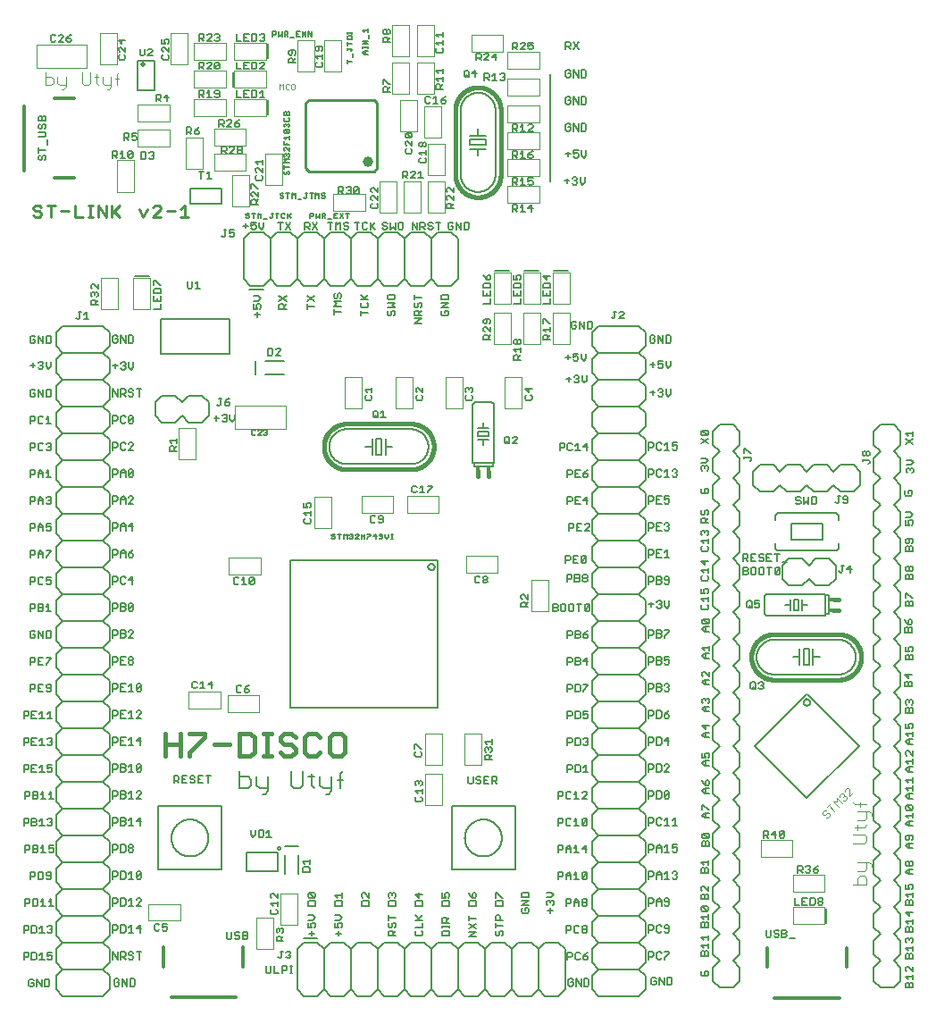
<source format=gbr>
G75*
%MOIN*%
%OFA0B0*%
%FSLAX25Y25*%
%IPPOS*%
%LPD*%
%AMOC8*
5,1,8,0,0,1.08239X$1,22.5*
%
%ADD10C,0.00500*%
%ADD11C,0.01100*%
%ADD12C,0.01500*%
%ADD13C,0.00600*%
%ADD14C,0.00400*%
%ADD15C,0.00200*%
%ADD16C,0.00800*%
%ADD17C,0.01600*%
%ADD18R,0.01600X0.02300*%
%ADD19C,0.01200*%
%ADD20C,0.01000*%
%ADD21C,0.03937*%
%ADD22C,0.01969*%
%ADD23C,0.00300*%
%ADD24R,0.02300X0.01600*%
D10*
X0004714Y0006050D02*
X0005614Y0006050D01*
X0006065Y0006500D01*
X0006065Y0007401D01*
X0005164Y0007401D01*
X0004263Y0006500D02*
X0004714Y0006050D01*
X0004263Y0006500D02*
X0004263Y0008302D01*
X0004714Y0008752D01*
X0005614Y0008752D01*
X0006065Y0008302D01*
X0007210Y0008752D02*
X0009011Y0006050D01*
X0009011Y0008752D01*
X0010156Y0008752D02*
X0011507Y0008752D01*
X0011958Y0008302D01*
X0011958Y0006500D01*
X0011507Y0006050D01*
X0010156Y0006050D01*
X0010156Y0008752D01*
X0007210Y0008752D02*
X0007210Y0006050D01*
X0006614Y0016050D02*
X0007065Y0016500D01*
X0007065Y0018302D01*
X0006614Y0018752D01*
X0005263Y0018752D01*
X0005263Y0016050D01*
X0006614Y0016050D01*
X0008210Y0016050D02*
X0010011Y0016050D01*
X0009110Y0016050D02*
X0009110Y0018752D01*
X0008210Y0017852D01*
X0011156Y0017401D02*
X0012057Y0017852D01*
X0012507Y0017852D01*
X0012958Y0017401D01*
X0012958Y0016500D01*
X0012507Y0016050D01*
X0011607Y0016050D01*
X0011156Y0016500D01*
X0011156Y0017401D02*
X0011156Y0018752D01*
X0012958Y0018752D01*
X0012507Y0026050D02*
X0011607Y0026050D01*
X0011156Y0026500D01*
X0010011Y0026050D02*
X0008210Y0026050D01*
X0009110Y0026050D02*
X0009110Y0028752D01*
X0008210Y0027852D01*
X0007065Y0028302D02*
X0006614Y0028752D01*
X0005263Y0028752D01*
X0005263Y0026050D01*
X0006614Y0026050D01*
X0007065Y0026500D01*
X0007065Y0028302D01*
X0004118Y0028302D02*
X0004118Y0027401D01*
X0003668Y0026951D01*
X0002317Y0026951D01*
X0002317Y0026050D02*
X0002317Y0028752D01*
X0003668Y0028752D01*
X0004118Y0028302D01*
X0011156Y0028302D02*
X0011607Y0028752D01*
X0012507Y0028752D01*
X0012958Y0028302D01*
X0012958Y0027852D01*
X0012507Y0027401D01*
X0012958Y0026951D01*
X0012958Y0026500D01*
X0012507Y0026050D01*
X0012507Y0027401D02*
X0012057Y0027401D01*
X0011656Y0036050D02*
X0013458Y0036050D01*
X0012557Y0036050D02*
X0012557Y0038752D01*
X0011656Y0037852D01*
X0010511Y0036050D02*
X0008710Y0036050D01*
X0009610Y0036050D02*
X0009610Y0038752D01*
X0008710Y0037852D01*
X0007565Y0038302D02*
X0007114Y0038752D01*
X0005763Y0038752D01*
X0005763Y0036050D01*
X0007114Y0036050D01*
X0007565Y0036500D01*
X0007565Y0038302D01*
X0004618Y0038302D02*
X0004618Y0037401D01*
X0004168Y0036951D01*
X0002817Y0036951D01*
X0002817Y0036050D02*
X0002817Y0038752D01*
X0004168Y0038752D01*
X0004618Y0038302D01*
X0004763Y0046050D02*
X0004763Y0048752D01*
X0006114Y0048752D01*
X0006565Y0048302D01*
X0006565Y0047401D01*
X0006114Y0046951D01*
X0004763Y0046951D01*
X0007710Y0046050D02*
X0009061Y0046050D01*
X0009511Y0046500D01*
X0009511Y0048302D01*
X0009061Y0048752D01*
X0007710Y0048752D01*
X0007710Y0046050D01*
X0010656Y0046500D02*
X0011107Y0046050D01*
X0012007Y0046050D01*
X0012458Y0046500D01*
X0012458Y0048302D01*
X0012007Y0048752D01*
X0011107Y0048752D01*
X0010656Y0048302D01*
X0010656Y0047852D01*
X0011107Y0047401D01*
X0012458Y0047401D01*
X0012107Y0056050D02*
X0011656Y0056500D01*
X0012107Y0056050D02*
X0013007Y0056050D01*
X0013458Y0056500D01*
X0013458Y0057401D01*
X0013007Y0057852D01*
X0012557Y0057852D01*
X0011656Y0057401D01*
X0011656Y0058752D01*
X0013458Y0058752D01*
X0009610Y0058752D02*
X0009610Y0056050D01*
X0008710Y0056050D02*
X0010511Y0056050D01*
X0008710Y0057852D02*
X0009610Y0058752D01*
X0007565Y0058302D02*
X0007565Y0057852D01*
X0007114Y0057401D01*
X0005763Y0057401D01*
X0004618Y0057401D02*
X0004168Y0056951D01*
X0002817Y0056951D01*
X0002817Y0056050D02*
X0002817Y0058752D01*
X0004168Y0058752D01*
X0004618Y0058302D01*
X0004618Y0057401D01*
X0005763Y0056050D02*
X0005763Y0058752D01*
X0007114Y0058752D01*
X0007565Y0058302D01*
X0007114Y0057401D02*
X0007565Y0056951D01*
X0007565Y0056500D01*
X0007114Y0056050D01*
X0005763Y0056050D01*
X0005263Y0066050D02*
X0006614Y0066050D01*
X0007065Y0066500D01*
X0007065Y0066951D01*
X0006614Y0067401D01*
X0005263Y0067401D01*
X0004118Y0067401D02*
X0003668Y0066951D01*
X0002317Y0066951D01*
X0002317Y0066050D02*
X0002317Y0068752D01*
X0003668Y0068752D01*
X0004118Y0068302D01*
X0004118Y0067401D01*
X0005263Y0066050D02*
X0005263Y0068752D01*
X0006614Y0068752D01*
X0007065Y0068302D01*
X0007065Y0067852D01*
X0006614Y0067401D01*
X0008210Y0067852D02*
X0009110Y0068752D01*
X0009110Y0066050D01*
X0008210Y0066050D02*
X0010011Y0066050D01*
X0011156Y0066500D02*
X0011607Y0066050D01*
X0012507Y0066050D01*
X0012958Y0066500D01*
X0012958Y0066951D01*
X0012507Y0067401D01*
X0012057Y0067401D01*
X0012507Y0067401D02*
X0012958Y0067852D01*
X0012958Y0068302D01*
X0012507Y0068752D01*
X0011607Y0068752D01*
X0011156Y0068302D01*
X0011656Y0076050D02*
X0013458Y0076050D01*
X0012557Y0076050D02*
X0012557Y0078752D01*
X0011656Y0077852D01*
X0010511Y0076050D02*
X0008710Y0076050D01*
X0009610Y0076050D02*
X0009610Y0078752D01*
X0008710Y0077852D01*
X0007565Y0077852D02*
X0007114Y0077401D01*
X0005763Y0077401D01*
X0004618Y0077401D02*
X0004168Y0076951D01*
X0002817Y0076951D01*
X0002817Y0076050D02*
X0002817Y0078752D01*
X0004168Y0078752D01*
X0004618Y0078302D01*
X0004618Y0077401D01*
X0005763Y0076050D02*
X0007114Y0076050D01*
X0007565Y0076500D01*
X0007565Y0076951D01*
X0007114Y0077401D01*
X0007565Y0077852D02*
X0007565Y0078302D01*
X0007114Y0078752D01*
X0005763Y0078752D01*
X0005763Y0076050D01*
X0005263Y0086050D02*
X0007065Y0086050D01*
X0008210Y0086050D02*
X0010011Y0086050D01*
X0009110Y0086050D02*
X0009110Y0088752D01*
X0008210Y0087852D01*
X0007065Y0088752D02*
X0005263Y0088752D01*
X0005263Y0086050D01*
X0005263Y0087401D02*
X0006164Y0087401D01*
X0004118Y0087401D02*
X0003668Y0086951D01*
X0002317Y0086951D01*
X0002317Y0086050D02*
X0002317Y0088752D01*
X0003668Y0088752D01*
X0004118Y0088302D01*
X0004118Y0087401D01*
X0011156Y0087401D02*
X0012057Y0087852D01*
X0012507Y0087852D01*
X0012958Y0087401D01*
X0012958Y0086500D01*
X0012507Y0086050D01*
X0011607Y0086050D01*
X0011156Y0086500D01*
X0011156Y0087401D02*
X0011156Y0088752D01*
X0012958Y0088752D01*
X0012507Y0096050D02*
X0011607Y0096050D01*
X0011156Y0096500D01*
X0010011Y0096050D02*
X0008210Y0096050D01*
X0009110Y0096050D02*
X0009110Y0098752D01*
X0008210Y0097852D01*
X0007065Y0098752D02*
X0005263Y0098752D01*
X0005263Y0096050D01*
X0007065Y0096050D01*
X0006164Y0097401D02*
X0005263Y0097401D01*
X0004118Y0097401D02*
X0003668Y0096951D01*
X0002317Y0096951D01*
X0002317Y0096050D02*
X0002317Y0098752D01*
X0003668Y0098752D01*
X0004118Y0098302D01*
X0004118Y0097401D01*
X0011156Y0098302D02*
X0011607Y0098752D01*
X0012507Y0098752D01*
X0012958Y0098302D01*
X0012958Y0097852D01*
X0012507Y0097401D01*
X0012958Y0096951D01*
X0012958Y0096500D01*
X0012507Y0096050D01*
X0012507Y0097401D02*
X0012057Y0097401D01*
X0012057Y0106050D02*
X0012057Y0108752D01*
X0011156Y0107852D01*
X0011156Y0106050D02*
X0012958Y0106050D01*
X0010011Y0106050D02*
X0008210Y0106050D01*
X0009110Y0106050D02*
X0009110Y0108752D01*
X0008210Y0107852D01*
X0007065Y0108752D02*
X0005263Y0108752D01*
X0005263Y0106050D01*
X0007065Y0106050D01*
X0006164Y0107401D02*
X0005263Y0107401D01*
X0004118Y0107401D02*
X0003668Y0106951D01*
X0002317Y0106951D01*
X0002317Y0106050D02*
X0002317Y0108752D01*
X0003668Y0108752D01*
X0004118Y0108302D01*
X0004118Y0107401D01*
X0004763Y0116050D02*
X0004763Y0118752D01*
X0006114Y0118752D01*
X0006565Y0118302D01*
X0006565Y0117401D01*
X0006114Y0116951D01*
X0004763Y0116951D01*
X0007710Y0117401D02*
X0008610Y0117401D01*
X0007710Y0118752D02*
X0007710Y0116050D01*
X0009511Y0116050D01*
X0010656Y0116500D02*
X0011107Y0116050D01*
X0012007Y0116050D01*
X0012458Y0116500D01*
X0012458Y0118302D01*
X0012007Y0118752D01*
X0011107Y0118752D01*
X0010656Y0118302D01*
X0010656Y0117852D01*
X0011107Y0117401D01*
X0012458Y0117401D01*
X0009511Y0118752D02*
X0007710Y0118752D01*
X0007710Y0126050D02*
X0009511Y0126050D01*
X0010656Y0126050D02*
X0010656Y0126500D01*
X0012458Y0128302D01*
X0012458Y0128752D01*
X0010656Y0128752D01*
X0009511Y0128752D02*
X0007710Y0128752D01*
X0007710Y0126050D01*
X0007710Y0127401D02*
X0008610Y0127401D01*
X0006565Y0127401D02*
X0006565Y0128302D01*
X0006114Y0128752D01*
X0004763Y0128752D01*
X0004763Y0126050D01*
X0004763Y0126951D02*
X0006114Y0126951D01*
X0006565Y0127401D01*
X0006114Y0136050D02*
X0006565Y0136500D01*
X0006565Y0137401D01*
X0005664Y0137401D01*
X0004763Y0136500D02*
X0005214Y0136050D01*
X0006114Y0136050D01*
X0004763Y0136500D02*
X0004763Y0138302D01*
X0005214Y0138752D01*
X0006114Y0138752D01*
X0006565Y0138302D01*
X0007710Y0138752D02*
X0009511Y0136050D01*
X0009511Y0138752D01*
X0010656Y0138752D02*
X0012007Y0138752D01*
X0012458Y0138302D01*
X0012458Y0136500D01*
X0012007Y0136050D01*
X0010656Y0136050D01*
X0010656Y0138752D01*
X0007710Y0138752D02*
X0007710Y0136050D01*
X0007710Y0146050D02*
X0009061Y0146050D01*
X0009511Y0146500D01*
X0009511Y0146951D01*
X0009061Y0147401D01*
X0007710Y0147401D01*
X0006565Y0147401D02*
X0006114Y0146951D01*
X0004763Y0146951D01*
X0004763Y0146050D02*
X0004763Y0148752D01*
X0006114Y0148752D01*
X0006565Y0148302D01*
X0006565Y0147401D01*
X0007710Y0146050D02*
X0007710Y0148752D01*
X0009061Y0148752D01*
X0009511Y0148302D01*
X0009511Y0147852D01*
X0009061Y0147401D01*
X0010656Y0147852D02*
X0011557Y0148752D01*
X0011557Y0146050D01*
X0010656Y0146050D02*
X0012458Y0146050D01*
X0012007Y0156050D02*
X0011107Y0156050D01*
X0010656Y0156500D01*
X0010656Y0157401D02*
X0011557Y0157852D01*
X0012007Y0157852D01*
X0012458Y0157401D01*
X0012458Y0156500D01*
X0012007Y0156050D01*
X0010656Y0157401D02*
X0010656Y0158752D01*
X0012458Y0158752D01*
X0009511Y0158302D02*
X0009061Y0158752D01*
X0008160Y0158752D01*
X0007710Y0158302D01*
X0007710Y0156500D01*
X0008160Y0156050D01*
X0009061Y0156050D01*
X0009511Y0156500D01*
X0006565Y0157401D02*
X0006114Y0156951D01*
X0004763Y0156951D01*
X0004763Y0156050D02*
X0004763Y0158752D01*
X0006114Y0158752D01*
X0006565Y0158302D01*
X0006565Y0157401D01*
X0007710Y0166050D02*
X0007710Y0167852D01*
X0008610Y0168752D01*
X0009511Y0167852D01*
X0009511Y0166050D01*
X0010656Y0166050D02*
X0010656Y0166500D01*
X0012458Y0168302D01*
X0012458Y0168752D01*
X0010656Y0168752D01*
X0009511Y0167401D02*
X0007710Y0167401D01*
X0006565Y0167401D02*
X0006114Y0166951D01*
X0004763Y0166951D01*
X0004763Y0166050D02*
X0004763Y0168752D01*
X0006114Y0168752D01*
X0006565Y0168302D01*
X0006565Y0167401D01*
X0007710Y0176050D02*
X0007710Y0177852D01*
X0008610Y0178752D01*
X0009511Y0177852D01*
X0009511Y0176050D01*
X0010656Y0176500D02*
X0011107Y0176050D01*
X0012007Y0176050D01*
X0012458Y0176500D01*
X0012458Y0177401D01*
X0012007Y0177852D01*
X0011557Y0177852D01*
X0010656Y0177401D01*
X0010656Y0178752D01*
X0012458Y0178752D01*
X0009511Y0177401D02*
X0007710Y0177401D01*
X0006565Y0177401D02*
X0006114Y0176951D01*
X0004763Y0176951D01*
X0004763Y0176050D02*
X0004763Y0178752D01*
X0006114Y0178752D01*
X0006565Y0178302D01*
X0006565Y0177401D01*
X0007710Y0186050D02*
X0007710Y0187852D01*
X0008610Y0188752D01*
X0009511Y0187852D01*
X0009511Y0186050D01*
X0010656Y0186500D02*
X0011107Y0186050D01*
X0012007Y0186050D01*
X0012458Y0186500D01*
X0012458Y0186951D01*
X0012007Y0187401D01*
X0011557Y0187401D01*
X0012007Y0187401D02*
X0012458Y0187852D01*
X0012458Y0188302D01*
X0012007Y0188752D01*
X0011107Y0188752D01*
X0010656Y0188302D01*
X0009511Y0187401D02*
X0007710Y0187401D01*
X0006565Y0187401D02*
X0006114Y0186951D01*
X0004763Y0186951D01*
X0004763Y0186050D02*
X0004763Y0188752D01*
X0006114Y0188752D01*
X0006565Y0188302D01*
X0006565Y0187401D01*
X0007710Y0196050D02*
X0007710Y0197852D01*
X0008610Y0198752D01*
X0009511Y0197852D01*
X0009511Y0196050D01*
X0010656Y0196050D02*
X0012458Y0196050D01*
X0011557Y0196050D02*
X0011557Y0198752D01*
X0010656Y0197852D01*
X0009511Y0197401D02*
X0007710Y0197401D01*
X0006565Y0197401D02*
X0006114Y0196951D01*
X0004763Y0196951D01*
X0004763Y0196050D02*
X0004763Y0198752D01*
X0006114Y0198752D01*
X0006565Y0198302D01*
X0006565Y0197401D01*
X0008160Y0206050D02*
X0009061Y0206050D01*
X0009511Y0206500D01*
X0010656Y0206500D02*
X0011107Y0206050D01*
X0012007Y0206050D01*
X0012458Y0206500D01*
X0012458Y0206951D01*
X0012007Y0207401D01*
X0011557Y0207401D01*
X0012007Y0207401D02*
X0012458Y0207852D01*
X0012458Y0208302D01*
X0012007Y0208752D01*
X0011107Y0208752D01*
X0010656Y0208302D01*
X0009511Y0208302D02*
X0009061Y0208752D01*
X0008160Y0208752D01*
X0007710Y0208302D01*
X0007710Y0206500D01*
X0008160Y0206050D01*
X0006565Y0207401D02*
X0006565Y0208302D01*
X0006114Y0208752D01*
X0004763Y0208752D01*
X0004763Y0206050D01*
X0004763Y0206951D02*
X0006114Y0206951D01*
X0006565Y0207401D01*
X0008160Y0216050D02*
X0009061Y0216050D01*
X0009511Y0216500D01*
X0010656Y0216050D02*
X0012458Y0216050D01*
X0011557Y0216050D02*
X0011557Y0218752D01*
X0010656Y0217852D01*
X0009511Y0218302D02*
X0009061Y0218752D01*
X0008160Y0218752D01*
X0007710Y0218302D01*
X0007710Y0216500D01*
X0008160Y0216050D01*
X0006565Y0217401D02*
X0006114Y0216951D01*
X0004763Y0216951D01*
X0004763Y0216050D02*
X0004763Y0218752D01*
X0006114Y0218752D01*
X0006565Y0218302D01*
X0006565Y0217401D01*
X0006114Y0226050D02*
X0006565Y0226500D01*
X0006565Y0227401D01*
X0005664Y0227401D01*
X0004763Y0226500D02*
X0005214Y0226050D01*
X0006114Y0226050D01*
X0004763Y0226500D02*
X0004763Y0228302D01*
X0005214Y0228752D01*
X0006114Y0228752D01*
X0006565Y0228302D01*
X0007710Y0228752D02*
X0009511Y0226050D01*
X0009511Y0228752D01*
X0010656Y0228752D02*
X0010656Y0226050D01*
X0012007Y0226050D01*
X0012458Y0226500D01*
X0012458Y0228302D01*
X0012007Y0228752D01*
X0010656Y0228752D01*
X0007710Y0228752D02*
X0007710Y0226050D01*
X0008160Y0236550D02*
X0007710Y0237000D01*
X0008160Y0236550D02*
X0009061Y0236550D01*
X0009511Y0237000D01*
X0009511Y0237451D01*
X0009061Y0237901D01*
X0008610Y0237901D01*
X0009061Y0237901D02*
X0009511Y0238352D01*
X0009511Y0238802D01*
X0009061Y0239252D01*
X0008160Y0239252D01*
X0007710Y0238802D01*
X0006565Y0237901D02*
X0004763Y0237901D01*
X0005664Y0238802D02*
X0005664Y0237000D01*
X0010656Y0237451D02*
X0011557Y0236550D01*
X0012458Y0237451D01*
X0012458Y0239252D01*
X0010656Y0239252D02*
X0010656Y0237451D01*
X0010656Y0246050D02*
X0012007Y0246050D01*
X0012458Y0246500D01*
X0012458Y0248302D01*
X0012007Y0248752D01*
X0010656Y0248752D01*
X0010656Y0246050D01*
X0009511Y0246050D02*
X0009511Y0248752D01*
X0007710Y0248752D02*
X0009511Y0246050D01*
X0007710Y0246050D02*
X0007710Y0248752D01*
X0006565Y0248302D02*
X0006114Y0248752D01*
X0005214Y0248752D01*
X0004763Y0248302D01*
X0004763Y0246500D01*
X0005214Y0246050D01*
X0006114Y0246050D01*
X0006565Y0246500D01*
X0006565Y0247401D01*
X0005664Y0247401D01*
X0035603Y0246700D02*
X0036053Y0246250D01*
X0036954Y0246250D01*
X0037404Y0246700D01*
X0037404Y0247601D01*
X0036503Y0247601D01*
X0035603Y0248502D02*
X0035603Y0246700D01*
X0035603Y0248502D02*
X0036053Y0248952D01*
X0036954Y0248952D01*
X0037404Y0248502D01*
X0038549Y0248952D02*
X0040351Y0246250D01*
X0040351Y0248952D01*
X0041496Y0248952D02*
X0042847Y0248952D01*
X0043297Y0248502D01*
X0043297Y0246700D01*
X0042847Y0246250D01*
X0041496Y0246250D01*
X0041496Y0248952D01*
X0038549Y0248952D02*
X0038549Y0246250D01*
X0039000Y0238952D02*
X0039900Y0238952D01*
X0040351Y0238502D01*
X0040351Y0238052D01*
X0039900Y0237601D01*
X0040351Y0237151D01*
X0040351Y0236700D01*
X0039900Y0236250D01*
X0039000Y0236250D01*
X0038549Y0236700D01*
X0039450Y0237601D02*
X0039900Y0237601D01*
X0038549Y0238502D02*
X0039000Y0238952D01*
X0037404Y0237601D02*
X0035603Y0237601D01*
X0036503Y0238502D02*
X0036503Y0236700D01*
X0041496Y0237151D02*
X0042397Y0236250D01*
X0043297Y0237151D01*
X0043297Y0238952D01*
X0041496Y0238952D02*
X0041496Y0237151D01*
X0041946Y0228952D02*
X0041496Y0228502D01*
X0041496Y0228052D01*
X0041946Y0227601D01*
X0042847Y0227601D01*
X0043297Y0227151D01*
X0043297Y0226700D01*
X0042847Y0226250D01*
X0041946Y0226250D01*
X0041496Y0226700D01*
X0040351Y0226250D02*
X0039450Y0227151D01*
X0039900Y0227151D02*
X0038549Y0227151D01*
X0038549Y0226250D02*
X0038549Y0228952D01*
X0039900Y0228952D01*
X0040351Y0228502D01*
X0040351Y0227601D01*
X0039900Y0227151D01*
X0037404Y0226250D02*
X0037404Y0228952D01*
X0035603Y0228952D02*
X0035603Y0226250D01*
X0037404Y0226250D02*
X0035603Y0228952D01*
X0041946Y0228952D02*
X0042847Y0228952D01*
X0043297Y0228502D01*
X0044442Y0228952D02*
X0046244Y0228952D01*
X0045343Y0228952D02*
X0045343Y0226250D01*
X0042847Y0218952D02*
X0043297Y0218502D01*
X0041496Y0216700D01*
X0041946Y0216250D01*
X0042847Y0216250D01*
X0043297Y0216700D01*
X0043297Y0218502D01*
X0042847Y0218952D02*
X0041946Y0218952D01*
X0041496Y0218502D01*
X0041496Y0216700D01*
X0040351Y0216700D02*
X0039900Y0216250D01*
X0039000Y0216250D01*
X0038549Y0216700D01*
X0038549Y0218502D01*
X0039000Y0218952D01*
X0039900Y0218952D01*
X0040351Y0218502D01*
X0037404Y0218502D02*
X0037404Y0217601D01*
X0036954Y0217151D01*
X0035603Y0217151D01*
X0035603Y0216250D02*
X0035603Y0218952D01*
X0036954Y0218952D01*
X0037404Y0218502D01*
X0036954Y0208952D02*
X0037404Y0208502D01*
X0037404Y0207601D01*
X0036954Y0207151D01*
X0035603Y0207151D01*
X0035603Y0206250D02*
X0035603Y0208952D01*
X0036954Y0208952D01*
X0038549Y0208502D02*
X0038549Y0206700D01*
X0039000Y0206250D01*
X0039900Y0206250D01*
X0040351Y0206700D01*
X0041496Y0206250D02*
X0043297Y0208052D01*
X0043297Y0208502D01*
X0042847Y0208952D01*
X0041946Y0208952D01*
X0041496Y0208502D01*
X0040351Y0208502D02*
X0039900Y0208952D01*
X0039000Y0208952D01*
X0038549Y0208502D01*
X0041496Y0206250D02*
X0043297Y0206250D01*
X0042847Y0198952D02*
X0043297Y0198502D01*
X0041496Y0196700D01*
X0041946Y0196250D01*
X0042847Y0196250D01*
X0043297Y0196700D01*
X0043297Y0198502D01*
X0042847Y0198952D02*
X0041946Y0198952D01*
X0041496Y0198502D01*
X0041496Y0196700D01*
X0040351Y0196250D02*
X0040351Y0198052D01*
X0039450Y0198952D01*
X0038549Y0198052D01*
X0038549Y0196250D01*
X0038549Y0197601D02*
X0040351Y0197601D01*
X0037404Y0197601D02*
X0036954Y0197151D01*
X0035603Y0197151D01*
X0035603Y0196250D02*
X0035603Y0198952D01*
X0036954Y0198952D01*
X0037404Y0198502D01*
X0037404Y0197601D01*
X0036954Y0188952D02*
X0037404Y0188502D01*
X0037404Y0187601D01*
X0036954Y0187151D01*
X0035603Y0187151D01*
X0035603Y0186250D02*
X0035603Y0188952D01*
X0036954Y0188952D01*
X0038549Y0188052D02*
X0039450Y0188952D01*
X0040351Y0188052D01*
X0040351Y0186250D01*
X0041496Y0186250D02*
X0043297Y0188052D01*
X0043297Y0188502D01*
X0042847Y0188952D01*
X0041946Y0188952D01*
X0041496Y0188502D01*
X0040351Y0187601D02*
X0038549Y0187601D01*
X0038549Y0188052D02*
X0038549Y0186250D01*
X0041496Y0186250D02*
X0043297Y0186250D01*
X0042847Y0178952D02*
X0041496Y0177601D01*
X0043297Y0177601D01*
X0042847Y0176250D02*
X0042847Y0178952D01*
X0040351Y0178052D02*
X0040351Y0176250D01*
X0040351Y0177601D02*
X0038549Y0177601D01*
X0038549Y0178052D02*
X0039450Y0178952D01*
X0040351Y0178052D01*
X0038549Y0178052D02*
X0038549Y0176250D01*
X0037404Y0177601D02*
X0036954Y0177151D01*
X0035603Y0177151D01*
X0035603Y0176250D02*
X0035603Y0178952D01*
X0036954Y0178952D01*
X0037404Y0178502D01*
X0037404Y0177601D01*
X0036954Y0168952D02*
X0037404Y0168502D01*
X0037404Y0167601D01*
X0036954Y0167151D01*
X0035603Y0167151D01*
X0035603Y0166250D02*
X0035603Y0168952D01*
X0036954Y0168952D01*
X0038549Y0168052D02*
X0039450Y0168952D01*
X0040351Y0168052D01*
X0040351Y0166250D01*
X0041496Y0166700D02*
X0041946Y0166250D01*
X0042847Y0166250D01*
X0043297Y0166700D01*
X0043297Y0167151D01*
X0042847Y0167601D01*
X0041496Y0167601D01*
X0041496Y0166700D01*
X0041496Y0167601D02*
X0042397Y0168502D01*
X0043297Y0168952D01*
X0040351Y0167601D02*
X0038549Y0167601D01*
X0038549Y0168052D02*
X0038549Y0166250D01*
X0039000Y0158952D02*
X0038549Y0158502D01*
X0038549Y0156700D01*
X0039000Y0156250D01*
X0039900Y0156250D01*
X0040351Y0156700D01*
X0041496Y0157601D02*
X0042847Y0158952D01*
X0042847Y0156250D01*
X0043297Y0157601D02*
X0041496Y0157601D01*
X0040351Y0158502D02*
X0039900Y0158952D01*
X0039000Y0158952D01*
X0037404Y0158502D02*
X0037404Y0157601D01*
X0036954Y0157151D01*
X0035603Y0157151D01*
X0035603Y0156250D02*
X0035603Y0158952D01*
X0036954Y0158952D01*
X0037404Y0158502D01*
X0036954Y0148952D02*
X0037404Y0148502D01*
X0037404Y0147601D01*
X0036954Y0147151D01*
X0035603Y0147151D01*
X0035603Y0146250D02*
X0035603Y0148952D01*
X0036954Y0148952D01*
X0038549Y0148952D02*
X0038549Y0146250D01*
X0039900Y0146250D01*
X0040351Y0146700D01*
X0040351Y0147151D01*
X0039900Y0147601D01*
X0038549Y0147601D01*
X0038549Y0148952D02*
X0039900Y0148952D01*
X0040351Y0148502D01*
X0040351Y0148052D01*
X0039900Y0147601D01*
X0041496Y0146700D02*
X0043297Y0148502D01*
X0043297Y0146700D01*
X0042847Y0146250D01*
X0041946Y0146250D01*
X0041496Y0146700D01*
X0041496Y0148502D01*
X0041946Y0148952D01*
X0042847Y0148952D01*
X0043297Y0148502D01*
X0042847Y0138952D02*
X0041946Y0138952D01*
X0041496Y0138502D01*
X0040351Y0138502D02*
X0040351Y0138052D01*
X0039900Y0137601D01*
X0038549Y0137601D01*
X0037404Y0137601D02*
X0036954Y0137151D01*
X0035603Y0137151D01*
X0035603Y0136250D02*
X0035603Y0138952D01*
X0036954Y0138952D01*
X0037404Y0138502D01*
X0037404Y0137601D01*
X0038549Y0136250D02*
X0039900Y0136250D01*
X0040351Y0136700D01*
X0040351Y0137151D01*
X0039900Y0137601D01*
X0040351Y0138502D02*
X0039900Y0138952D01*
X0038549Y0138952D01*
X0038549Y0136250D01*
X0041496Y0136250D02*
X0043297Y0138052D01*
X0043297Y0138502D01*
X0042847Y0138952D01*
X0043297Y0136250D02*
X0041496Y0136250D01*
X0041946Y0128952D02*
X0042847Y0128952D01*
X0043297Y0128502D01*
X0043297Y0128052D01*
X0042847Y0127601D01*
X0041946Y0127601D01*
X0041496Y0128052D01*
X0041496Y0128502D01*
X0041946Y0128952D01*
X0041946Y0127601D02*
X0041496Y0127151D01*
X0041496Y0126700D01*
X0041946Y0126250D01*
X0042847Y0126250D01*
X0043297Y0126700D01*
X0043297Y0127151D01*
X0042847Y0127601D01*
X0040351Y0126250D02*
X0038549Y0126250D01*
X0038549Y0128952D01*
X0040351Y0128952D01*
X0039450Y0127601D02*
X0038549Y0127601D01*
X0037404Y0127601D02*
X0036954Y0127151D01*
X0035603Y0127151D01*
X0035603Y0126250D02*
X0035603Y0128952D01*
X0036954Y0128952D01*
X0037404Y0128502D01*
X0037404Y0127601D01*
X0036954Y0118952D02*
X0037404Y0118502D01*
X0037404Y0117601D01*
X0036954Y0117151D01*
X0035603Y0117151D01*
X0035603Y0116250D02*
X0035603Y0118952D01*
X0036954Y0118952D01*
X0038549Y0118952D02*
X0038549Y0116250D01*
X0040351Y0116250D01*
X0041496Y0116250D02*
X0043297Y0116250D01*
X0042397Y0116250D02*
X0042397Y0118952D01*
X0041496Y0118052D01*
X0040351Y0118952D02*
X0038549Y0118952D01*
X0038549Y0117601D02*
X0039450Y0117601D01*
X0044442Y0116700D02*
X0046244Y0118502D01*
X0046244Y0116700D01*
X0045793Y0116250D01*
X0044893Y0116250D01*
X0044442Y0116700D01*
X0044442Y0118502D01*
X0044893Y0118952D01*
X0045793Y0118952D01*
X0046244Y0118502D01*
X0045793Y0108952D02*
X0044893Y0108952D01*
X0044442Y0108502D01*
X0045793Y0108952D02*
X0046244Y0108502D01*
X0046244Y0108052D01*
X0044442Y0106250D01*
X0046244Y0106250D01*
X0043297Y0106250D02*
X0041496Y0106250D01*
X0042397Y0106250D02*
X0042397Y0108952D01*
X0041496Y0108052D01*
X0040351Y0108952D02*
X0038549Y0108952D01*
X0038549Y0106250D01*
X0040351Y0106250D01*
X0039450Y0107601D02*
X0038549Y0107601D01*
X0037404Y0107601D02*
X0036954Y0107151D01*
X0035603Y0107151D01*
X0035603Y0106250D02*
X0035603Y0108952D01*
X0036954Y0108952D01*
X0037404Y0108502D01*
X0037404Y0107601D01*
X0036954Y0098952D02*
X0037404Y0098502D01*
X0037404Y0097601D01*
X0036954Y0097151D01*
X0035603Y0097151D01*
X0035603Y0096250D02*
X0035603Y0098952D01*
X0036954Y0098952D01*
X0038549Y0098952D02*
X0038549Y0096250D01*
X0040351Y0096250D01*
X0041496Y0096250D02*
X0043297Y0096250D01*
X0042397Y0096250D02*
X0042397Y0098952D01*
X0041496Y0098052D01*
X0040351Y0098952D02*
X0038549Y0098952D01*
X0038549Y0097601D02*
X0039450Y0097601D01*
X0044442Y0097601D02*
X0046244Y0097601D01*
X0045793Y0096250D02*
X0045793Y0098952D01*
X0044442Y0097601D01*
X0044893Y0088952D02*
X0045793Y0088952D01*
X0046244Y0088502D01*
X0044442Y0086700D01*
X0044893Y0086250D01*
X0045793Y0086250D01*
X0046244Y0086700D01*
X0046244Y0088502D01*
X0044893Y0088952D02*
X0044442Y0088502D01*
X0044442Y0086700D01*
X0043297Y0086250D02*
X0041496Y0086250D01*
X0042397Y0086250D02*
X0042397Y0088952D01*
X0041496Y0088052D01*
X0040351Y0088052D02*
X0039900Y0087601D01*
X0038549Y0087601D01*
X0037404Y0087601D02*
X0036954Y0087151D01*
X0035603Y0087151D01*
X0035603Y0086250D02*
X0035603Y0088952D01*
X0036954Y0088952D01*
X0037404Y0088502D01*
X0037404Y0087601D01*
X0038549Y0086250D02*
X0038549Y0088952D01*
X0039900Y0088952D01*
X0040351Y0088502D01*
X0040351Y0088052D01*
X0039900Y0087601D02*
X0040351Y0087151D01*
X0040351Y0086700D01*
X0039900Y0086250D01*
X0038549Y0086250D01*
X0038549Y0078952D02*
X0039900Y0078952D01*
X0040351Y0078502D01*
X0040351Y0078052D01*
X0039900Y0077601D01*
X0038549Y0077601D01*
X0037404Y0077601D02*
X0036954Y0077151D01*
X0035603Y0077151D01*
X0035603Y0076250D02*
X0035603Y0078952D01*
X0036954Y0078952D01*
X0037404Y0078502D01*
X0037404Y0077601D01*
X0038549Y0076250D02*
X0039900Y0076250D01*
X0040351Y0076700D01*
X0040351Y0077151D01*
X0039900Y0077601D01*
X0041496Y0078052D02*
X0042397Y0078952D01*
X0042397Y0076250D01*
X0043297Y0076250D02*
X0041496Y0076250D01*
X0044442Y0076250D02*
X0046244Y0078052D01*
X0046244Y0078502D01*
X0045793Y0078952D01*
X0044893Y0078952D01*
X0044442Y0078502D01*
X0044442Y0076250D02*
X0046244Y0076250D01*
X0045793Y0068952D02*
X0044442Y0067601D01*
X0046244Y0067601D01*
X0045793Y0066250D02*
X0045793Y0068952D01*
X0042397Y0068952D02*
X0042397Y0066250D01*
X0043297Y0066250D02*
X0041496Y0066250D01*
X0040351Y0066700D02*
X0039900Y0066250D01*
X0038549Y0066250D01*
X0038549Y0068952D01*
X0039900Y0068952D01*
X0040351Y0068502D01*
X0040351Y0068052D01*
X0039900Y0067601D01*
X0038549Y0067601D01*
X0037404Y0067601D02*
X0036954Y0067151D01*
X0035603Y0067151D01*
X0035603Y0066250D02*
X0035603Y0068952D01*
X0036954Y0068952D01*
X0037404Y0068502D01*
X0037404Y0067601D01*
X0039900Y0067601D02*
X0040351Y0067151D01*
X0040351Y0066700D01*
X0041496Y0068052D02*
X0042397Y0068952D01*
X0038549Y0076250D02*
X0038549Y0078952D01*
X0038549Y0058952D02*
X0039900Y0058952D01*
X0040351Y0058502D01*
X0040351Y0056700D01*
X0039900Y0056250D01*
X0038549Y0056250D01*
X0038549Y0058952D01*
X0037404Y0058502D02*
X0037404Y0057601D01*
X0036954Y0057151D01*
X0035603Y0057151D01*
X0035603Y0056250D02*
X0035603Y0058952D01*
X0036954Y0058952D01*
X0037404Y0058502D01*
X0041496Y0058502D02*
X0041496Y0058052D01*
X0041946Y0057601D01*
X0042847Y0057601D01*
X0043297Y0057151D01*
X0043297Y0056700D01*
X0042847Y0056250D01*
X0041946Y0056250D01*
X0041496Y0056700D01*
X0041496Y0057151D01*
X0041946Y0057601D01*
X0042847Y0057601D02*
X0043297Y0058052D01*
X0043297Y0058502D01*
X0042847Y0058952D01*
X0041946Y0058952D01*
X0041496Y0058502D01*
X0042397Y0048952D02*
X0042397Y0046250D01*
X0043297Y0046250D02*
X0041496Y0046250D01*
X0040351Y0046700D02*
X0040351Y0048502D01*
X0039900Y0048952D01*
X0038549Y0048952D01*
X0038549Y0046250D01*
X0039900Y0046250D01*
X0040351Y0046700D01*
X0041496Y0048052D02*
X0042397Y0048952D01*
X0044442Y0048502D02*
X0044893Y0048952D01*
X0045793Y0048952D01*
X0046244Y0048502D01*
X0044442Y0046700D01*
X0044893Y0046250D01*
X0045793Y0046250D01*
X0046244Y0046700D01*
X0046244Y0048502D01*
X0044442Y0048502D02*
X0044442Y0046700D01*
X0037404Y0047601D02*
X0036954Y0047151D01*
X0035603Y0047151D01*
X0035603Y0046250D02*
X0035603Y0048952D01*
X0036954Y0048952D01*
X0037404Y0048502D01*
X0037404Y0047601D01*
X0036954Y0038952D02*
X0037404Y0038502D01*
X0037404Y0037601D01*
X0036954Y0037151D01*
X0035603Y0037151D01*
X0035603Y0036250D02*
X0035603Y0038952D01*
X0036954Y0038952D01*
X0038549Y0038952D02*
X0038549Y0036250D01*
X0039900Y0036250D01*
X0040351Y0036700D01*
X0040351Y0038502D01*
X0039900Y0038952D01*
X0038549Y0038952D01*
X0041496Y0038052D02*
X0042397Y0038952D01*
X0042397Y0036250D01*
X0043297Y0036250D02*
X0041496Y0036250D01*
X0044442Y0036250D02*
X0046244Y0038052D01*
X0046244Y0038502D01*
X0045793Y0038952D01*
X0044893Y0038952D01*
X0044442Y0038502D01*
X0044442Y0036250D02*
X0046244Y0036250D01*
X0045793Y0028952D02*
X0044442Y0027601D01*
X0046244Y0027601D01*
X0045793Y0026250D02*
X0045793Y0028952D01*
X0042397Y0028952D02*
X0042397Y0026250D01*
X0043297Y0026250D02*
X0041496Y0026250D01*
X0040351Y0026700D02*
X0040351Y0028502D01*
X0039900Y0028952D01*
X0038549Y0028952D01*
X0038549Y0026250D01*
X0039900Y0026250D01*
X0040351Y0026700D01*
X0041496Y0028052D02*
X0042397Y0028952D01*
X0037404Y0028502D02*
X0037404Y0027601D01*
X0036954Y0027151D01*
X0035603Y0027151D01*
X0035603Y0026250D02*
X0035603Y0028952D01*
X0036954Y0028952D01*
X0037404Y0028502D01*
X0037404Y0018952D02*
X0037404Y0016250D01*
X0035603Y0018952D01*
X0035603Y0016250D01*
X0038549Y0016250D02*
X0038549Y0018952D01*
X0039900Y0018952D01*
X0040351Y0018502D01*
X0040351Y0017601D01*
X0039900Y0017151D01*
X0038549Y0017151D01*
X0039450Y0017151D02*
X0040351Y0016250D01*
X0041496Y0016700D02*
X0041946Y0016250D01*
X0042847Y0016250D01*
X0043297Y0016700D01*
X0043297Y0017151D01*
X0042847Y0017601D01*
X0041946Y0017601D01*
X0041496Y0018052D01*
X0041496Y0018502D01*
X0041946Y0018952D01*
X0042847Y0018952D01*
X0043297Y0018502D01*
X0044442Y0018952D02*
X0046244Y0018952D01*
X0045343Y0018952D02*
X0045343Y0016250D01*
X0043347Y0008952D02*
X0041996Y0008952D01*
X0041996Y0006250D01*
X0043347Y0006250D01*
X0043797Y0006700D01*
X0043797Y0008502D01*
X0043347Y0008952D01*
X0040851Y0008952D02*
X0040851Y0006250D01*
X0039049Y0008952D01*
X0039049Y0006250D01*
X0037904Y0006700D02*
X0037904Y0007601D01*
X0037003Y0007601D01*
X0036103Y0008502D02*
X0036103Y0006700D01*
X0036553Y0006250D01*
X0037454Y0006250D01*
X0037904Y0006700D01*
X0037904Y0008502D02*
X0037454Y0008952D01*
X0036553Y0008952D01*
X0036103Y0008502D01*
X0004118Y0017401D02*
X0003668Y0016951D01*
X0002317Y0016951D01*
X0002317Y0016050D02*
X0002317Y0018752D01*
X0003668Y0018752D01*
X0004118Y0018302D01*
X0004118Y0017401D01*
X0092799Y0013752D02*
X0092799Y0011500D01*
X0093249Y0011050D01*
X0094150Y0011050D01*
X0094600Y0011500D01*
X0094600Y0013752D01*
X0095745Y0013752D02*
X0095745Y0011050D01*
X0097547Y0011050D01*
X0098692Y0011050D02*
X0098692Y0013752D01*
X0100043Y0013752D01*
X0100493Y0013302D01*
X0100493Y0012401D01*
X0100043Y0011951D01*
X0098692Y0011951D01*
X0101638Y0011050D02*
X0102539Y0011050D01*
X0102089Y0011050D02*
X0102089Y0013752D01*
X0102539Y0013752D02*
X0101638Y0013752D01*
X0109752Y0025000D02*
X0109752Y0026802D01*
X0109752Y0027947D02*
X0109301Y0028847D01*
X0109301Y0029298D01*
X0109752Y0029748D01*
X0110652Y0029748D01*
X0111103Y0029298D01*
X0111103Y0028397D01*
X0110652Y0027947D01*
X0109752Y0027947D02*
X0108400Y0027947D01*
X0108400Y0029748D01*
X0108400Y0030893D02*
X0110202Y0030893D01*
X0111103Y0031794D01*
X0110202Y0032695D01*
X0108400Y0032695D01*
X0108400Y0036250D02*
X0108400Y0037601D01*
X0108851Y0038052D01*
X0110652Y0038052D01*
X0111103Y0037601D01*
X0111103Y0036250D01*
X0108400Y0036250D01*
X0108851Y0039197D02*
X0108400Y0039647D01*
X0108400Y0040548D01*
X0108851Y0040998D01*
X0110652Y0039197D01*
X0111103Y0039647D01*
X0111103Y0040548D01*
X0110652Y0040998D01*
X0108851Y0040998D01*
X0108851Y0039197D02*
X0110652Y0039197D01*
X0118400Y0040097D02*
X0121103Y0040097D01*
X0121103Y0039197D02*
X0121103Y0040998D01*
X0119301Y0039197D02*
X0118400Y0040097D01*
X0118851Y0038052D02*
X0118400Y0037601D01*
X0118400Y0036250D01*
X0121103Y0036250D01*
X0121103Y0037601D01*
X0120652Y0038052D01*
X0118851Y0038052D01*
X0118400Y0032695D02*
X0120202Y0032695D01*
X0121103Y0031794D01*
X0120202Y0030893D01*
X0118400Y0030893D01*
X0118400Y0029748D02*
X0118400Y0027947D01*
X0119752Y0027947D01*
X0119301Y0028847D01*
X0119301Y0029298D01*
X0119752Y0029748D01*
X0120652Y0029748D01*
X0121103Y0029298D01*
X0121103Y0028397D01*
X0120652Y0027947D01*
X0119752Y0026802D02*
X0119752Y0025000D01*
X0120652Y0025901D02*
X0118851Y0025901D01*
X0110652Y0025901D02*
X0108851Y0025901D01*
X0128400Y0036250D02*
X0128400Y0037601D01*
X0128851Y0038052D01*
X0130652Y0038052D01*
X0131103Y0037601D01*
X0131103Y0036250D01*
X0128400Y0036250D01*
X0128851Y0039197D02*
X0128400Y0039647D01*
X0128400Y0040548D01*
X0128851Y0040998D01*
X0129301Y0040998D01*
X0131103Y0039197D01*
X0131103Y0040998D01*
X0138400Y0040548D02*
X0138851Y0040998D01*
X0139301Y0040998D01*
X0139752Y0040548D01*
X0140202Y0040998D01*
X0140652Y0040998D01*
X0141103Y0040548D01*
X0141103Y0039647D01*
X0140652Y0039197D01*
X0140652Y0038052D02*
X0138851Y0038052D01*
X0138400Y0037601D01*
X0138400Y0036250D01*
X0141103Y0036250D01*
X0141103Y0037601D01*
X0140652Y0038052D01*
X0138851Y0039197D02*
X0138400Y0039647D01*
X0138400Y0040548D01*
X0139752Y0040548D02*
X0139752Y0040097D01*
X0138400Y0032695D02*
X0138400Y0030893D01*
X0138400Y0031794D02*
X0141103Y0031794D01*
X0140652Y0029748D02*
X0141103Y0029298D01*
X0141103Y0028397D01*
X0140652Y0027947D01*
X0139752Y0028397D02*
X0139752Y0029298D01*
X0140202Y0029748D01*
X0140652Y0029748D01*
X0139752Y0028397D02*
X0139301Y0027947D01*
X0138851Y0027947D01*
X0138400Y0028397D01*
X0138400Y0029298D01*
X0138851Y0029748D01*
X0138851Y0026802D02*
X0139752Y0026802D01*
X0140202Y0026351D01*
X0140202Y0025000D01*
X0141103Y0025000D02*
X0138400Y0025000D01*
X0138400Y0026351D01*
X0138851Y0026802D01*
X0140202Y0025901D02*
X0141103Y0026802D01*
X0148400Y0026351D02*
X0148400Y0025450D01*
X0148851Y0025000D01*
X0150652Y0025000D01*
X0151103Y0025450D01*
X0151103Y0026351D01*
X0150652Y0026802D01*
X0151103Y0027947D02*
X0151103Y0029748D01*
X0151103Y0030893D02*
X0148400Y0030893D01*
X0149752Y0031343D02*
X0151103Y0032695D01*
X0150202Y0030893D02*
X0148400Y0032695D01*
X0148400Y0036250D02*
X0148400Y0037601D01*
X0148851Y0038052D01*
X0150652Y0038052D01*
X0151103Y0037601D01*
X0151103Y0036250D01*
X0148400Y0036250D01*
X0149752Y0039197D02*
X0148400Y0040548D01*
X0151103Y0040548D01*
X0149752Y0040998D02*
X0149752Y0039197D01*
X0158400Y0039197D02*
X0159752Y0039197D01*
X0159301Y0040097D01*
X0159301Y0040548D01*
X0159752Y0040998D01*
X0160652Y0040998D01*
X0161103Y0040548D01*
X0161103Y0039647D01*
X0160652Y0039197D01*
X0160652Y0038052D02*
X0158851Y0038052D01*
X0158400Y0037601D01*
X0158400Y0036250D01*
X0161103Y0036250D01*
X0161103Y0037601D01*
X0160652Y0038052D01*
X0158400Y0039197D02*
X0158400Y0040998D01*
X0158851Y0031712D02*
X0159752Y0031712D01*
X0160202Y0031262D01*
X0160202Y0029911D01*
X0160202Y0030812D02*
X0161103Y0031712D01*
X0161103Y0029911D02*
X0158400Y0029911D01*
X0158400Y0031262D01*
X0158851Y0031712D01*
X0158400Y0028847D02*
X0158400Y0027947D01*
X0158400Y0028397D02*
X0161103Y0028397D01*
X0161103Y0027947D02*
X0161103Y0028847D01*
X0160652Y0026802D02*
X0158851Y0026802D01*
X0158400Y0026351D01*
X0158400Y0025000D01*
X0161103Y0025000D01*
X0161103Y0026351D01*
X0160652Y0026802D01*
X0168400Y0026552D02*
X0171103Y0026552D01*
X0168400Y0024750D01*
X0171103Y0024750D01*
X0171103Y0027697D02*
X0168400Y0029498D01*
X0168400Y0030643D02*
X0168400Y0032445D01*
X0168400Y0031544D02*
X0171103Y0031544D01*
X0171103Y0029498D02*
X0168400Y0027697D01*
X0168400Y0036250D02*
X0168400Y0037601D01*
X0168851Y0038052D01*
X0170652Y0038052D01*
X0171103Y0037601D01*
X0171103Y0036250D01*
X0168400Y0036250D01*
X0169752Y0039197D02*
X0168851Y0040097D01*
X0168400Y0040998D01*
X0169752Y0040548D02*
X0169752Y0039197D01*
X0170652Y0039197D01*
X0171103Y0039647D01*
X0171103Y0040548D01*
X0170652Y0040998D01*
X0170202Y0040998D01*
X0169752Y0040548D01*
X0178400Y0040998D02*
X0178851Y0040998D01*
X0180652Y0039197D01*
X0181103Y0039197D01*
X0180652Y0038052D02*
X0178851Y0038052D01*
X0178400Y0037601D01*
X0178400Y0036250D01*
X0181103Y0036250D01*
X0181103Y0037601D01*
X0180652Y0038052D01*
X0178400Y0039197D02*
X0178400Y0040998D01*
X0178851Y0032695D02*
X0179752Y0032695D01*
X0180202Y0032244D01*
X0180202Y0030893D01*
X0181103Y0030893D02*
X0178400Y0030893D01*
X0178400Y0032244D01*
X0178851Y0032695D01*
X0178400Y0029748D02*
X0178400Y0027947D01*
X0178400Y0028847D02*
X0181103Y0028847D01*
X0180652Y0026802D02*
X0181103Y0026351D01*
X0181103Y0025450D01*
X0180652Y0025000D01*
X0179752Y0025450D02*
X0179752Y0026351D01*
X0180202Y0026802D01*
X0180652Y0026802D01*
X0179752Y0025450D02*
X0179301Y0025000D01*
X0178851Y0025000D01*
X0178400Y0025450D01*
X0178400Y0026351D01*
X0178851Y0026802D01*
X0188150Y0033950D02*
X0188601Y0033500D01*
X0190402Y0033500D01*
X0190853Y0033950D01*
X0190853Y0034851D01*
X0190402Y0035302D01*
X0189502Y0035302D01*
X0189502Y0034401D01*
X0188601Y0035302D02*
X0188150Y0034851D01*
X0188150Y0033950D01*
X0188150Y0036447D02*
X0190853Y0038248D01*
X0188150Y0038248D01*
X0188150Y0039393D02*
X0188150Y0040744D01*
X0188601Y0041195D01*
X0190402Y0041195D01*
X0190853Y0040744D01*
X0190853Y0039393D01*
X0188150Y0039393D01*
X0188150Y0036447D02*
X0190853Y0036447D01*
X0197400Y0036897D02*
X0197400Y0037798D01*
X0197851Y0038248D01*
X0198301Y0038248D01*
X0198752Y0037798D01*
X0199202Y0038248D01*
X0199652Y0038248D01*
X0200103Y0037798D01*
X0200103Y0036897D01*
X0199652Y0036447D01*
X0198752Y0037347D02*
X0198752Y0037798D01*
X0197851Y0036447D02*
X0197400Y0036897D01*
X0198752Y0035302D02*
X0198752Y0033500D01*
X0199652Y0034401D02*
X0197851Y0034401D01*
X0197400Y0039393D02*
X0199202Y0039393D01*
X0200103Y0040294D01*
X0199202Y0041195D01*
X0197400Y0041195D01*
X0201817Y0046050D02*
X0201817Y0048752D01*
X0203168Y0048752D01*
X0203618Y0048302D01*
X0203618Y0047401D01*
X0203168Y0046951D01*
X0201817Y0046951D01*
X0204763Y0047401D02*
X0206565Y0047401D01*
X0206565Y0047852D02*
X0206565Y0046050D01*
X0207710Y0046050D02*
X0209511Y0046050D01*
X0208610Y0046050D02*
X0208610Y0048752D01*
X0207710Y0047852D01*
X0206565Y0047852D02*
X0205664Y0048752D01*
X0204763Y0047852D01*
X0204763Y0046050D01*
X0210656Y0046500D02*
X0212458Y0048302D01*
X0212458Y0046500D01*
X0212007Y0046050D01*
X0211107Y0046050D01*
X0210656Y0046500D01*
X0210656Y0048302D01*
X0211107Y0048752D01*
X0212007Y0048752D01*
X0212458Y0048302D01*
X0212007Y0056050D02*
X0212007Y0058752D01*
X0210656Y0057401D01*
X0212458Y0057401D01*
X0209511Y0056050D02*
X0207710Y0056050D01*
X0208610Y0056050D02*
X0208610Y0058752D01*
X0207710Y0057852D01*
X0206565Y0057852D02*
X0206565Y0056050D01*
X0206565Y0057401D02*
X0204763Y0057401D01*
X0204763Y0057852D02*
X0205664Y0058752D01*
X0206565Y0057852D01*
X0204763Y0057852D02*
X0204763Y0056050D01*
X0203618Y0057401D02*
X0203168Y0056951D01*
X0201817Y0056951D01*
X0201817Y0056050D02*
X0201817Y0058752D01*
X0203168Y0058752D01*
X0203618Y0058302D01*
X0203618Y0057401D01*
X0205214Y0066050D02*
X0206114Y0066050D01*
X0206565Y0066500D01*
X0207710Y0066050D02*
X0209511Y0066050D01*
X0208610Y0066050D02*
X0208610Y0068752D01*
X0207710Y0067852D01*
X0206565Y0068302D02*
X0206114Y0068752D01*
X0205214Y0068752D01*
X0204763Y0068302D01*
X0204763Y0066500D01*
X0205214Y0066050D01*
X0203618Y0067401D02*
X0203168Y0066951D01*
X0201817Y0066951D01*
X0201817Y0066050D02*
X0201817Y0068752D01*
X0203168Y0068752D01*
X0203618Y0068302D01*
X0203618Y0067401D01*
X0210656Y0066500D02*
X0212458Y0068302D01*
X0212458Y0066500D01*
X0212007Y0066050D01*
X0211107Y0066050D01*
X0210656Y0066500D01*
X0210656Y0068302D01*
X0211107Y0068752D01*
X0212007Y0068752D01*
X0212458Y0068302D01*
X0212458Y0076050D02*
X0210656Y0076050D01*
X0212458Y0077852D01*
X0212458Y0078302D01*
X0212007Y0078752D01*
X0211107Y0078752D01*
X0210656Y0078302D01*
X0208610Y0078752D02*
X0208610Y0076050D01*
X0207710Y0076050D02*
X0209511Y0076050D01*
X0207710Y0077852D02*
X0208610Y0078752D01*
X0206565Y0078302D02*
X0206114Y0078752D01*
X0205214Y0078752D01*
X0204763Y0078302D01*
X0204763Y0076500D01*
X0205214Y0076050D01*
X0206114Y0076050D01*
X0206565Y0076500D01*
X0203618Y0077401D02*
X0203168Y0076951D01*
X0201817Y0076951D01*
X0201817Y0076050D02*
X0201817Y0078752D01*
X0203168Y0078752D01*
X0203618Y0078302D01*
X0203618Y0077401D01*
X0205263Y0086050D02*
X0205263Y0088752D01*
X0206614Y0088752D01*
X0207065Y0088302D01*
X0207065Y0087401D01*
X0206614Y0086951D01*
X0205263Y0086951D01*
X0208210Y0086050D02*
X0209561Y0086050D01*
X0210011Y0086500D01*
X0210011Y0088302D01*
X0209561Y0088752D01*
X0208210Y0088752D01*
X0208210Y0086050D01*
X0211156Y0086050D02*
X0212958Y0086050D01*
X0212057Y0086050D02*
X0212057Y0088752D01*
X0211156Y0087852D01*
X0211607Y0096050D02*
X0211156Y0096500D01*
X0211607Y0096050D02*
X0212507Y0096050D01*
X0212958Y0096500D01*
X0212958Y0096951D01*
X0212507Y0097401D01*
X0212057Y0097401D01*
X0212507Y0097401D02*
X0212958Y0097852D01*
X0212958Y0098302D01*
X0212507Y0098752D01*
X0211607Y0098752D01*
X0211156Y0098302D01*
X0210011Y0098302D02*
X0210011Y0096500D01*
X0209561Y0096050D01*
X0208210Y0096050D01*
X0208210Y0098752D01*
X0209561Y0098752D01*
X0210011Y0098302D01*
X0207065Y0098302D02*
X0207065Y0097401D01*
X0206614Y0096951D01*
X0205263Y0096951D01*
X0205263Y0096050D02*
X0205263Y0098752D01*
X0206614Y0098752D01*
X0207065Y0098302D01*
X0208210Y0106050D02*
X0209561Y0106050D01*
X0210011Y0106500D01*
X0210011Y0108302D01*
X0209561Y0108752D01*
X0208210Y0108752D01*
X0208210Y0106050D01*
X0207065Y0107401D02*
X0206614Y0106951D01*
X0205263Y0106951D01*
X0205263Y0106050D02*
X0205263Y0108752D01*
X0206614Y0108752D01*
X0207065Y0108302D01*
X0207065Y0107401D01*
X0211156Y0107401D02*
X0212057Y0107852D01*
X0212507Y0107852D01*
X0212958Y0107401D01*
X0212958Y0106500D01*
X0212507Y0106050D01*
X0211607Y0106050D01*
X0211156Y0106500D01*
X0211156Y0107401D02*
X0211156Y0108752D01*
X0212958Y0108752D01*
X0211156Y0116050D02*
X0211156Y0116500D01*
X0212958Y0118302D01*
X0212958Y0118752D01*
X0211156Y0118752D01*
X0210011Y0118302D02*
X0210011Y0116500D01*
X0209561Y0116050D01*
X0208210Y0116050D01*
X0208210Y0118752D01*
X0209561Y0118752D01*
X0210011Y0118302D01*
X0207065Y0118302D02*
X0207065Y0117401D01*
X0206614Y0116951D01*
X0205263Y0116951D01*
X0205263Y0116050D02*
X0205263Y0118752D01*
X0206614Y0118752D01*
X0207065Y0118302D01*
X0208210Y0126050D02*
X0209561Y0126050D01*
X0210011Y0126500D01*
X0210011Y0126951D01*
X0209561Y0127401D01*
X0208210Y0127401D01*
X0207065Y0127401D02*
X0206614Y0126951D01*
X0205263Y0126951D01*
X0205263Y0126050D02*
X0205263Y0128752D01*
X0206614Y0128752D01*
X0207065Y0128302D01*
X0207065Y0127401D01*
X0208210Y0126050D02*
X0208210Y0128752D01*
X0209561Y0128752D01*
X0210011Y0128302D01*
X0210011Y0127852D01*
X0209561Y0127401D01*
X0211156Y0127401D02*
X0212507Y0128752D01*
X0212507Y0126050D01*
X0212958Y0127401D02*
X0211156Y0127401D01*
X0211607Y0136050D02*
X0212507Y0136050D01*
X0212958Y0136500D01*
X0212958Y0136951D01*
X0212507Y0137401D01*
X0211156Y0137401D01*
X0211156Y0136500D01*
X0211607Y0136050D01*
X0211156Y0137401D02*
X0212057Y0138302D01*
X0212958Y0138752D01*
X0210011Y0138302D02*
X0210011Y0137852D01*
X0209561Y0137401D01*
X0208210Y0137401D01*
X0207065Y0137401D02*
X0206614Y0136951D01*
X0205263Y0136951D01*
X0205263Y0136050D02*
X0205263Y0138752D01*
X0206614Y0138752D01*
X0207065Y0138302D01*
X0207065Y0137401D01*
X0208210Y0136050D02*
X0209561Y0136050D01*
X0210011Y0136500D01*
X0210011Y0136951D01*
X0209561Y0137401D01*
X0210011Y0138302D02*
X0209561Y0138752D01*
X0208210Y0138752D01*
X0208210Y0136050D01*
X0207114Y0146050D02*
X0206214Y0146050D01*
X0205763Y0146500D01*
X0205763Y0148302D01*
X0206214Y0148752D01*
X0207114Y0148752D01*
X0207565Y0148302D01*
X0207565Y0146500D01*
X0207114Y0146050D01*
X0209610Y0146050D02*
X0209610Y0148752D01*
X0208710Y0148752D02*
X0210511Y0148752D01*
X0211656Y0148302D02*
X0212107Y0148752D01*
X0213007Y0148752D01*
X0213458Y0148302D01*
X0211656Y0146500D01*
X0212107Y0146050D01*
X0213007Y0146050D01*
X0213458Y0146500D01*
X0213458Y0148302D01*
X0211656Y0148302D02*
X0211656Y0146500D01*
X0204618Y0146500D02*
X0204618Y0148302D01*
X0204168Y0148752D01*
X0203267Y0148752D01*
X0202817Y0148302D01*
X0202817Y0146500D01*
X0203267Y0146050D01*
X0204168Y0146050D01*
X0204618Y0146500D01*
X0201672Y0146500D02*
X0201221Y0146050D01*
X0199870Y0146050D01*
X0199870Y0148752D01*
X0201221Y0148752D01*
X0201672Y0148302D01*
X0201672Y0147852D01*
X0201221Y0147401D01*
X0199870Y0147401D01*
X0201221Y0147401D02*
X0201672Y0146951D01*
X0201672Y0146500D01*
X0205013Y0157050D02*
X0205013Y0159752D01*
X0206364Y0159752D01*
X0206815Y0159302D01*
X0206815Y0158401D01*
X0206364Y0157951D01*
X0205013Y0157951D01*
X0207960Y0158401D02*
X0209311Y0158401D01*
X0209761Y0157951D01*
X0209761Y0157500D01*
X0209311Y0157050D01*
X0207960Y0157050D01*
X0207960Y0159752D01*
X0209311Y0159752D01*
X0209761Y0159302D01*
X0209761Y0158852D01*
X0209311Y0158401D01*
X0210906Y0157951D02*
X0211357Y0158401D01*
X0212257Y0158401D01*
X0212708Y0157951D01*
X0212708Y0157500D01*
X0212257Y0157050D01*
X0211357Y0157050D01*
X0210906Y0157500D01*
X0210906Y0157951D01*
X0211357Y0158401D02*
X0210906Y0158852D01*
X0210906Y0159302D01*
X0211357Y0159752D01*
X0212257Y0159752D01*
X0212708Y0159302D01*
X0212708Y0158852D01*
X0212257Y0158401D01*
X0211757Y0164050D02*
X0210857Y0164050D01*
X0210406Y0164500D01*
X0212208Y0166302D01*
X0212208Y0164500D01*
X0211757Y0164050D01*
X0210406Y0164500D02*
X0210406Y0166302D01*
X0210857Y0166752D01*
X0211757Y0166752D01*
X0212208Y0166302D01*
X0209261Y0166752D02*
X0207460Y0166752D01*
X0207460Y0164050D01*
X0209261Y0164050D01*
X0208360Y0165401D02*
X0207460Y0165401D01*
X0206315Y0165401D02*
X0206315Y0166302D01*
X0205864Y0166752D01*
X0204513Y0166752D01*
X0204513Y0164050D01*
X0204513Y0164951D02*
X0205864Y0164951D01*
X0206315Y0165401D01*
X0205763Y0176050D02*
X0205763Y0178752D01*
X0207114Y0178752D01*
X0207565Y0178302D01*
X0207565Y0177401D01*
X0207114Y0176951D01*
X0205763Y0176951D01*
X0208710Y0177401D02*
X0209610Y0177401D01*
X0208710Y0178752D02*
X0208710Y0176050D01*
X0210511Y0176050D01*
X0211656Y0176050D02*
X0213458Y0177852D01*
X0213458Y0178302D01*
X0213007Y0178752D01*
X0212107Y0178752D01*
X0211656Y0178302D01*
X0210511Y0178752D02*
X0208710Y0178752D01*
X0211656Y0176050D02*
X0213458Y0176050D01*
X0212507Y0186050D02*
X0212507Y0188752D01*
X0211156Y0187401D01*
X0212958Y0187401D01*
X0210011Y0186050D02*
X0208210Y0186050D01*
X0208210Y0188752D01*
X0210011Y0188752D01*
X0209110Y0187401D02*
X0208210Y0187401D01*
X0207065Y0187401D02*
X0206614Y0186951D01*
X0205263Y0186951D01*
X0205263Y0186050D02*
X0205263Y0188752D01*
X0206614Y0188752D01*
X0207065Y0188302D01*
X0207065Y0187401D01*
X0208210Y0196050D02*
X0210011Y0196050D01*
X0211156Y0196500D02*
X0211607Y0196050D01*
X0212507Y0196050D01*
X0212958Y0196500D01*
X0212958Y0196951D01*
X0212507Y0197401D01*
X0211156Y0197401D01*
X0211156Y0196500D01*
X0211156Y0197401D02*
X0212057Y0198302D01*
X0212958Y0198752D01*
X0210011Y0198752D02*
X0208210Y0198752D01*
X0208210Y0196050D01*
X0208210Y0197401D02*
X0209110Y0197401D01*
X0207065Y0197401D02*
X0206614Y0196951D01*
X0205263Y0196951D01*
X0205263Y0196050D02*
X0205263Y0198752D01*
X0206614Y0198752D01*
X0207065Y0198302D01*
X0207065Y0197401D01*
X0206614Y0206050D02*
X0207065Y0206500D01*
X0206614Y0206050D02*
X0205714Y0206050D01*
X0205263Y0206500D01*
X0205263Y0208302D01*
X0205714Y0208752D01*
X0206614Y0208752D01*
X0207065Y0208302D01*
X0208210Y0207852D02*
X0209110Y0208752D01*
X0209110Y0206050D01*
X0208210Y0206050D02*
X0210011Y0206050D01*
X0211156Y0207401D02*
X0212507Y0208752D01*
X0212507Y0206050D01*
X0212958Y0207401D02*
X0211156Y0207401D01*
X0204118Y0207401D02*
X0203668Y0206951D01*
X0202317Y0206951D01*
X0202317Y0206050D02*
X0202317Y0208752D01*
X0203668Y0208752D01*
X0204118Y0208302D01*
X0204118Y0207401D01*
X0208160Y0231300D02*
X0207710Y0231750D01*
X0208160Y0231300D02*
X0209061Y0231300D01*
X0209511Y0231750D01*
X0209511Y0232201D01*
X0209061Y0232651D01*
X0208610Y0232651D01*
X0209061Y0232651D02*
X0209511Y0233102D01*
X0209511Y0233552D01*
X0209061Y0234002D01*
X0208160Y0234002D01*
X0207710Y0233552D01*
X0206565Y0232651D02*
X0204763Y0232651D01*
X0205664Y0233552D02*
X0205664Y0231750D01*
X0210656Y0232201D02*
X0211557Y0231300D01*
X0212458Y0232201D01*
X0212458Y0234002D01*
X0210656Y0234002D02*
X0210656Y0232201D01*
X0211307Y0239550D02*
X0212208Y0240451D01*
X0212208Y0242252D01*
X0210406Y0242252D02*
X0210406Y0240451D01*
X0211307Y0239550D01*
X0209261Y0240000D02*
X0208811Y0239550D01*
X0207910Y0239550D01*
X0207460Y0240000D01*
X0207460Y0240901D02*
X0208360Y0241352D01*
X0208811Y0241352D01*
X0209261Y0240901D01*
X0209261Y0240000D01*
X0207460Y0240901D02*
X0207460Y0242252D01*
X0209261Y0242252D01*
X0206315Y0240901D02*
X0204513Y0240901D01*
X0205414Y0241802D02*
X0205414Y0240000D01*
X0207214Y0251550D02*
X0206763Y0252000D01*
X0206763Y0253802D01*
X0207214Y0254252D01*
X0208114Y0254252D01*
X0208565Y0253802D01*
X0208565Y0252901D02*
X0207664Y0252901D01*
X0208565Y0252901D02*
X0208565Y0252000D01*
X0208114Y0251550D01*
X0207214Y0251550D01*
X0209710Y0251550D02*
X0209710Y0254252D01*
X0211511Y0251550D01*
X0211511Y0254252D01*
X0212656Y0254252D02*
X0214007Y0254252D01*
X0214458Y0253802D01*
X0214458Y0252000D01*
X0214007Y0251550D01*
X0212656Y0251550D01*
X0212656Y0254252D01*
X0236103Y0248502D02*
X0236103Y0246700D01*
X0236553Y0246250D01*
X0237454Y0246250D01*
X0237904Y0246700D01*
X0237904Y0247601D01*
X0237003Y0247601D01*
X0236103Y0248502D02*
X0236553Y0248952D01*
X0237454Y0248952D01*
X0237904Y0248502D01*
X0239049Y0248952D02*
X0240851Y0246250D01*
X0240851Y0248952D01*
X0241996Y0248952D02*
X0243347Y0248952D01*
X0243797Y0248502D01*
X0243797Y0246700D01*
X0243347Y0246250D01*
X0241996Y0246250D01*
X0241996Y0248952D01*
X0239049Y0248952D02*
X0239049Y0246250D01*
X0239049Y0239452D02*
X0239049Y0238101D01*
X0239950Y0238552D01*
X0240400Y0238552D01*
X0240851Y0238101D01*
X0240851Y0237200D01*
X0240400Y0236750D01*
X0239500Y0236750D01*
X0239049Y0237200D01*
X0237904Y0238101D02*
X0236103Y0238101D01*
X0237003Y0239002D02*
X0237003Y0237200D01*
X0239049Y0239452D02*
X0240851Y0239452D01*
X0241996Y0239452D02*
X0241996Y0237651D01*
X0242897Y0236750D01*
X0243797Y0237651D01*
X0243797Y0239452D01*
X0243797Y0228952D02*
X0243797Y0227151D01*
X0242897Y0226250D01*
X0241996Y0227151D01*
X0241996Y0228952D01*
X0240851Y0228502D02*
X0240851Y0228052D01*
X0240400Y0227601D01*
X0240851Y0227151D01*
X0240851Y0226700D01*
X0240400Y0226250D01*
X0239500Y0226250D01*
X0239049Y0226700D01*
X0239950Y0227601D02*
X0240400Y0227601D01*
X0240851Y0228502D02*
X0240400Y0228952D01*
X0239500Y0228952D01*
X0239049Y0228502D01*
X0237904Y0227601D02*
X0236103Y0227601D01*
X0237003Y0228502D02*
X0237003Y0226700D01*
X0236954Y0208952D02*
X0237404Y0208502D01*
X0237404Y0207601D01*
X0236954Y0207151D01*
X0235603Y0207151D01*
X0235603Y0206250D02*
X0235603Y0208952D01*
X0236954Y0208952D01*
X0238549Y0208502D02*
X0238549Y0206700D01*
X0239000Y0206250D01*
X0239900Y0206250D01*
X0240351Y0206700D01*
X0241496Y0206250D02*
X0243297Y0206250D01*
X0242397Y0206250D02*
X0242397Y0208952D01*
X0241496Y0208052D01*
X0240351Y0208502D02*
X0239900Y0208952D01*
X0239000Y0208952D01*
X0238549Y0208502D01*
X0244442Y0208952D02*
X0244442Y0207601D01*
X0245343Y0208052D01*
X0245793Y0208052D01*
X0246244Y0207601D01*
X0246244Y0206700D01*
X0245793Y0206250D01*
X0244893Y0206250D01*
X0244442Y0206700D01*
X0244442Y0208952D02*
X0246244Y0208952D01*
X0255150Y0208750D02*
X0257853Y0210552D01*
X0257402Y0211697D02*
X0255601Y0213498D01*
X0257402Y0213498D01*
X0257853Y0213048D01*
X0257853Y0212147D01*
X0257402Y0211697D01*
X0255601Y0211697D01*
X0255150Y0212147D01*
X0255150Y0213048D01*
X0255601Y0213498D01*
X0255150Y0210552D02*
X0257853Y0208750D01*
X0256952Y0203248D02*
X0255150Y0203248D01*
X0255150Y0201447D02*
X0256952Y0201447D01*
X0257853Y0202347D01*
X0256952Y0203248D01*
X0256952Y0200302D02*
X0257402Y0200302D01*
X0257853Y0199851D01*
X0257853Y0198950D01*
X0257402Y0198500D01*
X0256502Y0199401D02*
X0256502Y0199851D01*
X0256952Y0200302D01*
X0256502Y0199851D02*
X0256051Y0200302D01*
X0255601Y0200302D01*
X0255150Y0199851D01*
X0255150Y0198950D01*
X0255601Y0198500D01*
X0255601Y0191802D02*
X0255150Y0191351D01*
X0255150Y0190450D01*
X0255601Y0190000D01*
X0257402Y0190000D01*
X0257853Y0190450D01*
X0257853Y0191351D01*
X0257402Y0191802D01*
X0256502Y0191802D01*
X0256502Y0190901D01*
X0256952Y0183748D02*
X0257402Y0183748D01*
X0257853Y0183298D01*
X0257853Y0182397D01*
X0257402Y0181947D01*
X0256502Y0182397D02*
X0256502Y0183298D01*
X0256952Y0183748D01*
X0255601Y0183748D02*
X0255150Y0183298D01*
X0255150Y0182397D01*
X0255601Y0181947D01*
X0256051Y0181947D01*
X0256502Y0182397D01*
X0256502Y0180802D02*
X0256952Y0180351D01*
X0256952Y0179000D01*
X0257853Y0179000D02*
X0255150Y0179000D01*
X0255150Y0180351D01*
X0255601Y0180802D01*
X0256502Y0180802D01*
X0256952Y0179901D02*
X0257853Y0180802D01*
X0257402Y0176195D02*
X0257853Y0175744D01*
X0257853Y0174843D01*
X0257402Y0174393D01*
X0257853Y0173248D02*
X0257853Y0171447D01*
X0257853Y0172347D02*
X0255150Y0172347D01*
X0256051Y0171447D01*
X0255601Y0170302D02*
X0255150Y0169851D01*
X0255150Y0168950D01*
X0255601Y0168500D01*
X0257402Y0168500D01*
X0257853Y0168950D01*
X0257853Y0169851D01*
X0257402Y0170302D01*
X0255601Y0174393D02*
X0255150Y0174843D01*
X0255150Y0175744D01*
X0255601Y0176195D01*
X0256051Y0176195D01*
X0256502Y0175744D01*
X0256952Y0176195D01*
X0257402Y0176195D01*
X0256502Y0175744D02*
X0256502Y0175294D01*
X0256502Y0165195D02*
X0256502Y0163393D01*
X0255150Y0164744D01*
X0257853Y0164744D01*
X0257853Y0162248D02*
X0257853Y0160447D01*
X0257853Y0161347D02*
X0255150Y0161347D01*
X0256051Y0160447D01*
X0255601Y0159302D02*
X0255150Y0158851D01*
X0255150Y0157950D01*
X0255601Y0157500D01*
X0257402Y0157500D01*
X0257853Y0157950D01*
X0257853Y0158851D01*
X0257402Y0159302D01*
X0257402Y0154445D02*
X0257853Y0153994D01*
X0257853Y0153093D01*
X0257402Y0152643D01*
X0256502Y0152643D02*
X0256051Y0153544D01*
X0256051Y0153994D01*
X0256502Y0154445D01*
X0257402Y0154445D01*
X0256502Y0152643D02*
X0255150Y0152643D01*
X0255150Y0154445D01*
X0255150Y0150597D02*
X0257853Y0150597D01*
X0257853Y0149697D02*
X0257853Y0151498D01*
X0256051Y0149697D02*
X0255150Y0150597D01*
X0255601Y0148552D02*
X0255150Y0148101D01*
X0255150Y0147200D01*
X0255601Y0146750D01*
X0257402Y0146750D01*
X0257853Y0147200D01*
X0257853Y0148101D01*
X0257402Y0148552D01*
X0257652Y0143248D02*
X0258103Y0142798D01*
X0258103Y0141897D01*
X0257652Y0141447D01*
X0255851Y0143248D01*
X0257652Y0143248D01*
X0255851Y0143248D02*
X0255400Y0142798D01*
X0255400Y0141897D01*
X0255851Y0141447D01*
X0257652Y0141447D01*
X0258103Y0140302D02*
X0256301Y0140302D01*
X0255400Y0139401D01*
X0256301Y0138500D01*
X0258103Y0138500D01*
X0256752Y0138500D02*
X0256752Y0140302D01*
X0258103Y0133248D02*
X0258103Y0131447D01*
X0258103Y0132347D02*
X0255400Y0132347D01*
X0256301Y0131447D01*
X0256301Y0130302D02*
X0258103Y0130302D01*
X0256752Y0130302D02*
X0256752Y0128500D01*
X0256301Y0128500D02*
X0255400Y0129401D01*
X0256301Y0130302D01*
X0256301Y0128500D02*
X0258103Y0128500D01*
X0258103Y0123498D02*
X0258103Y0121697D01*
X0256301Y0123498D01*
X0255851Y0123498D01*
X0255400Y0123048D01*
X0255400Y0122147D01*
X0255851Y0121697D01*
X0256301Y0120552D02*
X0258103Y0120552D01*
X0256752Y0120552D02*
X0256752Y0118750D01*
X0256301Y0118750D02*
X0255400Y0119651D01*
X0256301Y0120552D01*
X0256301Y0118750D02*
X0258103Y0118750D01*
X0257652Y0113498D02*
X0258103Y0113048D01*
X0258103Y0112147D01*
X0257652Y0111697D01*
X0258103Y0110552D02*
X0256301Y0110552D01*
X0255400Y0109651D01*
X0256301Y0108750D01*
X0258103Y0108750D01*
X0256752Y0108750D02*
X0256752Y0110552D01*
X0255851Y0111697D02*
X0255400Y0112147D01*
X0255400Y0113048D01*
X0255851Y0113498D01*
X0256301Y0113498D01*
X0256752Y0113048D01*
X0257202Y0113498D01*
X0257652Y0113498D01*
X0256752Y0113048D02*
X0256752Y0112597D01*
X0256752Y0103748D02*
X0256752Y0101947D01*
X0255400Y0103298D01*
X0258103Y0103298D01*
X0258103Y0100802D02*
X0256301Y0100802D01*
X0255400Y0099901D01*
X0256301Y0099000D01*
X0258103Y0099000D01*
X0256752Y0099000D02*
X0256752Y0100802D01*
X0256752Y0093248D02*
X0257652Y0093248D01*
X0258103Y0092798D01*
X0258103Y0091897D01*
X0257652Y0091447D01*
X0256752Y0091447D02*
X0256301Y0092347D01*
X0256301Y0092798D01*
X0256752Y0093248D01*
X0255400Y0093248D02*
X0255400Y0091447D01*
X0256752Y0091447D01*
X0256752Y0090302D02*
X0256752Y0088500D01*
X0256301Y0088500D02*
X0255400Y0089401D01*
X0256301Y0090302D01*
X0258103Y0090302D01*
X0258103Y0088500D02*
X0256301Y0088500D01*
X0255400Y0082998D02*
X0255851Y0082097D01*
X0256752Y0081197D01*
X0256752Y0082548D01*
X0257202Y0082998D01*
X0257652Y0082998D01*
X0258103Y0082548D01*
X0258103Y0081647D01*
X0257652Y0081197D01*
X0256752Y0081197D01*
X0256752Y0080052D02*
X0256752Y0078250D01*
X0256301Y0078250D02*
X0255400Y0079151D01*
X0256301Y0080052D01*
X0258103Y0080052D01*
X0258103Y0078250D02*
X0256301Y0078250D01*
X0255851Y0073748D02*
X0257652Y0071947D01*
X0258103Y0071947D01*
X0258103Y0070802D02*
X0256301Y0070802D01*
X0255400Y0069901D01*
X0256301Y0069000D01*
X0258103Y0069000D01*
X0256752Y0069000D02*
X0256752Y0070802D01*
X0255400Y0071947D02*
X0255400Y0073748D01*
X0255851Y0073748D01*
X0255851Y0063248D02*
X0257652Y0061447D01*
X0258103Y0061897D01*
X0258103Y0062798D01*
X0257652Y0063248D01*
X0255851Y0063248D01*
X0255400Y0062798D01*
X0255400Y0061897D01*
X0255851Y0061447D01*
X0257652Y0061447D01*
X0257652Y0060302D02*
X0258103Y0059851D01*
X0258103Y0058500D01*
X0255400Y0058500D01*
X0255400Y0059851D01*
X0255851Y0060302D01*
X0256301Y0060302D01*
X0256752Y0059851D01*
X0256752Y0058500D01*
X0256752Y0059851D02*
X0257202Y0060302D01*
X0257652Y0060302D01*
X0257853Y0053248D02*
X0257853Y0051447D01*
X0257853Y0052347D02*
X0255150Y0052347D01*
X0256051Y0051447D01*
X0256051Y0050302D02*
X0256502Y0049851D01*
X0256502Y0048500D01*
X0257853Y0048500D02*
X0257853Y0049851D01*
X0257402Y0050302D01*
X0256952Y0050302D01*
X0256502Y0049851D01*
X0256051Y0050302D02*
X0255601Y0050302D01*
X0255150Y0049851D01*
X0255150Y0048500D01*
X0257853Y0048500D01*
X0257853Y0043498D02*
X0257853Y0041697D01*
X0256051Y0043498D01*
X0255601Y0043498D01*
X0255150Y0043048D01*
X0255150Y0042147D01*
X0255601Y0041697D01*
X0255601Y0040552D02*
X0256051Y0040552D01*
X0256502Y0040101D01*
X0256502Y0038750D01*
X0257853Y0038750D02*
X0257853Y0040101D01*
X0257402Y0040552D01*
X0256952Y0040552D01*
X0256502Y0040101D01*
X0255601Y0040552D02*
X0255150Y0040101D01*
X0255150Y0038750D01*
X0257853Y0038750D01*
X0257402Y0035945D02*
X0257853Y0035494D01*
X0257853Y0034593D01*
X0257402Y0034143D01*
X0255601Y0035945D01*
X0257402Y0035945D01*
X0255601Y0035945D02*
X0255150Y0035494D01*
X0255150Y0034593D01*
X0255601Y0034143D01*
X0257402Y0034143D01*
X0257853Y0032998D02*
X0257853Y0031197D01*
X0257853Y0032097D02*
X0255150Y0032097D01*
X0256051Y0031197D01*
X0256051Y0030052D02*
X0256502Y0029601D01*
X0256502Y0028250D01*
X0257853Y0028250D02*
X0257853Y0029601D01*
X0257402Y0030052D01*
X0256952Y0030052D01*
X0256502Y0029601D01*
X0256051Y0030052D02*
X0255601Y0030052D01*
X0255150Y0029601D01*
X0255150Y0028250D01*
X0257853Y0028250D01*
X0257853Y0025195D02*
X0257853Y0023393D01*
X0257853Y0024294D02*
X0255150Y0024294D01*
X0256051Y0023393D01*
X0257853Y0022248D02*
X0257853Y0020447D01*
X0257853Y0021347D02*
X0255150Y0021347D01*
X0256051Y0020447D01*
X0256051Y0019302D02*
X0256502Y0018851D01*
X0256502Y0017500D01*
X0257853Y0017500D02*
X0257853Y0018851D01*
X0257402Y0019302D01*
X0256952Y0019302D01*
X0256502Y0018851D01*
X0256051Y0019302D02*
X0255601Y0019302D01*
X0255150Y0018851D01*
X0255150Y0017500D01*
X0257853Y0017500D01*
X0257402Y0011802D02*
X0256502Y0011802D01*
X0256502Y0010901D01*
X0257402Y0011802D02*
X0257853Y0011351D01*
X0257853Y0010450D01*
X0257402Y0010000D01*
X0255601Y0010000D01*
X0255150Y0010450D01*
X0255150Y0011351D01*
X0255601Y0011802D01*
X0244297Y0009002D02*
X0244297Y0007200D01*
X0243847Y0006750D01*
X0242496Y0006750D01*
X0242496Y0009452D01*
X0243847Y0009452D01*
X0244297Y0009002D01*
X0241351Y0009452D02*
X0241351Y0006750D01*
X0239549Y0009452D01*
X0239549Y0006750D01*
X0238404Y0007200D02*
X0238404Y0008101D01*
X0237503Y0008101D01*
X0236603Y0009002D02*
X0236603Y0007200D01*
X0237053Y0006750D01*
X0237954Y0006750D01*
X0238404Y0007200D01*
X0238404Y0009002D02*
X0237954Y0009452D01*
X0237053Y0009452D01*
X0236603Y0009002D01*
X0235603Y0016250D02*
X0235603Y0018952D01*
X0236954Y0018952D01*
X0237404Y0018502D01*
X0237404Y0017601D01*
X0236954Y0017151D01*
X0235603Y0017151D01*
X0238549Y0016700D02*
X0239000Y0016250D01*
X0239900Y0016250D01*
X0240351Y0016700D01*
X0241496Y0016700D02*
X0241496Y0016250D01*
X0241496Y0016700D02*
X0243297Y0018502D01*
X0243297Y0018952D01*
X0241496Y0018952D01*
X0240351Y0018502D02*
X0239900Y0018952D01*
X0239000Y0018952D01*
X0238549Y0018502D01*
X0238549Y0016700D01*
X0239000Y0026250D02*
X0239900Y0026250D01*
X0240351Y0026700D01*
X0241496Y0026700D02*
X0241946Y0026250D01*
X0242847Y0026250D01*
X0243297Y0026700D01*
X0243297Y0028502D01*
X0242847Y0028952D01*
X0241946Y0028952D01*
X0241496Y0028502D01*
X0241496Y0028052D01*
X0241946Y0027601D01*
X0243297Y0027601D01*
X0240351Y0028502D02*
X0239900Y0028952D01*
X0239000Y0028952D01*
X0238549Y0028502D01*
X0238549Y0026700D01*
X0239000Y0026250D01*
X0237404Y0027601D02*
X0236954Y0027151D01*
X0235603Y0027151D01*
X0235603Y0026250D02*
X0235603Y0028952D01*
X0236954Y0028952D01*
X0237404Y0028502D01*
X0237404Y0027601D01*
X0238549Y0036250D02*
X0238549Y0038052D01*
X0239450Y0038952D01*
X0240351Y0038052D01*
X0240351Y0036250D01*
X0241496Y0036700D02*
X0241946Y0036250D01*
X0242847Y0036250D01*
X0243297Y0036700D01*
X0243297Y0038502D01*
X0242847Y0038952D01*
X0241946Y0038952D01*
X0241496Y0038502D01*
X0241496Y0038052D01*
X0241946Y0037601D01*
X0243297Y0037601D01*
X0240351Y0037601D02*
X0238549Y0037601D01*
X0237404Y0037601D02*
X0237404Y0038502D01*
X0236954Y0038952D01*
X0235603Y0038952D01*
X0235603Y0036250D01*
X0235603Y0037151D02*
X0236954Y0037151D01*
X0237404Y0037601D01*
X0238549Y0046250D02*
X0238549Y0048052D01*
X0239450Y0048952D01*
X0240351Y0048052D01*
X0240351Y0046250D01*
X0241496Y0046250D02*
X0243297Y0046250D01*
X0242397Y0046250D02*
X0242397Y0048952D01*
X0241496Y0048052D01*
X0240351Y0047601D02*
X0238549Y0047601D01*
X0237404Y0047601D02*
X0236954Y0047151D01*
X0235603Y0047151D01*
X0235603Y0046250D02*
X0235603Y0048952D01*
X0236954Y0048952D01*
X0237404Y0048502D01*
X0237404Y0047601D01*
X0238549Y0056250D02*
X0238549Y0058052D01*
X0239450Y0058952D01*
X0240351Y0058052D01*
X0240351Y0056250D01*
X0241496Y0056250D02*
X0243297Y0056250D01*
X0242397Y0056250D02*
X0242397Y0058952D01*
X0241496Y0058052D01*
X0240351Y0057601D02*
X0238549Y0057601D01*
X0237404Y0057601D02*
X0236954Y0057151D01*
X0235603Y0057151D01*
X0235603Y0056250D02*
X0235603Y0058952D01*
X0236954Y0058952D01*
X0237404Y0058502D01*
X0237404Y0057601D01*
X0239000Y0066250D02*
X0239900Y0066250D01*
X0240351Y0066700D01*
X0241496Y0066250D02*
X0243297Y0066250D01*
X0242397Y0066250D02*
X0242397Y0068952D01*
X0241496Y0068052D01*
X0240351Y0068502D02*
X0239900Y0068952D01*
X0239000Y0068952D01*
X0238549Y0068502D01*
X0238549Y0066700D01*
X0239000Y0066250D01*
X0237404Y0067601D02*
X0237404Y0068502D01*
X0236954Y0068952D01*
X0235603Y0068952D01*
X0235603Y0066250D01*
X0235603Y0067151D02*
X0236954Y0067151D01*
X0237404Y0067601D01*
X0244442Y0068052D02*
X0245343Y0068952D01*
X0245343Y0066250D01*
X0244442Y0066250D02*
X0246244Y0066250D01*
X0246244Y0058952D02*
X0244442Y0058952D01*
X0244442Y0057601D01*
X0245343Y0058052D01*
X0245793Y0058052D01*
X0246244Y0057601D01*
X0246244Y0056700D01*
X0245793Y0056250D01*
X0244893Y0056250D01*
X0244442Y0056700D01*
X0244893Y0048952D02*
X0245793Y0048952D01*
X0246244Y0048502D01*
X0246244Y0048052D01*
X0245793Y0047601D01*
X0246244Y0047151D01*
X0246244Y0046700D01*
X0245793Y0046250D01*
X0244893Y0046250D01*
X0244442Y0046700D01*
X0245343Y0047601D02*
X0245793Y0047601D01*
X0244442Y0048502D02*
X0244893Y0048952D01*
X0242847Y0076250D02*
X0241946Y0076250D01*
X0241496Y0076700D01*
X0243297Y0078502D01*
X0243297Y0076700D01*
X0242847Y0076250D01*
X0241496Y0076700D02*
X0241496Y0078502D01*
X0241946Y0078952D01*
X0242847Y0078952D01*
X0243297Y0078502D01*
X0240351Y0078502D02*
X0239900Y0078952D01*
X0238549Y0078952D01*
X0238549Y0076250D01*
X0239900Y0076250D01*
X0240351Y0076700D01*
X0240351Y0078502D01*
X0237404Y0078502D02*
X0237404Y0077601D01*
X0236954Y0077151D01*
X0235603Y0077151D01*
X0235603Y0076250D02*
X0235603Y0078952D01*
X0236954Y0078952D01*
X0237404Y0078502D01*
X0238549Y0086250D02*
X0239900Y0086250D01*
X0240351Y0086700D01*
X0240351Y0088502D01*
X0239900Y0088952D01*
X0238549Y0088952D01*
X0238549Y0086250D01*
X0237404Y0087601D02*
X0236954Y0087151D01*
X0235603Y0087151D01*
X0235603Y0086250D02*
X0235603Y0088952D01*
X0236954Y0088952D01*
X0237404Y0088502D01*
X0237404Y0087601D01*
X0241496Y0088502D02*
X0241946Y0088952D01*
X0242847Y0088952D01*
X0243297Y0088502D01*
X0243297Y0088052D01*
X0241496Y0086250D01*
X0243297Y0086250D01*
X0242847Y0096250D02*
X0242847Y0098952D01*
X0241496Y0097601D01*
X0243297Y0097601D01*
X0240351Y0096700D02*
X0240351Y0098502D01*
X0239900Y0098952D01*
X0238549Y0098952D01*
X0238549Y0096250D01*
X0239900Y0096250D01*
X0240351Y0096700D01*
X0237404Y0097601D02*
X0237404Y0098502D01*
X0236954Y0098952D01*
X0235603Y0098952D01*
X0235603Y0096250D01*
X0235603Y0097151D02*
X0236954Y0097151D01*
X0237404Y0097601D01*
X0238549Y0106250D02*
X0239900Y0106250D01*
X0240351Y0106700D01*
X0240351Y0108502D01*
X0239900Y0108952D01*
X0238549Y0108952D01*
X0238549Y0106250D01*
X0237404Y0107601D02*
X0236954Y0107151D01*
X0235603Y0107151D01*
X0235603Y0106250D02*
X0235603Y0108952D01*
X0236954Y0108952D01*
X0237404Y0108502D01*
X0237404Y0107601D01*
X0241496Y0107601D02*
X0242847Y0107601D01*
X0243297Y0107151D01*
X0243297Y0106700D01*
X0242847Y0106250D01*
X0241946Y0106250D01*
X0241496Y0106700D01*
X0241496Y0107601D01*
X0242397Y0108502D01*
X0243297Y0108952D01*
X0242847Y0116250D02*
X0241946Y0116250D01*
X0241496Y0116700D01*
X0240351Y0116700D02*
X0240351Y0117151D01*
X0239900Y0117601D01*
X0238549Y0117601D01*
X0237404Y0117601D02*
X0236954Y0117151D01*
X0235603Y0117151D01*
X0235603Y0116250D02*
X0235603Y0118952D01*
X0236954Y0118952D01*
X0237404Y0118502D01*
X0237404Y0117601D01*
X0238549Y0116250D02*
X0239900Y0116250D01*
X0240351Y0116700D01*
X0239900Y0117601D02*
X0240351Y0118052D01*
X0240351Y0118502D01*
X0239900Y0118952D01*
X0238549Y0118952D01*
X0238549Y0116250D01*
X0241496Y0118502D02*
X0241946Y0118952D01*
X0242847Y0118952D01*
X0243297Y0118502D01*
X0243297Y0118052D01*
X0242847Y0117601D01*
X0243297Y0117151D01*
X0243297Y0116700D01*
X0242847Y0116250D01*
X0242847Y0117601D02*
X0242397Y0117601D01*
X0242847Y0126250D02*
X0241946Y0126250D01*
X0241496Y0126700D01*
X0241496Y0127601D02*
X0242397Y0128052D01*
X0242847Y0128052D01*
X0243297Y0127601D01*
X0243297Y0126700D01*
X0242847Y0126250D01*
X0241496Y0127601D02*
X0241496Y0128952D01*
X0243297Y0128952D01*
X0240351Y0128502D02*
X0240351Y0128052D01*
X0239900Y0127601D01*
X0238549Y0127601D01*
X0237404Y0127601D02*
X0237404Y0128502D01*
X0236954Y0128952D01*
X0235603Y0128952D01*
X0235603Y0126250D01*
X0235603Y0127151D02*
X0236954Y0127151D01*
X0237404Y0127601D01*
X0238549Y0126250D02*
X0238549Y0128952D01*
X0239900Y0128952D01*
X0240351Y0128502D01*
X0239900Y0127601D02*
X0240351Y0127151D01*
X0240351Y0126700D01*
X0239900Y0126250D01*
X0238549Y0126250D01*
X0238549Y0136250D02*
X0239900Y0136250D01*
X0240351Y0136700D01*
X0240351Y0137151D01*
X0239900Y0137601D01*
X0238549Y0137601D01*
X0237404Y0137601D02*
X0236954Y0137151D01*
X0235603Y0137151D01*
X0235603Y0136250D02*
X0235603Y0138952D01*
X0236954Y0138952D01*
X0237404Y0138502D01*
X0237404Y0137601D01*
X0238549Y0136250D02*
X0238549Y0138952D01*
X0239900Y0138952D01*
X0240351Y0138502D01*
X0240351Y0138052D01*
X0239900Y0137601D01*
X0241496Y0136700D02*
X0241496Y0136250D01*
X0241496Y0136700D02*
X0243297Y0138502D01*
X0243297Y0138952D01*
X0241496Y0138952D01*
X0242397Y0147250D02*
X0243297Y0148151D01*
X0243297Y0149952D01*
X0241496Y0149952D02*
X0241496Y0148151D01*
X0242397Y0147250D01*
X0240351Y0147700D02*
X0239900Y0147250D01*
X0239000Y0147250D01*
X0238549Y0147700D01*
X0239450Y0148601D02*
X0239900Y0148601D01*
X0240351Y0148151D01*
X0240351Y0147700D01*
X0239900Y0148601D02*
X0240351Y0149052D01*
X0240351Y0149502D01*
X0239900Y0149952D01*
X0239000Y0149952D01*
X0238549Y0149502D01*
X0237404Y0148601D02*
X0235603Y0148601D01*
X0236503Y0149502D02*
X0236503Y0147700D01*
X0235603Y0156250D02*
X0235603Y0158952D01*
X0236954Y0158952D01*
X0237404Y0158502D01*
X0237404Y0157601D01*
X0236954Y0157151D01*
X0235603Y0157151D01*
X0238549Y0157601D02*
X0239900Y0157601D01*
X0240351Y0157151D01*
X0240351Y0156700D01*
X0239900Y0156250D01*
X0238549Y0156250D01*
X0238549Y0158952D01*
X0239900Y0158952D01*
X0240351Y0158502D01*
X0240351Y0158052D01*
X0239900Y0157601D01*
X0241496Y0158052D02*
X0241496Y0158502D01*
X0241946Y0158952D01*
X0242847Y0158952D01*
X0243297Y0158502D01*
X0243297Y0156700D01*
X0242847Y0156250D01*
X0241946Y0156250D01*
X0241496Y0156700D01*
X0241946Y0157601D02*
X0243297Y0157601D01*
X0241946Y0157601D02*
X0241496Y0158052D01*
X0241496Y0166250D02*
X0243297Y0166250D01*
X0242397Y0166250D02*
X0242397Y0168952D01*
X0241496Y0168052D01*
X0240351Y0168952D02*
X0238549Y0168952D01*
X0238549Y0166250D01*
X0240351Y0166250D01*
X0239450Y0167601D02*
X0238549Y0167601D01*
X0237404Y0167601D02*
X0236954Y0167151D01*
X0235603Y0167151D01*
X0235603Y0166250D02*
X0235603Y0168952D01*
X0236954Y0168952D01*
X0237404Y0168502D01*
X0237404Y0167601D01*
X0238549Y0176250D02*
X0240351Y0176250D01*
X0241496Y0176700D02*
X0241946Y0176250D01*
X0242847Y0176250D01*
X0243297Y0176700D01*
X0243297Y0177151D01*
X0242847Y0177601D01*
X0242397Y0177601D01*
X0242847Y0177601D02*
X0243297Y0178052D01*
X0243297Y0178502D01*
X0242847Y0178952D01*
X0241946Y0178952D01*
X0241496Y0178502D01*
X0240351Y0178952D02*
X0238549Y0178952D01*
X0238549Y0176250D01*
X0238549Y0177601D02*
X0239450Y0177601D01*
X0237404Y0177601D02*
X0236954Y0177151D01*
X0235603Y0177151D01*
X0235603Y0176250D02*
X0235603Y0178952D01*
X0236954Y0178952D01*
X0237404Y0178502D01*
X0237404Y0177601D01*
X0238549Y0186250D02*
X0240351Y0186250D01*
X0241496Y0186700D02*
X0241946Y0186250D01*
X0242847Y0186250D01*
X0243297Y0186700D01*
X0243297Y0187601D01*
X0242847Y0188052D01*
X0242397Y0188052D01*
X0241496Y0187601D01*
X0241496Y0188952D01*
X0243297Y0188952D01*
X0240351Y0188952D02*
X0238549Y0188952D01*
X0238549Y0186250D01*
X0238549Y0187601D02*
X0239450Y0187601D01*
X0237404Y0187601D02*
X0236954Y0187151D01*
X0235603Y0187151D01*
X0235603Y0186250D02*
X0235603Y0188952D01*
X0236954Y0188952D01*
X0237404Y0188502D01*
X0237404Y0187601D01*
X0239000Y0196250D02*
X0239900Y0196250D01*
X0240351Y0196700D01*
X0241496Y0196250D02*
X0243297Y0196250D01*
X0242397Y0196250D02*
X0242397Y0198952D01*
X0241496Y0198052D01*
X0240351Y0198502D02*
X0239900Y0198952D01*
X0239000Y0198952D01*
X0238549Y0198502D01*
X0238549Y0196700D01*
X0239000Y0196250D01*
X0237404Y0197601D02*
X0236954Y0197151D01*
X0235603Y0197151D01*
X0235603Y0196250D02*
X0235603Y0198952D01*
X0236954Y0198952D01*
X0237404Y0198502D01*
X0237404Y0197601D01*
X0244442Y0196700D02*
X0244893Y0196250D01*
X0245793Y0196250D01*
X0246244Y0196700D01*
X0246244Y0197151D01*
X0245793Y0197601D01*
X0245343Y0197601D01*
X0245793Y0197601D02*
X0246244Y0198052D01*
X0246244Y0198502D01*
X0245793Y0198952D01*
X0244893Y0198952D01*
X0244442Y0198502D01*
X0271100Y0203008D02*
X0271100Y0203909D01*
X0271100Y0203458D02*
X0273352Y0203458D01*
X0273803Y0203008D01*
X0273803Y0202557D01*
X0273352Y0202107D01*
X0273352Y0205053D02*
X0273803Y0205053D01*
X0273352Y0205053D02*
X0271551Y0206855D01*
X0271100Y0206855D01*
X0271100Y0205053D01*
X0290513Y0188302D02*
X0290513Y0187852D01*
X0290964Y0187401D01*
X0291864Y0187401D01*
X0292315Y0186951D01*
X0292315Y0186500D01*
X0291864Y0186050D01*
X0290964Y0186050D01*
X0290513Y0186500D01*
X0290513Y0188302D02*
X0290964Y0188752D01*
X0291864Y0188752D01*
X0292315Y0188302D01*
X0293460Y0188752D02*
X0293460Y0186050D01*
X0294360Y0186951D01*
X0295261Y0186050D01*
X0295261Y0188752D01*
X0296406Y0188752D02*
X0297757Y0188752D01*
X0298208Y0188302D01*
X0298208Y0186500D01*
X0297757Y0186050D01*
X0296406Y0186050D01*
X0296406Y0188752D01*
X0305210Y0186750D02*
X0305660Y0186300D01*
X0306110Y0186300D01*
X0306561Y0186750D01*
X0306561Y0189002D01*
X0307011Y0189002D02*
X0306110Y0189002D01*
X0308156Y0188552D02*
X0308607Y0189002D01*
X0309507Y0189002D01*
X0309958Y0188552D01*
X0309958Y0186750D01*
X0309507Y0186300D01*
X0308607Y0186300D01*
X0308156Y0186750D01*
X0308607Y0187651D02*
X0309958Y0187651D01*
X0308607Y0187651D02*
X0308156Y0188102D01*
X0308156Y0188552D01*
X0315350Y0202008D02*
X0315350Y0202909D01*
X0315350Y0202458D02*
X0317602Y0202458D01*
X0318053Y0202008D01*
X0318053Y0201557D01*
X0317602Y0201107D01*
X0317602Y0204053D02*
X0317152Y0204053D01*
X0316702Y0204504D01*
X0316702Y0205405D01*
X0317152Y0205855D01*
X0317602Y0205855D01*
X0318053Y0205405D01*
X0318053Y0204504D01*
X0317602Y0204053D01*
X0316702Y0204504D02*
X0316251Y0204053D01*
X0315801Y0204053D01*
X0315350Y0204504D01*
X0315350Y0205405D01*
X0315801Y0205855D01*
X0316251Y0205855D01*
X0316702Y0205405D01*
X0331400Y0208500D02*
X0334103Y0210302D01*
X0334103Y0211447D02*
X0334103Y0213248D01*
X0334103Y0212347D02*
X0331400Y0212347D01*
X0332301Y0211447D01*
X0331400Y0210302D02*
X0334103Y0208500D01*
X0333452Y0202498D02*
X0331650Y0202498D01*
X0331650Y0200697D02*
X0333452Y0200697D01*
X0334353Y0201597D01*
X0333452Y0202498D01*
X0333452Y0199552D02*
X0333902Y0199552D01*
X0334353Y0199101D01*
X0334353Y0198200D01*
X0333902Y0197750D01*
X0333002Y0198651D02*
X0333002Y0199101D01*
X0333452Y0199552D01*
X0333002Y0199101D02*
X0332551Y0199552D01*
X0332101Y0199552D01*
X0331650Y0199101D01*
X0331650Y0198200D01*
X0332101Y0197750D01*
X0332502Y0191052D02*
X0332502Y0190151D01*
X0332502Y0191052D02*
X0333402Y0191052D01*
X0333853Y0190601D01*
X0333853Y0189700D01*
X0333402Y0189250D01*
X0331601Y0189250D01*
X0331150Y0189700D01*
X0331150Y0190601D01*
X0331601Y0191052D01*
X0331400Y0182998D02*
X0333202Y0182998D01*
X0334103Y0182097D01*
X0333202Y0181197D01*
X0331400Y0181197D01*
X0331400Y0180052D02*
X0331400Y0178250D01*
X0332752Y0178250D01*
X0332301Y0179151D01*
X0332301Y0179601D01*
X0332752Y0180052D01*
X0333652Y0180052D01*
X0334103Y0179601D01*
X0334103Y0178700D01*
X0333652Y0178250D01*
X0333652Y0173248D02*
X0331851Y0173248D01*
X0331400Y0172798D01*
X0331400Y0171897D01*
X0331851Y0171447D01*
X0332301Y0171447D01*
X0332752Y0171897D01*
X0332752Y0173248D01*
X0333652Y0173248D02*
X0334103Y0172798D01*
X0334103Y0171897D01*
X0333652Y0171447D01*
X0333652Y0170302D02*
X0334103Y0169851D01*
X0334103Y0168500D01*
X0331400Y0168500D01*
X0331400Y0169851D01*
X0331851Y0170302D01*
X0332301Y0170302D01*
X0332752Y0169851D01*
X0332752Y0168500D01*
X0332752Y0169851D02*
X0333202Y0170302D01*
X0333652Y0170302D01*
X0333652Y0162748D02*
X0334103Y0162298D01*
X0334103Y0161397D01*
X0333652Y0160947D01*
X0333202Y0160947D01*
X0332752Y0161397D01*
X0332752Y0162298D01*
X0333202Y0162748D01*
X0333652Y0162748D01*
X0332752Y0162298D02*
X0332301Y0162748D01*
X0331851Y0162748D01*
X0331400Y0162298D01*
X0331400Y0161397D01*
X0331851Y0160947D01*
X0332301Y0160947D01*
X0332752Y0161397D01*
X0333202Y0159802D02*
X0333652Y0159802D01*
X0334103Y0159351D01*
X0334103Y0158000D01*
X0331400Y0158000D01*
X0331400Y0159351D01*
X0331851Y0159802D01*
X0332301Y0159802D01*
X0332752Y0159351D01*
X0332752Y0158000D01*
X0332752Y0159351D02*
X0333202Y0159802D01*
X0331851Y0152748D02*
X0333652Y0150947D01*
X0334103Y0150947D01*
X0333652Y0149802D02*
X0334103Y0149351D01*
X0334103Y0148000D01*
X0331400Y0148000D01*
X0331400Y0149351D01*
X0331851Y0149802D01*
X0332301Y0149802D01*
X0332752Y0149351D01*
X0332752Y0148000D01*
X0332752Y0149351D02*
X0333202Y0149802D01*
X0333652Y0149802D01*
X0331400Y0150947D02*
X0331400Y0152748D01*
X0331851Y0152748D01*
X0331150Y0142998D02*
X0331601Y0142097D01*
X0332502Y0141197D01*
X0332502Y0142548D01*
X0332952Y0142998D01*
X0333402Y0142998D01*
X0333853Y0142548D01*
X0333853Y0141647D01*
X0333402Y0141197D01*
X0332502Y0141197D01*
X0332952Y0140052D02*
X0332502Y0139601D01*
X0332502Y0138250D01*
X0333853Y0138250D02*
X0331150Y0138250D01*
X0331150Y0139601D01*
X0331601Y0140052D01*
X0332051Y0140052D01*
X0332502Y0139601D01*
X0332952Y0140052D02*
X0333402Y0140052D01*
X0333853Y0139601D01*
X0333853Y0138250D01*
X0333652Y0132748D02*
X0334103Y0132298D01*
X0334103Y0131397D01*
X0333652Y0130947D01*
X0332752Y0130947D02*
X0332301Y0131847D01*
X0332301Y0132298D01*
X0332752Y0132748D01*
X0333652Y0132748D01*
X0332752Y0130947D02*
X0331400Y0130947D01*
X0331400Y0132748D01*
X0331851Y0129802D02*
X0332301Y0129802D01*
X0332752Y0129351D01*
X0332752Y0128000D01*
X0334103Y0128000D02*
X0334103Y0129351D01*
X0333652Y0129802D01*
X0333202Y0129802D01*
X0332752Y0129351D01*
X0331851Y0129802D02*
X0331400Y0129351D01*
X0331400Y0128000D01*
X0334103Y0128000D01*
X0332502Y0122748D02*
X0332502Y0120947D01*
X0331150Y0122298D01*
X0333853Y0122298D01*
X0333402Y0119802D02*
X0333853Y0119351D01*
X0333853Y0118000D01*
X0331150Y0118000D01*
X0331150Y0119351D01*
X0331601Y0119802D01*
X0332051Y0119802D01*
X0332502Y0119351D01*
X0332502Y0118000D01*
X0332502Y0119351D02*
X0332952Y0119802D01*
X0333402Y0119802D01*
X0333202Y0112998D02*
X0333652Y0112998D01*
X0334103Y0112548D01*
X0334103Y0111647D01*
X0333652Y0111197D01*
X0333652Y0110052D02*
X0334103Y0109601D01*
X0334103Y0108250D01*
X0331400Y0108250D01*
X0331400Y0109601D01*
X0331851Y0110052D01*
X0332301Y0110052D01*
X0332752Y0109601D01*
X0332752Y0108250D01*
X0332752Y0109601D02*
X0333202Y0110052D01*
X0333652Y0110052D01*
X0331851Y0111197D02*
X0331400Y0111647D01*
X0331400Y0112548D01*
X0331851Y0112998D01*
X0332301Y0112998D01*
X0332752Y0112548D01*
X0333202Y0112998D01*
X0332752Y0112548D02*
X0332752Y0112097D01*
X0332752Y0104195D02*
X0332301Y0103744D01*
X0332301Y0103294D01*
X0332752Y0102393D01*
X0331400Y0102393D01*
X0331400Y0104195D01*
X0332752Y0104195D02*
X0333652Y0104195D01*
X0334103Y0103744D01*
X0334103Y0102843D01*
X0333652Y0102393D01*
X0334103Y0101248D02*
X0334103Y0099447D01*
X0334103Y0100347D02*
X0331400Y0100347D01*
X0332301Y0099447D01*
X0332301Y0098302D02*
X0334103Y0098302D01*
X0332752Y0098302D02*
X0332752Y0096500D01*
X0332301Y0096500D02*
X0334103Y0096500D01*
X0332301Y0096500D02*
X0331400Y0097401D01*
X0332301Y0098302D01*
X0332301Y0093945D02*
X0331851Y0093945D01*
X0331400Y0093494D01*
X0331400Y0092593D01*
X0331851Y0092143D01*
X0332301Y0093945D02*
X0334103Y0092143D01*
X0334103Y0093945D01*
X0334103Y0090998D02*
X0334103Y0089197D01*
X0334103Y0090097D02*
X0331400Y0090097D01*
X0332301Y0089197D01*
X0332301Y0088052D02*
X0334103Y0088052D01*
X0332752Y0088052D02*
X0332752Y0086250D01*
X0332301Y0086250D02*
X0334103Y0086250D01*
X0332301Y0086250D02*
X0331400Y0087151D01*
X0332301Y0088052D01*
X0334103Y0083945D02*
X0334103Y0082143D01*
X0334103Y0083044D02*
X0331400Y0083044D01*
X0332301Y0082143D01*
X0334103Y0080998D02*
X0334103Y0079197D01*
X0334103Y0080097D02*
X0331400Y0080097D01*
X0332301Y0079197D01*
X0332301Y0078052D02*
X0334103Y0078052D01*
X0332752Y0078052D02*
X0332752Y0076250D01*
X0332301Y0076250D02*
X0334103Y0076250D01*
X0332301Y0076250D02*
X0331400Y0077151D01*
X0332301Y0078052D01*
X0331851Y0073695D02*
X0333652Y0071893D01*
X0334103Y0072343D01*
X0334103Y0073244D01*
X0333652Y0073695D01*
X0331851Y0073695D01*
X0331400Y0073244D01*
X0331400Y0072343D01*
X0331851Y0071893D01*
X0333652Y0071893D01*
X0334103Y0070748D02*
X0334103Y0068947D01*
X0334103Y0069847D02*
X0331400Y0069847D01*
X0332301Y0068947D01*
X0332301Y0067802D02*
X0334103Y0067802D01*
X0332752Y0067802D02*
X0332752Y0066000D01*
X0332301Y0066000D02*
X0334103Y0066000D01*
X0332301Y0066000D02*
X0331400Y0066901D01*
X0332301Y0067802D01*
X0331851Y0062498D02*
X0331400Y0062048D01*
X0331400Y0061147D01*
X0331851Y0060697D01*
X0332301Y0060697D01*
X0332752Y0061147D01*
X0332752Y0062498D01*
X0333652Y0062498D02*
X0331851Y0062498D01*
X0333652Y0062498D02*
X0334103Y0062048D01*
X0334103Y0061147D01*
X0333652Y0060697D01*
X0334103Y0059552D02*
X0332301Y0059552D01*
X0331400Y0058651D01*
X0332301Y0057750D01*
X0334103Y0057750D01*
X0332752Y0057750D02*
X0332752Y0059552D01*
X0333202Y0052748D02*
X0333652Y0052748D01*
X0334103Y0052298D01*
X0334103Y0051397D01*
X0333652Y0050947D01*
X0333202Y0050947D01*
X0332752Y0051397D01*
X0332752Y0052298D01*
X0333202Y0052748D01*
X0332752Y0052298D02*
X0332301Y0052748D01*
X0331851Y0052748D01*
X0331400Y0052298D01*
X0331400Y0051397D01*
X0331851Y0050947D01*
X0332301Y0050947D01*
X0332752Y0051397D01*
X0332752Y0049802D02*
X0332752Y0048000D01*
X0332301Y0048000D02*
X0334103Y0048000D01*
X0334103Y0049802D02*
X0332301Y0049802D01*
X0331400Y0048901D01*
X0332301Y0048000D01*
X0332752Y0044195D02*
X0332301Y0043744D01*
X0332301Y0043294D01*
X0332752Y0042393D01*
X0331400Y0042393D01*
X0331400Y0044195D01*
X0332752Y0044195D02*
X0333652Y0044195D01*
X0334103Y0043744D01*
X0334103Y0042843D01*
X0333652Y0042393D01*
X0334103Y0041248D02*
X0334103Y0039447D01*
X0334103Y0040347D02*
X0331400Y0040347D01*
X0332301Y0039447D01*
X0332301Y0038302D02*
X0332752Y0037851D01*
X0332752Y0036500D01*
X0334103Y0036500D02*
X0334103Y0037851D01*
X0333652Y0038302D01*
X0333202Y0038302D01*
X0332752Y0037851D01*
X0332301Y0038302D02*
X0331851Y0038302D01*
X0331400Y0037851D01*
X0331400Y0036500D01*
X0334103Y0036500D01*
X0332752Y0034195D02*
X0332752Y0032393D01*
X0331400Y0033744D01*
X0334103Y0033744D01*
X0334103Y0031248D02*
X0334103Y0029447D01*
X0334103Y0030347D02*
X0331400Y0030347D01*
X0332301Y0029447D01*
X0332301Y0028302D02*
X0332752Y0027851D01*
X0332752Y0026500D01*
X0334103Y0026500D02*
X0334103Y0027851D01*
X0333652Y0028302D01*
X0333202Y0028302D01*
X0332752Y0027851D01*
X0332301Y0028302D02*
X0331851Y0028302D01*
X0331400Y0027851D01*
X0331400Y0026500D01*
X0334103Y0026500D01*
X0333652Y0024195D02*
X0334103Y0023744D01*
X0334103Y0022843D01*
X0333652Y0022393D01*
X0334103Y0021248D02*
X0334103Y0019447D01*
X0334103Y0020347D02*
X0331400Y0020347D01*
X0332301Y0019447D01*
X0332301Y0018302D02*
X0332752Y0017851D01*
X0332752Y0016500D01*
X0334103Y0016500D02*
X0334103Y0017851D01*
X0333652Y0018302D01*
X0333202Y0018302D01*
X0332752Y0017851D01*
X0332301Y0018302D02*
X0331851Y0018302D01*
X0331400Y0017851D01*
X0331400Y0016500D01*
X0334103Y0016500D01*
X0334103Y0013445D02*
X0334103Y0011643D01*
X0332301Y0013445D01*
X0331851Y0013445D01*
X0331400Y0012994D01*
X0331400Y0012093D01*
X0331851Y0011643D01*
X0331400Y0009597D02*
X0334103Y0009597D01*
X0334103Y0008697D02*
X0334103Y0010498D01*
X0332301Y0008697D02*
X0331400Y0009597D01*
X0331851Y0007552D02*
X0332301Y0007552D01*
X0332752Y0007101D01*
X0332752Y0005750D01*
X0334103Y0005750D02*
X0334103Y0007101D01*
X0333652Y0007552D01*
X0333202Y0007552D01*
X0332752Y0007101D01*
X0331851Y0007552D02*
X0331400Y0007101D01*
X0331400Y0005750D01*
X0334103Y0005750D01*
X0331851Y0022393D02*
X0331400Y0022843D01*
X0331400Y0023744D01*
X0331851Y0024195D01*
X0332301Y0024195D01*
X0332752Y0023744D01*
X0333202Y0024195D01*
X0333652Y0024195D01*
X0332752Y0023744D02*
X0332752Y0023294D01*
X0289994Y0024050D02*
X0288192Y0024050D01*
X0287047Y0024950D02*
X0286597Y0024500D01*
X0285246Y0024500D01*
X0285246Y0027202D01*
X0286597Y0027202D01*
X0287047Y0026752D01*
X0287047Y0026302D01*
X0286597Y0025851D01*
X0285246Y0025851D01*
X0284101Y0025401D02*
X0284101Y0024950D01*
X0283650Y0024500D01*
X0282750Y0024500D01*
X0282299Y0024950D01*
X0282750Y0025851D02*
X0283650Y0025851D01*
X0284101Y0025401D01*
X0284101Y0026752D02*
X0283650Y0027202D01*
X0282750Y0027202D01*
X0282299Y0026752D01*
X0282299Y0026302D01*
X0282750Y0025851D01*
X0281154Y0024950D02*
X0281154Y0027202D01*
X0279353Y0027202D02*
X0279353Y0024950D01*
X0279803Y0024500D01*
X0280704Y0024500D01*
X0281154Y0024950D01*
X0286597Y0025851D02*
X0287047Y0025401D01*
X0287047Y0024950D01*
X0285677Y0061500D02*
X0284776Y0061500D01*
X0284326Y0061950D01*
X0286128Y0063752D01*
X0286128Y0061950D01*
X0285677Y0061500D01*
X0284326Y0061950D02*
X0284326Y0063752D01*
X0284776Y0064202D01*
X0285677Y0064202D01*
X0286128Y0063752D01*
X0283181Y0062851D02*
X0281379Y0062851D01*
X0282731Y0064202D01*
X0282731Y0061500D01*
X0280234Y0061500D02*
X0279334Y0062401D01*
X0279784Y0062401D02*
X0278433Y0062401D01*
X0278433Y0061500D02*
X0278433Y0064202D01*
X0279784Y0064202D01*
X0280234Y0063752D01*
X0280234Y0062851D01*
X0279784Y0062401D01*
X0294603Y0076263D02*
X0275116Y0095750D01*
X0294603Y0115237D01*
X0295187Y0114653D01*
X0295215Y0114625D02*
X0314090Y0095750D01*
X0294603Y0076263D01*
X0293370Y0112091D02*
X0293372Y0112160D01*
X0293378Y0112228D01*
X0293388Y0112296D01*
X0293401Y0112364D01*
X0293419Y0112430D01*
X0293440Y0112496D01*
X0293465Y0112560D01*
X0293494Y0112623D01*
X0293526Y0112684D01*
X0293561Y0112742D01*
X0293600Y0112799D01*
X0293642Y0112854D01*
X0293687Y0112906D01*
X0293735Y0112955D01*
X0293786Y0113002D01*
X0293839Y0113045D01*
X0293895Y0113086D01*
X0293953Y0113123D01*
X0294013Y0113157D01*
X0294074Y0113187D01*
X0294138Y0113214D01*
X0294203Y0113237D01*
X0294269Y0113256D01*
X0294336Y0113272D01*
X0294404Y0113284D01*
X0294472Y0113292D01*
X0294541Y0113296D01*
X0294609Y0113296D01*
X0294678Y0113292D01*
X0294746Y0113284D01*
X0294814Y0113272D01*
X0294881Y0113256D01*
X0294947Y0113237D01*
X0295012Y0113214D01*
X0295076Y0113187D01*
X0295137Y0113157D01*
X0295197Y0113123D01*
X0295255Y0113086D01*
X0295311Y0113045D01*
X0295364Y0113002D01*
X0295415Y0112955D01*
X0295463Y0112906D01*
X0295508Y0112854D01*
X0295550Y0112799D01*
X0295589Y0112742D01*
X0295624Y0112684D01*
X0295656Y0112623D01*
X0295685Y0112560D01*
X0295710Y0112496D01*
X0295731Y0112430D01*
X0295749Y0112364D01*
X0295762Y0112296D01*
X0295772Y0112228D01*
X0295778Y0112160D01*
X0295780Y0112091D01*
X0295778Y0112022D01*
X0295772Y0111954D01*
X0295762Y0111886D01*
X0295749Y0111818D01*
X0295731Y0111752D01*
X0295710Y0111686D01*
X0295685Y0111622D01*
X0295656Y0111559D01*
X0295624Y0111498D01*
X0295589Y0111440D01*
X0295550Y0111383D01*
X0295508Y0111328D01*
X0295463Y0111276D01*
X0295415Y0111227D01*
X0295364Y0111180D01*
X0295311Y0111137D01*
X0295255Y0111096D01*
X0295197Y0111059D01*
X0295137Y0111025D01*
X0295076Y0110995D01*
X0295012Y0110968D01*
X0294947Y0110945D01*
X0294881Y0110926D01*
X0294814Y0110910D01*
X0294746Y0110898D01*
X0294678Y0110890D01*
X0294609Y0110886D01*
X0294541Y0110886D01*
X0294472Y0110890D01*
X0294404Y0110898D01*
X0294336Y0110910D01*
X0294269Y0110926D01*
X0294203Y0110945D01*
X0294138Y0110968D01*
X0294074Y0110995D01*
X0294013Y0111025D01*
X0293953Y0111059D01*
X0293895Y0111096D01*
X0293839Y0111137D01*
X0293786Y0111180D01*
X0293735Y0111227D01*
X0293687Y0111276D01*
X0293642Y0111328D01*
X0293600Y0111383D01*
X0293561Y0111440D01*
X0293526Y0111498D01*
X0293494Y0111559D01*
X0293465Y0111622D01*
X0293440Y0111686D01*
X0293419Y0111752D01*
X0293401Y0111818D01*
X0293388Y0111886D01*
X0293378Y0111954D01*
X0293372Y0112022D01*
X0293370Y0112091D01*
X0278351Y0117450D02*
X0277900Y0117000D01*
X0277000Y0117000D01*
X0276549Y0117450D01*
X0275404Y0117450D02*
X0274954Y0117000D01*
X0274053Y0117000D01*
X0273603Y0117450D01*
X0273603Y0119252D01*
X0274053Y0119702D01*
X0274954Y0119702D01*
X0275404Y0119252D01*
X0275404Y0117450D01*
X0275404Y0117000D02*
X0274503Y0117901D01*
X0276549Y0119252D02*
X0277000Y0119702D01*
X0277900Y0119702D01*
X0278351Y0119252D01*
X0278351Y0118802D01*
X0277900Y0118351D01*
X0278351Y0117901D01*
X0278351Y0117450D01*
X0277900Y0118351D02*
X0277450Y0118351D01*
X0276507Y0147300D02*
X0275607Y0147300D01*
X0275156Y0147750D01*
X0275156Y0148651D02*
X0276057Y0149102D01*
X0276507Y0149102D01*
X0276958Y0148651D01*
X0276958Y0147750D01*
X0276507Y0147300D01*
X0275156Y0148651D02*
X0275156Y0150002D01*
X0276958Y0150002D01*
X0274011Y0149552D02*
X0274011Y0147750D01*
X0273561Y0147300D01*
X0272660Y0147300D01*
X0272210Y0147750D01*
X0272210Y0149552D01*
X0272660Y0150002D01*
X0273561Y0150002D01*
X0274011Y0149552D01*
X0273110Y0148201D02*
X0274011Y0147300D01*
X0274267Y0159800D02*
X0275168Y0159800D01*
X0275618Y0160250D01*
X0275618Y0162052D01*
X0275168Y0162502D01*
X0274267Y0162502D01*
X0273817Y0162052D01*
X0273817Y0160250D01*
X0274267Y0159800D01*
X0272672Y0160250D02*
X0272221Y0159800D01*
X0270870Y0159800D01*
X0270870Y0162502D01*
X0272221Y0162502D01*
X0272672Y0162052D01*
X0272672Y0161602D01*
X0272221Y0161151D01*
X0270870Y0161151D01*
X0272221Y0161151D02*
X0272672Y0160701D01*
X0272672Y0160250D01*
X0276763Y0160250D02*
X0277214Y0159800D01*
X0278114Y0159800D01*
X0278565Y0160250D01*
X0278565Y0162052D01*
X0278114Y0162502D01*
X0277214Y0162502D01*
X0276763Y0162052D01*
X0276763Y0160250D01*
X0279710Y0162502D02*
X0281511Y0162502D01*
X0280610Y0162502D02*
X0280610Y0159800D01*
X0282656Y0160250D02*
X0284458Y0162052D01*
X0284458Y0160250D01*
X0284007Y0159800D01*
X0283107Y0159800D01*
X0282656Y0160250D01*
X0282656Y0162052D01*
X0283107Y0162502D01*
X0284007Y0162502D01*
X0284458Y0162052D01*
X0285496Y0164300D02*
X0287297Y0164300D01*
X0283450Y0164750D02*
X0283450Y0167452D01*
X0282549Y0167452D02*
X0284351Y0167452D01*
X0281404Y0167452D02*
X0279603Y0167452D01*
X0279603Y0164750D01*
X0281404Y0164750D01*
X0280503Y0166101D02*
X0279603Y0166101D01*
X0278458Y0165651D02*
X0278458Y0165200D01*
X0278007Y0164750D01*
X0277107Y0164750D01*
X0276656Y0165200D01*
X0277107Y0166101D02*
X0278007Y0166101D01*
X0278458Y0165651D01*
X0278458Y0167002D02*
X0278007Y0167452D01*
X0277107Y0167452D01*
X0276656Y0167002D01*
X0276656Y0166552D01*
X0277107Y0166101D01*
X0275511Y0164750D02*
X0273710Y0164750D01*
X0273710Y0167452D01*
X0275511Y0167452D01*
X0274610Y0166101D02*
X0273710Y0166101D01*
X0272565Y0166101D02*
X0272114Y0165651D01*
X0270763Y0165651D01*
X0271664Y0165651D02*
X0272565Y0164750D01*
X0272565Y0166101D02*
X0272565Y0167002D01*
X0272114Y0167452D01*
X0270763Y0167452D01*
X0270763Y0164750D01*
X0306603Y0160950D02*
X0307053Y0160500D01*
X0307503Y0160500D01*
X0307954Y0160950D01*
X0307954Y0163202D01*
X0308404Y0163202D02*
X0307503Y0163202D01*
X0309549Y0161851D02*
X0311351Y0161851D01*
X0310900Y0160500D02*
X0310900Y0163202D01*
X0309549Y0161851D01*
X0212007Y0038752D02*
X0212458Y0038302D01*
X0212458Y0037852D01*
X0212007Y0037401D01*
X0211107Y0037401D01*
X0210656Y0037852D01*
X0210656Y0038302D01*
X0211107Y0038752D01*
X0212007Y0038752D01*
X0212007Y0037401D02*
X0212458Y0036951D01*
X0212458Y0036500D01*
X0212007Y0036050D01*
X0211107Y0036050D01*
X0210656Y0036500D01*
X0210656Y0036951D01*
X0211107Y0037401D01*
X0209511Y0037401D02*
X0207710Y0037401D01*
X0207710Y0037852D02*
X0207710Y0036050D01*
X0206565Y0037401D02*
X0206565Y0038302D01*
X0206114Y0038752D01*
X0204763Y0038752D01*
X0204763Y0036050D01*
X0204763Y0036951D02*
X0206114Y0036951D01*
X0206565Y0037401D01*
X0207710Y0037852D02*
X0208610Y0038752D01*
X0209511Y0037852D01*
X0209511Y0036050D01*
X0209061Y0028752D02*
X0208160Y0028752D01*
X0207710Y0028302D01*
X0207710Y0026500D01*
X0208160Y0026050D01*
X0209061Y0026050D01*
X0209511Y0026500D01*
X0210656Y0026500D02*
X0211107Y0026050D01*
X0212007Y0026050D01*
X0212458Y0026500D01*
X0212458Y0026951D01*
X0212007Y0027401D01*
X0211107Y0027401D01*
X0210656Y0027852D01*
X0210656Y0028302D01*
X0211107Y0028752D01*
X0212007Y0028752D01*
X0212458Y0028302D01*
X0212458Y0027852D01*
X0212007Y0027401D01*
X0211107Y0027401D02*
X0210656Y0026951D01*
X0210656Y0026500D01*
X0209511Y0028302D02*
X0209061Y0028752D01*
X0206565Y0028302D02*
X0206565Y0027401D01*
X0206114Y0026951D01*
X0204763Y0026951D01*
X0204763Y0026050D02*
X0204763Y0028752D01*
X0206114Y0028752D01*
X0206565Y0028302D01*
X0206614Y0018752D02*
X0207065Y0018302D01*
X0207065Y0017401D01*
X0206614Y0016951D01*
X0205263Y0016951D01*
X0205263Y0016050D02*
X0205263Y0018752D01*
X0206614Y0018752D01*
X0208210Y0018302D02*
X0208210Y0016500D01*
X0208660Y0016050D01*
X0209561Y0016050D01*
X0210011Y0016500D01*
X0211156Y0016500D02*
X0211607Y0016050D01*
X0212507Y0016050D01*
X0212958Y0016500D01*
X0212958Y0016951D01*
X0212507Y0017401D01*
X0211156Y0017401D01*
X0211156Y0016500D01*
X0211156Y0017401D02*
X0212057Y0018302D01*
X0212958Y0018752D01*
X0210011Y0018302D02*
X0209561Y0018752D01*
X0208660Y0018752D01*
X0208210Y0018302D01*
X0208549Y0008952D02*
X0210351Y0006250D01*
X0210351Y0008952D01*
X0211496Y0008952D02*
X0211496Y0006250D01*
X0212847Y0006250D01*
X0213297Y0006700D01*
X0213297Y0008502D01*
X0212847Y0008952D01*
X0211496Y0008952D01*
X0208549Y0008952D02*
X0208549Y0006250D01*
X0207404Y0006700D02*
X0207404Y0007601D01*
X0206503Y0007601D01*
X0205603Y0008502D02*
X0205603Y0006700D01*
X0206053Y0006250D01*
X0206954Y0006250D01*
X0207404Y0006700D01*
X0207404Y0008502D02*
X0206954Y0008952D01*
X0206053Y0008952D01*
X0205603Y0008502D01*
X0151103Y0027947D02*
X0148400Y0027947D01*
X0148851Y0026802D02*
X0148400Y0026351D01*
X0156912Y0109941D02*
X0101794Y0109941D01*
X0101794Y0165059D01*
X0156912Y0165059D01*
X0156912Y0109941D01*
X0153266Y0162657D02*
X0153268Y0162726D01*
X0153274Y0162794D01*
X0153284Y0162862D01*
X0153297Y0162930D01*
X0153315Y0162996D01*
X0153336Y0163062D01*
X0153361Y0163126D01*
X0153390Y0163189D01*
X0153422Y0163250D01*
X0153457Y0163308D01*
X0153496Y0163365D01*
X0153538Y0163420D01*
X0153583Y0163472D01*
X0153631Y0163521D01*
X0153682Y0163568D01*
X0153735Y0163611D01*
X0153791Y0163652D01*
X0153849Y0163689D01*
X0153909Y0163723D01*
X0153970Y0163753D01*
X0154034Y0163780D01*
X0154099Y0163803D01*
X0154165Y0163822D01*
X0154232Y0163838D01*
X0154300Y0163850D01*
X0154368Y0163858D01*
X0154437Y0163862D01*
X0154505Y0163862D01*
X0154574Y0163858D01*
X0154642Y0163850D01*
X0154710Y0163838D01*
X0154777Y0163822D01*
X0154843Y0163803D01*
X0154908Y0163780D01*
X0154972Y0163753D01*
X0155033Y0163723D01*
X0155093Y0163689D01*
X0155151Y0163652D01*
X0155207Y0163611D01*
X0155260Y0163568D01*
X0155311Y0163521D01*
X0155359Y0163472D01*
X0155404Y0163420D01*
X0155446Y0163365D01*
X0155485Y0163308D01*
X0155520Y0163250D01*
X0155552Y0163189D01*
X0155581Y0163126D01*
X0155606Y0163062D01*
X0155627Y0162996D01*
X0155645Y0162930D01*
X0155658Y0162862D01*
X0155668Y0162794D01*
X0155674Y0162726D01*
X0155676Y0162657D01*
X0155674Y0162588D01*
X0155668Y0162520D01*
X0155658Y0162452D01*
X0155645Y0162384D01*
X0155627Y0162318D01*
X0155606Y0162252D01*
X0155581Y0162188D01*
X0155552Y0162125D01*
X0155520Y0162064D01*
X0155485Y0162006D01*
X0155446Y0161949D01*
X0155404Y0161894D01*
X0155359Y0161842D01*
X0155311Y0161793D01*
X0155260Y0161746D01*
X0155207Y0161703D01*
X0155151Y0161662D01*
X0155093Y0161625D01*
X0155033Y0161591D01*
X0154972Y0161561D01*
X0154908Y0161534D01*
X0154843Y0161511D01*
X0154777Y0161492D01*
X0154710Y0161476D01*
X0154642Y0161464D01*
X0154574Y0161456D01*
X0154505Y0161452D01*
X0154437Y0161452D01*
X0154368Y0161456D01*
X0154300Y0161464D01*
X0154232Y0161476D01*
X0154165Y0161492D01*
X0154099Y0161511D01*
X0154034Y0161534D01*
X0153970Y0161561D01*
X0153909Y0161591D01*
X0153849Y0161625D01*
X0153791Y0161662D01*
X0153735Y0161703D01*
X0153682Y0161746D01*
X0153631Y0161793D01*
X0153583Y0161842D01*
X0153538Y0161894D01*
X0153496Y0161949D01*
X0153457Y0162006D01*
X0153422Y0162064D01*
X0153390Y0162125D01*
X0153361Y0162188D01*
X0153336Y0162252D01*
X0153315Y0162318D01*
X0153297Y0162384D01*
X0153284Y0162452D01*
X0153274Y0162520D01*
X0153268Y0162588D01*
X0153266Y0162657D01*
X0140019Y0172996D02*
X0139385Y0172996D01*
X0139702Y0172996D02*
X0139702Y0174897D01*
X0139385Y0174897D02*
X0140019Y0174897D01*
X0138443Y0174897D02*
X0138443Y0173630D01*
X0137809Y0172996D01*
X0137175Y0173630D01*
X0137175Y0174897D01*
X0136233Y0174580D02*
X0136233Y0174263D01*
X0135916Y0173946D01*
X0136233Y0173630D01*
X0136233Y0173313D01*
X0135916Y0172996D01*
X0135282Y0172996D01*
X0134966Y0173313D01*
X0135599Y0173946D02*
X0135916Y0173946D01*
X0136233Y0174580D02*
X0135916Y0174897D01*
X0135282Y0174897D01*
X0134966Y0174580D01*
X0134023Y0173946D02*
X0132756Y0173946D01*
X0133706Y0174897D01*
X0133706Y0172996D01*
X0131814Y0174580D02*
X0130546Y0173313D01*
X0130546Y0172996D01*
X0129604Y0172996D02*
X0129604Y0174897D01*
X0130546Y0174897D02*
X0131814Y0174897D01*
X0131814Y0174580D01*
X0129604Y0173946D02*
X0128336Y0173946D01*
X0128336Y0172996D02*
X0128336Y0174897D01*
X0127394Y0174580D02*
X0127077Y0174897D01*
X0126443Y0174897D01*
X0126126Y0174580D01*
X0125184Y0174580D02*
X0125184Y0174263D01*
X0124867Y0173946D01*
X0125184Y0173630D01*
X0125184Y0173313D01*
X0124867Y0172996D01*
X0124233Y0172996D01*
X0123916Y0173313D01*
X0124550Y0173946D02*
X0124867Y0173946D01*
X0125184Y0174580D02*
X0124867Y0174897D01*
X0124233Y0174897D01*
X0123916Y0174580D01*
X0122974Y0174897D02*
X0122974Y0172996D01*
X0121706Y0172996D02*
X0121706Y0174897D01*
X0122340Y0174263D01*
X0122974Y0174897D01*
X0120764Y0174897D02*
X0119496Y0174897D01*
X0120130Y0174897D02*
X0120130Y0172996D01*
X0118554Y0173313D02*
X0118554Y0173630D01*
X0118237Y0173946D01*
X0117603Y0173946D01*
X0117286Y0174263D01*
X0117286Y0174580D01*
X0117603Y0174897D01*
X0118237Y0174897D01*
X0118554Y0174580D01*
X0118554Y0173313D02*
X0118237Y0172996D01*
X0117603Y0172996D01*
X0117286Y0173313D01*
X0126126Y0172996D02*
X0127394Y0174263D01*
X0127394Y0174580D01*
X0127394Y0172996D02*
X0126126Y0172996D01*
X0092908Y0211850D02*
X0092275Y0211850D01*
X0091958Y0212167D01*
X0092592Y0212801D02*
X0092908Y0212801D01*
X0093225Y0212484D01*
X0093225Y0212167D01*
X0092908Y0211850D01*
X0092908Y0212801D02*
X0093225Y0213118D01*
X0093225Y0213435D01*
X0092908Y0213752D01*
X0092275Y0213752D01*
X0091958Y0213435D01*
X0091016Y0213435D02*
X0090699Y0213752D01*
X0090065Y0213752D01*
X0089748Y0213435D01*
X0088806Y0213435D02*
X0088489Y0213752D01*
X0087855Y0213752D01*
X0087538Y0213435D01*
X0087538Y0212167D01*
X0087855Y0211850D01*
X0088489Y0211850D01*
X0088806Y0212167D01*
X0089748Y0211850D02*
X0091016Y0213118D01*
X0091016Y0213435D01*
X0091016Y0211850D02*
X0089748Y0211850D01*
X0081047Y0217651D02*
X0081047Y0219452D01*
X0079246Y0219452D02*
X0079246Y0217651D01*
X0080147Y0216750D01*
X0081047Y0217651D01*
X0078101Y0217651D02*
X0078101Y0217200D01*
X0077650Y0216750D01*
X0076750Y0216750D01*
X0076299Y0217200D01*
X0077200Y0218101D02*
X0077650Y0218101D01*
X0078101Y0217651D01*
X0077650Y0218101D02*
X0078101Y0218552D01*
X0078101Y0219002D01*
X0077650Y0219452D01*
X0076750Y0219452D01*
X0076299Y0219002D01*
X0075154Y0218101D02*
X0073353Y0218101D01*
X0074253Y0219002D02*
X0074253Y0217200D01*
X0089452Y0255910D02*
X0089452Y0257712D01*
X0089452Y0258857D02*
X0089001Y0259758D01*
X0089001Y0260208D01*
X0089452Y0260659D01*
X0090352Y0260659D01*
X0090803Y0260208D01*
X0090803Y0259307D01*
X0090352Y0258857D01*
X0089452Y0258857D02*
X0088100Y0258857D01*
X0088100Y0260659D01*
X0088100Y0261803D02*
X0089902Y0261803D01*
X0090803Y0262704D01*
X0089902Y0263605D01*
X0088100Y0263605D01*
X0088551Y0256811D02*
X0090352Y0256811D01*
X0097600Y0258857D02*
X0097600Y0260208D01*
X0098051Y0260659D01*
X0098952Y0260659D01*
X0099402Y0260208D01*
X0099402Y0258857D01*
X0099402Y0259758D02*
X0100303Y0260659D01*
X0100303Y0261803D02*
X0097600Y0263605D01*
X0097600Y0261803D02*
X0100303Y0263605D01*
X0100303Y0258857D02*
X0097600Y0258857D01*
X0108100Y0258857D02*
X0108100Y0260659D01*
X0108100Y0259758D02*
X0110803Y0259758D01*
X0110803Y0261803D02*
X0108100Y0263605D01*
X0108100Y0261803D02*
X0110803Y0263605D01*
X0118100Y0263254D02*
X0118551Y0262803D01*
X0119001Y0262803D01*
X0119452Y0263254D01*
X0119452Y0264155D01*
X0119902Y0264605D01*
X0120352Y0264605D01*
X0120803Y0264155D01*
X0120803Y0263254D01*
X0120352Y0262803D01*
X0120803Y0261659D02*
X0118100Y0261659D01*
X0119001Y0260758D01*
X0118100Y0259857D01*
X0120803Y0259857D01*
X0120803Y0257811D02*
X0118100Y0257811D01*
X0118100Y0256910D02*
X0118100Y0258712D01*
X0118100Y0263254D02*
X0118100Y0264155D01*
X0118551Y0264605D01*
X0128100Y0264105D02*
X0129902Y0262303D01*
X0129452Y0262754D02*
X0130803Y0264105D01*
X0130803Y0262303D02*
X0128100Y0262303D01*
X0128551Y0261159D02*
X0128100Y0260708D01*
X0128100Y0259807D01*
X0128551Y0259357D01*
X0130352Y0259357D01*
X0130803Y0259807D01*
X0130803Y0260708D01*
X0130352Y0261159D01*
X0128100Y0258212D02*
X0128100Y0256410D01*
X0128100Y0257311D02*
X0130803Y0257311D01*
X0138100Y0256861D02*
X0138551Y0256410D01*
X0139001Y0256410D01*
X0139452Y0256861D01*
X0139452Y0257762D01*
X0139902Y0258212D01*
X0140352Y0258212D01*
X0140803Y0257762D01*
X0140803Y0256861D01*
X0140352Y0256410D01*
X0138100Y0256861D02*
X0138100Y0257762D01*
X0138551Y0258212D01*
X0138100Y0259357D02*
X0140803Y0259357D01*
X0139902Y0260258D01*
X0140803Y0261159D01*
X0138100Y0261159D01*
X0138551Y0262303D02*
X0140352Y0262303D01*
X0140803Y0262754D01*
X0140803Y0263655D01*
X0140352Y0264105D01*
X0138551Y0264105D01*
X0138100Y0263655D01*
X0138100Y0262754D01*
X0138551Y0262303D01*
X0148100Y0262303D02*
X0148100Y0264105D01*
X0148100Y0263204D02*
X0150803Y0263204D01*
X0150352Y0261159D02*
X0150803Y0260708D01*
X0150803Y0259807D01*
X0150352Y0259357D01*
X0149452Y0259807D02*
X0149452Y0260708D01*
X0149902Y0261159D01*
X0150352Y0261159D01*
X0149452Y0259807D02*
X0149001Y0259357D01*
X0148551Y0259357D01*
X0148100Y0259807D01*
X0148100Y0260708D01*
X0148551Y0261159D01*
X0148551Y0258212D02*
X0149452Y0258212D01*
X0149902Y0257762D01*
X0149902Y0256410D01*
X0150803Y0256410D02*
X0148100Y0256410D01*
X0148100Y0257762D01*
X0148551Y0258212D01*
X0149902Y0257311D02*
X0150803Y0258212D01*
X0150803Y0255265D02*
X0148100Y0255265D01*
X0148100Y0253464D02*
X0150803Y0255265D01*
X0150803Y0253464D02*
X0148100Y0253464D01*
X0158100Y0256861D02*
X0158551Y0256410D01*
X0160352Y0256410D01*
X0160803Y0256861D01*
X0160803Y0257762D01*
X0160352Y0258212D01*
X0159452Y0258212D01*
X0159452Y0257311D01*
X0158551Y0258212D02*
X0158100Y0257762D01*
X0158100Y0256861D01*
X0158100Y0259357D02*
X0160803Y0261159D01*
X0158100Y0261159D01*
X0158100Y0262303D02*
X0158100Y0263655D01*
X0158551Y0264105D01*
X0160352Y0264105D01*
X0160803Y0263655D01*
X0160803Y0262303D01*
X0158100Y0262303D01*
X0158100Y0259357D02*
X0160803Y0259357D01*
X0161214Y0288550D02*
X0162114Y0288550D01*
X0162565Y0289000D01*
X0162565Y0289901D01*
X0161664Y0289901D01*
X0160763Y0289000D02*
X0161214Y0288550D01*
X0160763Y0289000D02*
X0160763Y0290802D01*
X0161214Y0291252D01*
X0162114Y0291252D01*
X0162565Y0290802D01*
X0163710Y0291252D02*
X0165511Y0288550D01*
X0165511Y0291252D01*
X0166656Y0291252D02*
X0166656Y0288550D01*
X0168007Y0288550D01*
X0168458Y0289000D01*
X0168458Y0290802D01*
X0168007Y0291252D01*
X0166656Y0291252D01*
X0163710Y0291252D02*
X0163710Y0288550D01*
X0157958Y0291252D02*
X0156156Y0291252D01*
X0157057Y0291252D02*
X0157057Y0288550D01*
X0155011Y0289000D02*
X0154561Y0288550D01*
X0153660Y0288550D01*
X0153210Y0289000D01*
X0153660Y0289901D02*
X0154561Y0289901D01*
X0155011Y0289451D01*
X0155011Y0289000D01*
X0153660Y0289901D02*
X0153210Y0290352D01*
X0153210Y0290802D01*
X0153660Y0291252D01*
X0154561Y0291252D01*
X0155011Y0290802D01*
X0152065Y0290802D02*
X0152065Y0289901D01*
X0151614Y0289451D01*
X0150263Y0289451D01*
X0151164Y0289451D02*
X0152065Y0288550D01*
X0150263Y0288550D02*
X0150263Y0291252D01*
X0151614Y0291252D01*
X0152065Y0290802D01*
X0149118Y0291252D02*
X0149118Y0288550D01*
X0147317Y0291252D01*
X0147317Y0288550D01*
X0143958Y0289000D02*
X0143958Y0290802D01*
X0143507Y0291252D01*
X0142607Y0291252D01*
X0142156Y0290802D01*
X0142156Y0289000D01*
X0142607Y0288550D01*
X0143507Y0288550D01*
X0143958Y0289000D01*
X0141011Y0288550D02*
X0141011Y0291252D01*
X0139210Y0291252D02*
X0139210Y0288550D01*
X0140110Y0289451D01*
X0141011Y0288550D01*
X0138065Y0289000D02*
X0137614Y0288550D01*
X0136714Y0288550D01*
X0136263Y0289000D01*
X0136714Y0289901D02*
X0137614Y0289901D01*
X0138065Y0289451D01*
X0138065Y0289000D01*
X0136714Y0289901D02*
X0136263Y0290352D01*
X0136263Y0290802D01*
X0136714Y0291252D01*
X0137614Y0291252D01*
X0138065Y0290802D01*
X0133458Y0291252D02*
X0131656Y0289451D01*
X0132107Y0289901D02*
X0133458Y0288550D01*
X0131656Y0288550D02*
X0131656Y0291252D01*
X0130511Y0290802D02*
X0130061Y0291252D01*
X0129160Y0291252D01*
X0128710Y0290802D01*
X0128710Y0289000D01*
X0129160Y0288550D01*
X0130061Y0288550D01*
X0130511Y0289000D01*
X0127565Y0291252D02*
X0125763Y0291252D01*
X0126664Y0291252D02*
X0126664Y0288550D01*
X0123458Y0289000D02*
X0123007Y0288550D01*
X0122107Y0288550D01*
X0121656Y0289000D01*
X0122107Y0289901D02*
X0123007Y0289901D01*
X0123458Y0289451D01*
X0123458Y0289000D01*
X0122107Y0289901D02*
X0121656Y0290352D01*
X0121656Y0290802D01*
X0122107Y0291252D01*
X0123007Y0291252D01*
X0123458Y0290802D01*
X0123152Y0292665D02*
X0123152Y0294567D01*
X0122518Y0294567D02*
X0123786Y0294567D01*
X0121576Y0294567D02*
X0120308Y0292665D01*
X0119366Y0292665D02*
X0118098Y0292665D01*
X0118098Y0294567D01*
X0119366Y0294567D01*
X0120308Y0294567D02*
X0121576Y0292665D01*
X0120511Y0291252D02*
X0120511Y0288550D01*
X0118710Y0288550D02*
X0118710Y0291252D01*
X0119610Y0290352D01*
X0120511Y0291252D01*
X0117565Y0291252D02*
X0115763Y0291252D01*
X0116664Y0291252D02*
X0116664Y0288550D01*
X0117156Y0292348D02*
X0115888Y0292348D01*
X0114946Y0292665D02*
X0114312Y0293299D01*
X0114629Y0293299D02*
X0113679Y0293299D01*
X0113679Y0292665D02*
X0113679Y0294567D01*
X0114629Y0294567D01*
X0114946Y0294250D01*
X0114946Y0293616D01*
X0114629Y0293299D01*
X0112736Y0292665D02*
X0112736Y0294567D01*
X0111469Y0294567D02*
X0111469Y0292665D01*
X0112103Y0293299D01*
X0112736Y0292665D01*
X0111958Y0291252D02*
X0110156Y0288550D01*
X0109011Y0288550D02*
X0108110Y0289451D01*
X0108561Y0289451D02*
X0107210Y0289451D01*
X0107210Y0288550D02*
X0107210Y0291252D01*
X0108561Y0291252D01*
X0109011Y0290802D01*
X0109011Y0289901D01*
X0108561Y0289451D01*
X0110156Y0291252D02*
X0111958Y0288550D01*
X0109259Y0292665D02*
X0109259Y0294567D01*
X0110210Y0294567D01*
X0110527Y0294250D01*
X0110527Y0293616D01*
X0110210Y0293299D01*
X0109259Y0293299D01*
X0109692Y0300165D02*
X0109692Y0302067D01*
X0109058Y0302067D02*
X0110326Y0302067D01*
X0111268Y0302067D02*
X0111902Y0301433D01*
X0112536Y0302067D01*
X0112536Y0300165D01*
X0113478Y0300482D02*
X0113795Y0300165D01*
X0114429Y0300165D01*
X0114746Y0300482D01*
X0114746Y0300799D01*
X0114429Y0301116D01*
X0113795Y0301116D01*
X0113478Y0301433D01*
X0113478Y0301750D01*
X0113795Y0302067D01*
X0114429Y0302067D01*
X0114746Y0301750D01*
X0111268Y0302067D02*
X0111268Y0300165D01*
X0107799Y0300482D02*
X0107799Y0302067D01*
X0107482Y0302067D02*
X0108116Y0302067D01*
X0107799Y0300482D02*
X0107482Y0300165D01*
X0107165Y0300165D01*
X0106848Y0300482D01*
X0105906Y0299848D02*
X0104638Y0299848D01*
X0103696Y0300165D02*
X0103696Y0302067D01*
X0103062Y0301433D01*
X0102429Y0302067D01*
X0102429Y0300165D01*
X0100853Y0300165D02*
X0100853Y0302067D01*
X0101486Y0302067D02*
X0100219Y0302067D01*
X0099277Y0301750D02*
X0098960Y0302067D01*
X0098326Y0302067D01*
X0098009Y0301750D01*
X0098009Y0301433D01*
X0098326Y0301116D01*
X0098960Y0301116D01*
X0099277Y0300799D01*
X0099277Y0300482D01*
X0098960Y0300165D01*
X0098326Y0300165D01*
X0098009Y0300482D01*
X0097576Y0294567D02*
X0096308Y0294567D01*
X0096942Y0294567D02*
X0096942Y0292665D01*
X0097210Y0291252D02*
X0099011Y0291252D01*
X0098110Y0291252D02*
X0098110Y0288550D01*
X0100156Y0288550D02*
X0101958Y0291252D01*
X0101996Y0292665D02*
X0101045Y0293616D01*
X0100728Y0293299D02*
X0101996Y0294567D01*
X0100728Y0294567D02*
X0100728Y0292665D01*
X0099786Y0292982D02*
X0099469Y0292665D01*
X0098835Y0292665D01*
X0098518Y0292982D01*
X0098518Y0294250D01*
X0098835Y0294567D01*
X0099469Y0294567D01*
X0099786Y0294250D01*
X0100156Y0291252D02*
X0101958Y0288550D01*
X0095049Y0292982D02*
X0095049Y0294567D01*
X0094732Y0294567D02*
X0095366Y0294567D01*
X0095049Y0292982D02*
X0094732Y0292665D01*
X0094415Y0292665D01*
X0094098Y0292982D01*
X0093156Y0292348D02*
X0091888Y0292348D01*
X0090946Y0292665D02*
X0090946Y0294567D01*
X0090312Y0293933D01*
X0089679Y0294567D01*
X0089679Y0292665D01*
X0090156Y0291252D02*
X0090156Y0289451D01*
X0091057Y0288550D01*
X0091958Y0289451D01*
X0091958Y0291252D01*
X0089011Y0291252D02*
X0087210Y0291252D01*
X0087210Y0289901D01*
X0088110Y0290352D01*
X0088561Y0290352D01*
X0089011Y0289901D01*
X0089011Y0289000D01*
X0088561Y0288550D01*
X0087660Y0288550D01*
X0087210Y0289000D01*
X0086065Y0289901D02*
X0084263Y0289901D01*
X0085164Y0290802D02*
X0085164Y0289000D01*
X0085576Y0292665D02*
X0085259Y0292982D01*
X0085576Y0292665D02*
X0086210Y0292665D01*
X0086527Y0292982D01*
X0086527Y0293299D01*
X0086210Y0293616D01*
X0085576Y0293616D01*
X0085259Y0293933D01*
X0085259Y0294250D01*
X0085576Y0294567D01*
X0086210Y0294567D01*
X0086527Y0294250D01*
X0087469Y0294567D02*
X0088736Y0294567D01*
X0088103Y0294567D02*
X0088103Y0292665D01*
X0076258Y0298244D02*
X0076258Y0303756D01*
X0064447Y0303756D01*
X0064447Y0298244D01*
X0076258Y0298244D01*
X0099601Y0309258D02*
X0099918Y0308941D01*
X0100235Y0308941D01*
X0100552Y0309258D01*
X0100552Y0309892D01*
X0100869Y0310209D01*
X0101186Y0310209D01*
X0101503Y0309892D01*
X0101503Y0309258D01*
X0101186Y0308941D01*
X0099601Y0309258D02*
X0099601Y0309892D01*
X0099918Y0310209D01*
X0099601Y0311151D02*
X0099601Y0312419D01*
X0099601Y0311785D02*
X0101503Y0311785D01*
X0101503Y0313361D02*
X0099601Y0313361D01*
X0100235Y0313995D01*
X0099601Y0314629D01*
X0101503Y0314629D01*
X0101186Y0315571D02*
X0101503Y0315888D01*
X0101503Y0316522D01*
X0101186Y0316839D01*
X0100869Y0316839D01*
X0100552Y0316522D01*
X0100552Y0316205D01*
X0100552Y0316522D02*
X0100235Y0316839D01*
X0099918Y0316839D01*
X0099601Y0316522D01*
X0099601Y0315888D01*
X0099918Y0315571D01*
X0099918Y0317781D02*
X0099601Y0318098D01*
X0099601Y0318732D01*
X0099918Y0319048D01*
X0100235Y0319048D01*
X0101503Y0317781D01*
X0101503Y0319048D01*
X0101503Y0319991D02*
X0099601Y0319991D01*
X0099601Y0321258D01*
X0100235Y0322201D02*
X0099601Y0322834D01*
X0101503Y0322834D01*
X0101503Y0322201D02*
X0101503Y0323468D01*
X0101186Y0324410D02*
X0099918Y0325678D01*
X0101186Y0325678D01*
X0101503Y0325361D01*
X0101503Y0324727D01*
X0101186Y0324410D01*
X0099918Y0324410D01*
X0099601Y0324727D01*
X0099601Y0325361D01*
X0099918Y0325678D01*
X0099918Y0326620D02*
X0099601Y0326937D01*
X0099601Y0327571D01*
X0099918Y0327888D01*
X0100235Y0327888D01*
X0100552Y0327571D01*
X0100869Y0327888D01*
X0101186Y0327888D01*
X0101503Y0327571D01*
X0101503Y0326937D01*
X0101186Y0326620D01*
X0100552Y0327254D02*
X0100552Y0327571D01*
X0101186Y0328830D02*
X0101503Y0329147D01*
X0101503Y0329781D01*
X0101186Y0330098D01*
X0101503Y0331040D02*
X0101503Y0331991D01*
X0101186Y0332308D01*
X0100869Y0332308D01*
X0100552Y0331991D01*
X0100552Y0331040D01*
X0101503Y0331040D02*
X0099601Y0331040D01*
X0099601Y0331991D01*
X0099918Y0332308D01*
X0100235Y0332308D01*
X0100552Y0331991D01*
X0099918Y0330098D02*
X0099601Y0329781D01*
X0099601Y0329147D01*
X0099918Y0328830D01*
X0101186Y0328830D01*
X0100552Y0320624D02*
X0100552Y0319991D01*
X0118098Y0293616D02*
X0118732Y0293616D01*
X0123036Y0350531D02*
X0123036Y0351799D01*
X0123036Y0351165D02*
X0124938Y0351165D01*
X0125255Y0352741D02*
X0125255Y0354009D01*
X0124621Y0354951D02*
X0124938Y0355268D01*
X0124938Y0355585D01*
X0124621Y0355902D01*
X0123036Y0355902D01*
X0123036Y0355585D02*
X0123036Y0356219D01*
X0123036Y0357161D02*
X0123036Y0358428D01*
X0123036Y0357795D02*
X0124938Y0357795D01*
X0124938Y0359371D02*
X0124938Y0360321D01*
X0124621Y0360638D01*
X0123353Y0360638D01*
X0123036Y0360321D01*
X0123036Y0359371D01*
X0124938Y0359371D01*
X0124938Y0361580D02*
X0124938Y0362214D01*
X0124938Y0361897D02*
X0123036Y0361897D01*
X0123036Y0361580D02*
X0123036Y0362214D01*
X0128786Y0362643D02*
X0130688Y0362643D01*
X0130688Y0362009D02*
X0130688Y0363277D01*
X0129420Y0362009D02*
X0128786Y0362643D01*
X0131005Y0361067D02*
X0131005Y0359799D01*
X0130688Y0358857D02*
X0128786Y0358857D01*
X0128786Y0357589D02*
X0130688Y0358857D01*
X0130688Y0357589D02*
X0128786Y0357589D01*
X0128786Y0356750D02*
X0128786Y0356116D01*
X0128786Y0356433D02*
X0130688Y0356433D01*
X0130688Y0356116D02*
X0130688Y0356750D01*
X0130688Y0355174D02*
X0129420Y0355174D01*
X0128786Y0354540D01*
X0129420Y0353906D01*
X0130688Y0353906D01*
X0129737Y0353906D02*
X0129737Y0355174D01*
X0109786Y0360415D02*
X0109786Y0362317D01*
X0108518Y0362317D02*
X0108518Y0360415D01*
X0107576Y0360415D02*
X0107576Y0362317D01*
X0108518Y0362317D02*
X0109786Y0360415D01*
X0107576Y0360415D02*
X0106308Y0362317D01*
X0106308Y0360415D01*
X0105366Y0360415D02*
X0104098Y0360415D01*
X0104098Y0362317D01*
X0105366Y0362317D01*
X0104732Y0361366D02*
X0104098Y0361366D01*
X0103156Y0360098D02*
X0101888Y0360098D01*
X0100946Y0360415D02*
X0100312Y0361049D01*
X0100629Y0361049D02*
X0099679Y0361049D01*
X0099679Y0360415D02*
X0099679Y0362317D01*
X0100629Y0362317D01*
X0100946Y0362000D01*
X0100946Y0361366D01*
X0100629Y0361049D01*
X0098736Y0360415D02*
X0098736Y0362317D01*
X0097469Y0362317D02*
X0097469Y0360415D01*
X0098103Y0361049D01*
X0098736Y0360415D01*
X0096527Y0361366D02*
X0096210Y0361049D01*
X0095259Y0361049D01*
X0095259Y0360415D02*
X0095259Y0362317D01*
X0096210Y0362317D01*
X0096527Y0362000D01*
X0096527Y0361366D01*
X0051002Y0351512D02*
X0051002Y0340488D01*
X0044703Y0340488D01*
X0044703Y0351512D01*
X0051002Y0351512D01*
X0198853Y0346500D02*
X0198853Y0306500D01*
X0204103Y0306601D02*
X0205904Y0306601D01*
X0205003Y0307502D02*
X0205003Y0305700D01*
X0207049Y0305700D02*
X0207500Y0305250D01*
X0208400Y0305250D01*
X0208851Y0305700D01*
X0208851Y0306151D01*
X0208400Y0306601D01*
X0207950Y0306601D01*
X0208400Y0306601D02*
X0208851Y0307052D01*
X0208851Y0307502D01*
X0208400Y0307952D01*
X0207500Y0307952D01*
X0207049Y0307502D01*
X0209996Y0307952D02*
X0209996Y0306151D01*
X0210897Y0305250D01*
X0211797Y0306151D01*
X0211797Y0307952D01*
X0211397Y0315250D02*
X0212297Y0316151D01*
X0212297Y0317952D01*
X0210496Y0317952D02*
X0210496Y0316151D01*
X0211397Y0315250D01*
X0209351Y0315700D02*
X0208900Y0315250D01*
X0208000Y0315250D01*
X0207549Y0315700D01*
X0207549Y0316601D02*
X0208450Y0317052D01*
X0208900Y0317052D01*
X0209351Y0316601D01*
X0209351Y0315700D01*
X0207549Y0316601D02*
X0207549Y0317952D01*
X0209351Y0317952D01*
X0206404Y0316601D02*
X0204603Y0316601D01*
X0205503Y0317502D02*
X0205503Y0315700D01*
X0205053Y0325250D02*
X0205954Y0325250D01*
X0206404Y0325700D01*
X0206404Y0326601D01*
X0205503Y0326601D01*
X0204603Y0325700D02*
X0205053Y0325250D01*
X0204603Y0325700D02*
X0204603Y0327502D01*
X0205053Y0327952D01*
X0205954Y0327952D01*
X0206404Y0327502D01*
X0207549Y0327952D02*
X0209351Y0325250D01*
X0209351Y0327952D01*
X0210496Y0327952D02*
X0211847Y0327952D01*
X0212297Y0327502D01*
X0212297Y0325700D01*
X0211847Y0325250D01*
X0210496Y0325250D01*
X0210496Y0327952D01*
X0207549Y0327952D02*
X0207549Y0325250D01*
X0207549Y0335250D02*
X0207549Y0337952D01*
X0209351Y0335250D01*
X0209351Y0337952D01*
X0210496Y0337952D02*
X0210496Y0335250D01*
X0211847Y0335250D01*
X0212297Y0335700D01*
X0212297Y0337502D01*
X0211847Y0337952D01*
X0210496Y0337952D01*
X0206404Y0337502D02*
X0205954Y0337952D01*
X0205053Y0337952D01*
X0204603Y0337502D01*
X0204603Y0335700D01*
X0205053Y0335250D01*
X0205954Y0335250D01*
X0206404Y0335700D01*
X0206404Y0336601D01*
X0205503Y0336601D01*
X0205053Y0345250D02*
X0205954Y0345250D01*
X0206404Y0345700D01*
X0206404Y0346601D01*
X0205503Y0346601D01*
X0204603Y0345700D02*
X0205053Y0345250D01*
X0204603Y0345700D02*
X0204603Y0347502D01*
X0205053Y0347952D01*
X0205954Y0347952D01*
X0206404Y0347502D01*
X0207549Y0347952D02*
X0209351Y0345250D01*
X0209351Y0347952D01*
X0210496Y0347952D02*
X0210496Y0345250D01*
X0211847Y0345250D01*
X0212297Y0345700D01*
X0212297Y0347502D01*
X0211847Y0347952D01*
X0210496Y0347952D01*
X0207549Y0347952D02*
X0207549Y0345250D01*
X0207549Y0355750D02*
X0209351Y0358452D01*
X0207549Y0358452D02*
X0209351Y0355750D01*
X0206404Y0355750D02*
X0205503Y0356651D01*
X0205954Y0356651D02*
X0204603Y0356651D01*
X0204603Y0355750D02*
X0204603Y0358452D01*
X0205954Y0358452D01*
X0206404Y0358002D01*
X0206404Y0357101D01*
X0205954Y0356651D01*
D11*
X0062406Y0297554D02*
X0062406Y0293050D01*
X0063907Y0293050D02*
X0060904Y0293050D01*
X0060904Y0296053D02*
X0062406Y0297554D01*
X0058750Y0295302D02*
X0055748Y0295302D01*
X0053594Y0296053D02*
X0053594Y0296803D01*
X0052843Y0297554D01*
X0051342Y0297554D01*
X0050592Y0296803D01*
X0048438Y0296053D02*
X0046936Y0293050D01*
X0045435Y0296053D01*
X0050592Y0293050D02*
X0053594Y0296053D01*
X0053594Y0293050D02*
X0050592Y0293050D01*
X0038125Y0293050D02*
X0035873Y0295302D01*
X0035122Y0294551D02*
X0038125Y0297554D01*
X0035122Y0297554D02*
X0035122Y0293050D01*
X0032968Y0293050D02*
X0032968Y0297554D01*
X0029966Y0297554D02*
X0029966Y0293050D01*
X0028030Y0293050D02*
X0026528Y0293050D01*
X0027279Y0293050D02*
X0027279Y0297554D01*
X0026528Y0297554D02*
X0028030Y0297554D01*
X0029966Y0297554D02*
X0032968Y0293050D01*
X0024374Y0293050D02*
X0021372Y0293050D01*
X0021372Y0297554D01*
X0019218Y0295302D02*
X0016216Y0295302D01*
X0014062Y0297554D02*
X0011059Y0297554D01*
X0012560Y0297554D02*
X0012560Y0293050D01*
X0008905Y0293801D02*
X0008905Y0294551D01*
X0008155Y0295302D01*
X0006653Y0295302D01*
X0005903Y0296053D01*
X0005903Y0296803D01*
X0006653Y0297554D01*
X0008155Y0297554D01*
X0008905Y0296803D01*
X0008905Y0293801D02*
X0008155Y0293050D01*
X0006653Y0293050D01*
X0005903Y0293801D01*
D12*
X0055009Y0100507D02*
X0055009Y0092000D01*
X0055009Y0096254D02*
X0060681Y0096254D01*
X0060681Y0100507D02*
X0060681Y0092000D01*
X0064217Y0092000D02*
X0064217Y0093418D01*
X0069888Y0099089D01*
X0069888Y0100507D01*
X0064217Y0100507D01*
X0073425Y0096254D02*
X0079096Y0096254D01*
X0082633Y0100507D02*
X0082633Y0092000D01*
X0086886Y0092000D01*
X0088304Y0093418D01*
X0088304Y0099089D01*
X0086886Y0100507D01*
X0082633Y0100507D01*
X0091841Y0100507D02*
X0094676Y0100507D01*
X0093258Y0100507D02*
X0093258Y0092000D01*
X0091841Y0092000D02*
X0094676Y0092000D01*
X0097979Y0093418D02*
X0099397Y0092000D01*
X0102233Y0092000D01*
X0103651Y0093418D01*
X0103651Y0094836D01*
X0102233Y0096254D01*
X0099397Y0096254D01*
X0097979Y0097672D01*
X0097979Y0099089D01*
X0099397Y0100507D01*
X0102233Y0100507D01*
X0103651Y0099089D01*
X0107187Y0099089D02*
X0107187Y0093418D01*
X0108605Y0092000D01*
X0111441Y0092000D01*
X0112858Y0093418D01*
X0116395Y0093418D02*
X0117813Y0092000D01*
X0120648Y0092000D01*
X0122066Y0093418D01*
X0122066Y0099089D01*
X0120648Y0100507D01*
X0117813Y0100507D01*
X0116395Y0099089D01*
X0116395Y0093418D01*
X0112858Y0099089D02*
X0111441Y0100507D01*
X0108605Y0100507D01*
X0107187Y0099089D01*
D13*
X0106438Y0086455D02*
X0106438Y0081118D01*
X0105370Y0080050D01*
X0103235Y0080050D01*
X0102168Y0081118D01*
X0102168Y0086455D01*
X0108613Y0084320D02*
X0110748Y0084320D01*
X0109681Y0085388D02*
X0109681Y0081118D01*
X0110748Y0080050D01*
X0112910Y0081118D02*
X0112910Y0084320D01*
X0112910Y0081118D02*
X0113978Y0080050D01*
X0117180Y0080050D01*
X0117180Y0078982D02*
X0116113Y0077915D01*
X0115045Y0077915D01*
X0117180Y0078982D02*
X0117180Y0084320D01*
X0119356Y0083253D02*
X0121491Y0083253D01*
X0120423Y0085388D02*
X0121491Y0086455D01*
X0120423Y0085388D02*
X0120423Y0080050D01*
X0109003Y0053535D02*
X0109003Y0051800D01*
X0109003Y0052667D02*
X0106401Y0052667D01*
X0107268Y0051800D01*
X0106834Y0050588D02*
X0106401Y0050155D01*
X0106401Y0048853D01*
X0109003Y0048853D01*
X0109003Y0050155D01*
X0108569Y0050588D01*
X0106834Y0050588D01*
X0097258Y0049169D02*
X0097258Y0056045D01*
X0085447Y0056045D01*
X0085447Y0049169D01*
X0097258Y0049169D01*
X0097140Y0057622D02*
X0097142Y0057665D01*
X0097148Y0057707D01*
X0097158Y0057748D01*
X0097171Y0057789D01*
X0097188Y0057827D01*
X0097209Y0057865D01*
X0097233Y0057900D01*
X0097260Y0057933D01*
X0097290Y0057963D01*
X0097323Y0057990D01*
X0097358Y0058014D01*
X0097396Y0058035D01*
X0097434Y0058052D01*
X0097475Y0058065D01*
X0097516Y0058075D01*
X0097558Y0058081D01*
X0097601Y0058083D01*
X0097644Y0058081D01*
X0097686Y0058075D01*
X0097727Y0058065D01*
X0097768Y0058052D01*
X0097806Y0058035D01*
X0097844Y0058014D01*
X0097879Y0057990D01*
X0097912Y0057963D01*
X0097942Y0057933D01*
X0097969Y0057900D01*
X0097993Y0057865D01*
X0098014Y0057827D01*
X0098031Y0057789D01*
X0098044Y0057748D01*
X0098054Y0057707D01*
X0098060Y0057665D01*
X0098062Y0057622D01*
X0098060Y0057579D01*
X0098054Y0057537D01*
X0098044Y0057496D01*
X0098031Y0057455D01*
X0098014Y0057417D01*
X0097993Y0057379D01*
X0097969Y0057344D01*
X0097942Y0057311D01*
X0097912Y0057281D01*
X0097879Y0057254D01*
X0097844Y0057230D01*
X0097806Y0057209D01*
X0097768Y0057192D01*
X0097727Y0057179D01*
X0097686Y0057169D01*
X0097644Y0057163D01*
X0097601Y0057161D01*
X0097558Y0057163D01*
X0097516Y0057169D01*
X0097475Y0057179D01*
X0097434Y0057192D01*
X0097396Y0057209D01*
X0097358Y0057230D01*
X0097323Y0057254D01*
X0097290Y0057281D01*
X0097260Y0057311D01*
X0097233Y0057344D01*
X0097209Y0057379D01*
X0097188Y0057417D01*
X0097171Y0057455D01*
X0097158Y0057496D01*
X0097148Y0057537D01*
X0097142Y0057579D01*
X0097140Y0057622D01*
X0094691Y0061850D02*
X0092956Y0061850D01*
X0093824Y0061850D02*
X0093824Y0064452D01*
X0092956Y0063585D01*
X0091745Y0064019D02*
X0091311Y0064452D01*
X0090010Y0064452D01*
X0090010Y0061850D01*
X0091311Y0061850D01*
X0091745Y0062284D01*
X0091745Y0064019D01*
X0088798Y0064452D02*
X0088798Y0062717D01*
X0087931Y0061850D01*
X0087063Y0062717D01*
X0087063Y0064452D01*
X0091412Y0077915D02*
X0092479Y0077915D01*
X0093547Y0078982D01*
X0093547Y0084320D01*
X0093547Y0080050D02*
X0090344Y0080050D01*
X0089277Y0081118D01*
X0089277Y0084320D01*
X0087101Y0083253D02*
X0087101Y0081118D01*
X0086034Y0080050D01*
X0082831Y0080050D01*
X0082831Y0086455D01*
X0082831Y0084320D02*
X0086034Y0084320D01*
X0087101Y0083253D01*
X0072057Y0084652D02*
X0070323Y0084652D01*
X0071190Y0084652D02*
X0071190Y0082050D01*
X0069111Y0082050D02*
X0067376Y0082050D01*
X0067376Y0084652D01*
X0069111Y0084652D01*
X0068243Y0083351D02*
X0067376Y0083351D01*
X0066164Y0082917D02*
X0065731Y0083351D01*
X0064863Y0083351D01*
X0064429Y0083785D01*
X0064429Y0084219D01*
X0064863Y0084652D01*
X0065731Y0084652D01*
X0066164Y0084219D01*
X0066164Y0082917D02*
X0066164Y0082484D01*
X0065731Y0082050D01*
X0064863Y0082050D01*
X0064429Y0082484D01*
X0063218Y0082050D02*
X0061483Y0082050D01*
X0061483Y0084652D01*
X0063218Y0084652D01*
X0062350Y0083351D02*
X0061483Y0083351D01*
X0060271Y0083351D02*
X0059838Y0082917D01*
X0058536Y0082917D01*
X0058536Y0082050D02*
X0058536Y0084652D01*
X0059838Y0084652D01*
X0060271Y0084219D01*
X0060271Y0083351D01*
X0059404Y0082917D02*
X0060271Y0082050D01*
X0034353Y0080000D02*
X0034353Y0075000D01*
X0031853Y0072500D01*
X0016853Y0072500D01*
X0014353Y0075000D01*
X0014353Y0080000D01*
X0016853Y0082500D01*
X0031853Y0082500D01*
X0034353Y0080000D01*
X0031853Y0082500D02*
X0034353Y0085000D01*
X0034353Y0090000D01*
X0031853Y0092500D01*
X0016853Y0092500D01*
X0014353Y0090000D01*
X0014353Y0085000D01*
X0016853Y0082500D01*
X0016853Y0072500D02*
X0014353Y0070000D01*
X0014353Y0065000D01*
X0016853Y0062500D01*
X0014353Y0060000D01*
X0014353Y0055000D01*
X0016853Y0052500D01*
X0031853Y0052500D01*
X0034353Y0050000D01*
X0034353Y0045000D01*
X0031853Y0042500D01*
X0016853Y0042500D01*
X0014353Y0040000D01*
X0014353Y0035000D01*
X0016853Y0032500D01*
X0031853Y0032500D01*
X0034353Y0030000D01*
X0034353Y0025000D01*
X0031853Y0022500D01*
X0016853Y0022500D01*
X0014353Y0025000D01*
X0014353Y0030000D01*
X0016853Y0032500D01*
X0016853Y0022500D02*
X0014353Y0020000D01*
X0014353Y0015000D01*
X0016853Y0012500D01*
X0031853Y0012500D01*
X0034353Y0010000D01*
X0034353Y0005000D01*
X0031853Y0002500D01*
X0016853Y0002500D01*
X0014353Y0005000D01*
X0014353Y0010000D01*
X0016853Y0012500D01*
X0031853Y0012500D02*
X0034353Y0015000D01*
X0034353Y0020000D01*
X0031853Y0022500D01*
X0031853Y0032500D02*
X0034353Y0035000D01*
X0034353Y0040000D01*
X0031853Y0042500D01*
X0031853Y0052500D02*
X0034353Y0055000D01*
X0034353Y0060000D01*
X0031853Y0062500D01*
X0016853Y0062500D01*
X0016853Y0052500D02*
X0014353Y0050000D01*
X0014353Y0045000D01*
X0016853Y0042500D01*
X0031853Y0062500D02*
X0034353Y0065000D01*
X0034353Y0070000D01*
X0031853Y0072500D01*
X0031853Y0092500D02*
X0034353Y0095000D01*
X0034353Y0100000D01*
X0031853Y0102500D01*
X0016853Y0102500D01*
X0014353Y0100000D01*
X0014353Y0095000D01*
X0016853Y0092500D01*
X0016853Y0102500D02*
X0014353Y0105000D01*
X0014353Y0110000D01*
X0016853Y0112500D01*
X0031853Y0112500D01*
X0034353Y0110000D01*
X0034353Y0105000D01*
X0031853Y0102500D01*
X0031853Y0112500D02*
X0034353Y0115000D01*
X0034353Y0120000D01*
X0031853Y0122500D01*
X0016853Y0122500D01*
X0014353Y0120000D01*
X0014353Y0115000D01*
X0016853Y0112500D01*
X0016853Y0122500D02*
X0014353Y0125000D01*
X0014353Y0130000D01*
X0016853Y0132500D01*
X0031853Y0132500D01*
X0034353Y0130000D01*
X0034353Y0125000D01*
X0031853Y0122500D01*
X0031853Y0132500D02*
X0034353Y0135000D01*
X0034353Y0140000D01*
X0031853Y0142500D01*
X0016853Y0142500D01*
X0014353Y0140000D01*
X0014353Y0135000D01*
X0016853Y0132500D01*
X0016853Y0142500D02*
X0014353Y0145000D01*
X0014353Y0150000D01*
X0016853Y0152500D01*
X0031853Y0152500D01*
X0034353Y0150000D01*
X0034353Y0145000D01*
X0031853Y0142500D01*
X0031853Y0152500D02*
X0034353Y0155000D01*
X0034353Y0160000D01*
X0031853Y0162500D01*
X0016853Y0162500D01*
X0014353Y0160000D01*
X0014353Y0155000D01*
X0016853Y0152500D01*
X0016853Y0162500D02*
X0014353Y0165000D01*
X0014353Y0170000D01*
X0016853Y0172500D01*
X0031853Y0172500D01*
X0034353Y0170000D01*
X0034353Y0165000D01*
X0031853Y0162500D01*
X0031853Y0172500D02*
X0034353Y0175000D01*
X0034353Y0180000D01*
X0031853Y0182500D01*
X0016853Y0182500D01*
X0014353Y0185000D01*
X0014353Y0190000D01*
X0016853Y0192500D01*
X0031853Y0192500D01*
X0034353Y0190000D01*
X0034353Y0185000D01*
X0031853Y0182500D01*
X0031853Y0192500D02*
X0034353Y0195000D01*
X0034353Y0200000D01*
X0031853Y0202500D01*
X0016853Y0202500D01*
X0014353Y0200000D01*
X0014353Y0195000D01*
X0016853Y0192500D01*
X0016853Y0202500D02*
X0014353Y0205000D01*
X0014353Y0210000D01*
X0016853Y0212500D01*
X0031853Y0212500D01*
X0034353Y0210000D01*
X0034353Y0205000D01*
X0031853Y0202500D01*
X0031853Y0212500D02*
X0034353Y0215000D01*
X0034353Y0220000D01*
X0031853Y0222500D01*
X0016853Y0222500D01*
X0014353Y0220000D01*
X0014353Y0215000D01*
X0016853Y0212500D01*
X0016853Y0222500D02*
X0014353Y0225000D01*
X0014353Y0230000D01*
X0016853Y0232500D01*
X0031853Y0232500D01*
X0034353Y0230000D01*
X0034353Y0225000D01*
X0031853Y0222500D01*
X0031853Y0232500D02*
X0034353Y0235000D01*
X0034353Y0240000D01*
X0031853Y0242500D01*
X0016853Y0242500D01*
X0014353Y0240000D01*
X0014353Y0235000D01*
X0016853Y0232500D01*
X0016853Y0242500D02*
X0014353Y0245000D01*
X0014353Y0250000D01*
X0016853Y0252500D01*
X0031853Y0252500D01*
X0034353Y0250000D01*
X0034353Y0245000D01*
X0031853Y0242500D01*
X0026584Y0255050D02*
X0024849Y0255050D01*
X0025717Y0255050D02*
X0025717Y0257652D01*
X0024849Y0256785D01*
X0023638Y0257652D02*
X0022770Y0257652D01*
X0023204Y0257652D02*
X0023204Y0255484D01*
X0022770Y0255050D01*
X0022336Y0255050D01*
X0021903Y0255484D01*
X0027451Y0260380D02*
X0027451Y0261681D01*
X0027884Y0262115D01*
X0028752Y0262115D01*
X0029185Y0261681D01*
X0029185Y0260380D01*
X0029185Y0261248D02*
X0030053Y0262115D01*
X0029619Y0263327D02*
X0030053Y0263760D01*
X0030053Y0264628D01*
X0029619Y0265062D01*
X0029185Y0265062D01*
X0028752Y0264628D01*
X0028752Y0264194D01*
X0028752Y0264628D02*
X0028318Y0265062D01*
X0027884Y0265062D01*
X0027451Y0264628D01*
X0027451Y0263760D01*
X0027884Y0263327D01*
X0027884Y0266273D02*
X0027451Y0266707D01*
X0027451Y0267574D01*
X0027884Y0268008D01*
X0028318Y0268008D01*
X0030053Y0266273D01*
X0030053Y0268008D01*
X0030053Y0260380D02*
X0027451Y0260380D01*
X0050901Y0258907D02*
X0053503Y0258907D01*
X0053503Y0260642D01*
X0053503Y0261853D02*
X0053503Y0263588D01*
X0053503Y0264800D02*
X0050901Y0264800D01*
X0050901Y0266101D01*
X0051334Y0266535D01*
X0053069Y0266535D01*
X0053503Y0266101D01*
X0053503Y0264800D01*
X0052202Y0262721D02*
X0052202Y0261853D01*
X0050901Y0261853D02*
X0053503Y0261853D01*
X0050901Y0261853D02*
X0050901Y0263588D01*
X0050901Y0267747D02*
X0050901Y0269481D01*
X0051334Y0269481D01*
X0053069Y0267747D01*
X0053503Y0267747D01*
X0063403Y0266984D02*
X0063836Y0266550D01*
X0064704Y0266550D01*
X0065138Y0266984D01*
X0065138Y0269152D01*
X0066349Y0268285D02*
X0067217Y0269152D01*
X0067217Y0266550D01*
X0068084Y0266550D02*
X0066349Y0266550D01*
X0063403Y0266984D02*
X0063403Y0269152D01*
X0076586Y0285800D02*
X0077020Y0285800D01*
X0077454Y0286234D01*
X0077454Y0288402D01*
X0077020Y0288402D02*
X0077888Y0288402D01*
X0079099Y0288402D02*
X0079099Y0287101D01*
X0079967Y0287535D01*
X0080400Y0287535D01*
X0080834Y0287101D01*
X0080834Y0286234D01*
X0080400Y0285800D01*
X0079533Y0285800D01*
X0079099Y0286234D01*
X0079099Y0288402D02*
X0080834Y0288402D01*
X0076586Y0285800D02*
X0076153Y0286234D01*
X0087276Y0297880D02*
X0087276Y0299181D01*
X0087709Y0299615D01*
X0088577Y0299615D01*
X0089010Y0299181D01*
X0089010Y0297880D01*
X0089010Y0298748D02*
X0089878Y0299615D01*
X0089878Y0300827D02*
X0088143Y0302562D01*
X0087709Y0302562D01*
X0087276Y0302128D01*
X0087276Y0301260D01*
X0087709Y0300827D01*
X0089878Y0300827D02*
X0089878Y0302562D01*
X0089878Y0303773D02*
X0089444Y0303773D01*
X0087709Y0305508D01*
X0087276Y0305508D01*
X0087276Y0303773D01*
X0089259Y0306880D02*
X0090994Y0306880D01*
X0091428Y0307314D01*
X0091428Y0308181D01*
X0090994Y0308615D01*
X0091428Y0309827D02*
X0089693Y0311562D01*
X0089259Y0311562D01*
X0088826Y0311128D01*
X0088826Y0310260D01*
X0089259Y0309827D01*
X0089259Y0308615D02*
X0088826Y0308181D01*
X0088826Y0307314D01*
X0089259Y0306880D01*
X0091428Y0309827D02*
X0091428Y0311562D01*
X0091428Y0312773D02*
X0091428Y0314508D01*
X0091428Y0313641D02*
X0088826Y0313641D01*
X0089693Y0312773D01*
X0083861Y0317234D02*
X0083427Y0316800D01*
X0082560Y0316800D01*
X0082126Y0317234D01*
X0082126Y0317667D01*
X0082560Y0318101D01*
X0083427Y0318101D01*
X0083861Y0317667D01*
X0083861Y0317234D01*
X0083427Y0318101D02*
X0083861Y0318535D01*
X0083861Y0318969D01*
X0083427Y0319402D01*
X0082560Y0319402D01*
X0082126Y0318969D01*
X0082126Y0318535D01*
X0082560Y0318101D01*
X0080914Y0318535D02*
X0079179Y0316800D01*
X0080914Y0316800D01*
X0080914Y0318535D02*
X0080914Y0318969D01*
X0080481Y0319402D01*
X0079613Y0319402D01*
X0079179Y0318969D01*
X0077968Y0318969D02*
X0077968Y0318101D01*
X0077534Y0317667D01*
X0076233Y0317667D01*
X0076233Y0316800D02*
X0076233Y0319402D01*
X0077534Y0319402D01*
X0077968Y0318969D01*
X0077100Y0317667D02*
X0077968Y0316800D01*
X0071511Y0310186D02*
X0071511Y0307584D01*
X0072378Y0307584D02*
X0070643Y0307584D01*
X0070643Y0309319D02*
X0071511Y0310186D01*
X0069432Y0310186D02*
X0067697Y0310186D01*
X0068564Y0310186D02*
X0068564Y0307584D01*
X0067454Y0324050D02*
X0067888Y0324484D01*
X0067888Y0324917D01*
X0067454Y0325351D01*
X0066153Y0325351D01*
X0066153Y0324484D01*
X0066586Y0324050D01*
X0067454Y0324050D01*
X0066153Y0325351D02*
X0067020Y0326219D01*
X0067888Y0326652D01*
X0064941Y0326219D02*
X0064941Y0325351D01*
X0064507Y0324917D01*
X0063206Y0324917D01*
X0063206Y0324050D02*
X0063206Y0326652D01*
X0064507Y0326652D01*
X0064941Y0326219D01*
X0064074Y0324917D02*
X0064941Y0324050D01*
X0075233Y0326800D02*
X0075233Y0329402D01*
X0076534Y0329402D01*
X0076968Y0328969D01*
X0076968Y0328101D01*
X0076534Y0327667D01*
X0075233Y0327667D01*
X0076100Y0327667D02*
X0076968Y0326800D01*
X0078179Y0326800D02*
X0079914Y0328535D01*
X0079914Y0328969D01*
X0079481Y0329402D01*
X0078613Y0329402D01*
X0078179Y0328969D01*
X0078179Y0326800D02*
X0079914Y0326800D01*
X0081126Y0327234D02*
X0081560Y0326800D01*
X0082427Y0326800D01*
X0082861Y0327234D01*
X0082861Y0327667D01*
X0082427Y0328101D01*
X0081126Y0328101D01*
X0081126Y0327234D01*
X0081126Y0328101D02*
X0081993Y0328969D01*
X0082861Y0329402D01*
X0083388Y0337800D02*
X0081653Y0337800D01*
X0081653Y0340402D01*
X0084599Y0340402D02*
X0084599Y0337800D01*
X0086334Y0337800D01*
X0087546Y0337800D02*
X0088847Y0337800D01*
X0089281Y0338234D01*
X0089281Y0339969D01*
X0088847Y0340402D01*
X0087546Y0340402D01*
X0087546Y0337800D01*
X0085467Y0339101D02*
X0084599Y0339101D01*
X0084599Y0340402D02*
X0086334Y0340402D01*
X0090492Y0339535D02*
X0091360Y0340402D01*
X0091360Y0337800D01*
X0092227Y0337800D02*
X0090492Y0337800D01*
X0090492Y0348300D02*
X0092227Y0350035D01*
X0092227Y0350469D01*
X0091793Y0350902D01*
X0090926Y0350902D01*
X0090492Y0350469D01*
X0089281Y0350469D02*
X0088847Y0350902D01*
X0087546Y0350902D01*
X0087546Y0348300D01*
X0088847Y0348300D01*
X0089281Y0348734D01*
X0089281Y0350469D01*
X0090492Y0348300D02*
X0092227Y0348300D01*
X0086334Y0348300D02*
X0084599Y0348300D01*
X0084599Y0350902D01*
X0086334Y0350902D01*
X0085467Y0349601D02*
X0084599Y0349601D01*
X0083388Y0348300D02*
X0081653Y0348300D01*
X0081653Y0350902D01*
X0075361Y0350469D02*
X0073626Y0348734D01*
X0074060Y0348300D01*
X0074927Y0348300D01*
X0075361Y0348734D01*
X0075361Y0350469D01*
X0074927Y0350902D01*
X0074060Y0350902D01*
X0073626Y0350469D01*
X0073626Y0348734D01*
X0072414Y0348300D02*
X0070679Y0348300D01*
X0072414Y0350035D01*
X0072414Y0350469D01*
X0071981Y0350902D01*
X0071113Y0350902D01*
X0070679Y0350469D01*
X0069468Y0350469D02*
X0069468Y0349601D01*
X0069034Y0349167D01*
X0067733Y0349167D01*
X0067733Y0348300D02*
X0067733Y0350902D01*
X0069034Y0350902D01*
X0069468Y0350469D01*
X0068600Y0349167D02*
X0069468Y0348300D01*
X0069034Y0340402D02*
X0067733Y0340402D01*
X0067733Y0337800D01*
X0067733Y0338667D02*
X0069034Y0338667D01*
X0069468Y0339101D01*
X0069468Y0339969D01*
X0069034Y0340402D01*
X0068600Y0338667D02*
X0069468Y0337800D01*
X0070679Y0337800D02*
X0072414Y0337800D01*
X0071547Y0337800D02*
X0071547Y0340402D01*
X0070679Y0339535D01*
X0073626Y0339535D02*
X0074060Y0339101D01*
X0075361Y0339101D01*
X0075361Y0338234D02*
X0075361Y0339969D01*
X0074927Y0340402D01*
X0074060Y0340402D01*
X0073626Y0339969D01*
X0073626Y0339535D01*
X0073626Y0338234D02*
X0074060Y0337800D01*
X0074927Y0337800D01*
X0075361Y0338234D01*
X0056388Y0337601D02*
X0054653Y0337601D01*
X0055954Y0338902D01*
X0055954Y0336300D01*
X0053441Y0336300D02*
X0052574Y0337167D01*
X0053007Y0337167D02*
X0051706Y0337167D01*
X0051706Y0336300D02*
X0051706Y0338902D01*
X0053007Y0338902D01*
X0053441Y0338469D01*
X0053441Y0337601D01*
X0053007Y0337167D01*
X0054384Y0351880D02*
X0053951Y0352314D01*
X0053951Y0353181D01*
X0054384Y0353615D01*
X0054384Y0354827D02*
X0053951Y0355260D01*
X0053951Y0356128D01*
X0054384Y0356562D01*
X0054818Y0356562D01*
X0056553Y0354827D01*
X0056553Y0356562D01*
X0056119Y0357773D02*
X0056553Y0358207D01*
X0056553Y0359074D01*
X0056119Y0359508D01*
X0055252Y0359508D01*
X0054818Y0359074D01*
X0054818Y0358641D01*
X0055252Y0357773D01*
X0053951Y0357773D01*
X0053951Y0359508D01*
X0050334Y0355469D02*
X0049900Y0355902D01*
X0049033Y0355902D01*
X0048599Y0355469D01*
X0047388Y0355902D02*
X0047388Y0353734D01*
X0046954Y0353300D01*
X0046086Y0353300D01*
X0045653Y0353734D01*
X0045653Y0355902D01*
X0048599Y0353300D02*
X0050334Y0355035D01*
X0050334Y0355469D01*
X0050334Y0353300D02*
X0048599Y0353300D01*
X0054384Y0351880D02*
X0056119Y0351880D01*
X0056553Y0352314D01*
X0056553Y0353181D01*
X0056119Y0353615D01*
X0067733Y0358800D02*
X0067733Y0361402D01*
X0069034Y0361402D01*
X0069468Y0360969D01*
X0069468Y0360101D01*
X0069034Y0359667D01*
X0067733Y0359667D01*
X0068600Y0359667D02*
X0069468Y0358800D01*
X0070679Y0358800D02*
X0072414Y0360535D01*
X0072414Y0360969D01*
X0071981Y0361402D01*
X0071113Y0361402D01*
X0070679Y0360969D01*
X0070679Y0358800D02*
X0072414Y0358800D01*
X0073626Y0359234D02*
X0074060Y0358800D01*
X0074927Y0358800D01*
X0075361Y0359234D01*
X0075361Y0359667D01*
X0074927Y0360101D01*
X0074493Y0360101D01*
X0074927Y0360101D02*
X0075361Y0360535D01*
X0075361Y0360969D01*
X0074927Y0361402D01*
X0074060Y0361402D01*
X0073626Y0360969D01*
X0081653Y0361402D02*
X0081653Y0358800D01*
X0083388Y0358800D01*
X0084599Y0358800D02*
X0086334Y0358800D01*
X0087546Y0358800D02*
X0088847Y0358800D01*
X0089281Y0359234D01*
X0089281Y0360969D01*
X0088847Y0361402D01*
X0087546Y0361402D01*
X0087546Y0358800D01*
X0085467Y0360101D02*
X0084599Y0360101D01*
X0084599Y0361402D02*
X0084599Y0358800D01*
X0084599Y0361402D02*
X0086334Y0361402D01*
X0090492Y0360969D02*
X0090926Y0361402D01*
X0091793Y0361402D01*
X0092227Y0360969D01*
X0092227Y0360535D01*
X0091793Y0360101D01*
X0092227Y0359667D01*
X0092227Y0359234D01*
X0091793Y0358800D01*
X0090926Y0358800D01*
X0090492Y0359234D01*
X0091360Y0360101D02*
X0091793Y0360101D01*
X0101201Y0354851D02*
X0101201Y0353984D01*
X0101634Y0353550D01*
X0102068Y0353550D01*
X0102502Y0353984D01*
X0102502Y0355285D01*
X0103369Y0355285D02*
X0101634Y0355285D01*
X0101201Y0354851D01*
X0103369Y0355285D02*
X0103803Y0354851D01*
X0103803Y0353984D01*
X0103369Y0353550D01*
X0103803Y0352338D02*
X0102935Y0351471D01*
X0102935Y0351905D02*
X0102935Y0350603D01*
X0103803Y0350603D02*
X0101201Y0350603D01*
X0101201Y0351905D01*
X0101634Y0352338D01*
X0102502Y0352338D01*
X0102935Y0351905D01*
X0111201Y0352944D02*
X0113803Y0352944D01*
X0113803Y0352077D02*
X0113803Y0353812D01*
X0113369Y0355023D02*
X0113803Y0355457D01*
X0113803Y0356324D01*
X0113369Y0356758D01*
X0111634Y0356758D01*
X0111201Y0356324D01*
X0111201Y0355457D01*
X0111634Y0355023D01*
X0112068Y0355023D01*
X0112502Y0355457D01*
X0112502Y0356758D01*
X0111201Y0352944D02*
X0112068Y0352077D01*
X0111634Y0350865D02*
X0111201Y0350431D01*
X0111201Y0349564D01*
X0111634Y0349130D01*
X0113369Y0349130D01*
X0113803Y0349564D01*
X0113803Y0350431D01*
X0113369Y0350865D01*
X0136451Y0344535D02*
X0136451Y0342800D01*
X0136884Y0341588D02*
X0137752Y0341588D01*
X0138185Y0341155D01*
X0138185Y0339853D01*
X0139053Y0339853D02*
X0136451Y0339853D01*
X0136451Y0341155D01*
X0136884Y0341588D01*
X0138185Y0340721D02*
X0139053Y0341588D01*
X0139053Y0342800D02*
X0138619Y0342800D01*
X0136884Y0344535D01*
X0136451Y0344535D01*
X0136451Y0358353D02*
X0136451Y0359655D01*
X0136884Y0360088D01*
X0137752Y0360088D01*
X0138185Y0359655D01*
X0138185Y0358353D01*
X0139053Y0358353D02*
X0136451Y0358353D01*
X0138185Y0359221D02*
X0139053Y0360088D01*
X0138619Y0361300D02*
X0138185Y0361300D01*
X0137752Y0361734D01*
X0137752Y0362601D01*
X0138185Y0363035D01*
X0138619Y0363035D01*
X0139053Y0362601D01*
X0139053Y0361734D01*
X0138619Y0361300D01*
X0137752Y0361734D02*
X0137318Y0361300D01*
X0136884Y0361300D01*
X0136451Y0361734D01*
X0136451Y0362601D01*
X0136884Y0363035D01*
X0137318Y0363035D01*
X0137752Y0362601D01*
X0156151Y0361141D02*
X0158753Y0361141D01*
X0158753Y0362008D02*
X0158753Y0360273D01*
X0158753Y0359062D02*
X0158753Y0357327D01*
X0158753Y0358194D02*
X0156151Y0358194D01*
X0157018Y0357327D01*
X0156584Y0356115D02*
X0156151Y0355681D01*
X0156151Y0354814D01*
X0156584Y0354380D01*
X0158319Y0354380D01*
X0158753Y0354814D01*
X0158753Y0355681D01*
X0158319Y0356115D01*
X0157018Y0360273D02*
X0156151Y0361141D01*
X0158753Y0348508D02*
X0158753Y0346773D01*
X0158753Y0347641D02*
X0156151Y0347641D01*
X0157018Y0346773D01*
X0158753Y0345562D02*
X0158753Y0343827D01*
X0158753Y0344694D02*
X0156151Y0344694D01*
X0157018Y0343827D01*
X0157452Y0342615D02*
X0157885Y0342181D01*
X0157885Y0340880D01*
X0157885Y0341748D02*
X0158753Y0342615D01*
X0157452Y0342615D02*
X0156584Y0342615D01*
X0156151Y0342181D01*
X0156151Y0340880D01*
X0158753Y0340880D01*
X0159861Y0338152D02*
X0158993Y0337719D01*
X0158126Y0336851D01*
X0159427Y0336851D01*
X0159861Y0336417D01*
X0159861Y0335984D01*
X0159427Y0335550D01*
X0158560Y0335550D01*
X0158126Y0335984D01*
X0158126Y0336851D01*
X0156914Y0335550D02*
X0155179Y0335550D01*
X0156047Y0335550D02*
X0156047Y0338152D01*
X0155179Y0337285D01*
X0153968Y0337719D02*
X0153534Y0338152D01*
X0152667Y0338152D01*
X0152233Y0337719D01*
X0152233Y0335984D01*
X0152667Y0335550D01*
X0153534Y0335550D01*
X0153968Y0335984D01*
X0165353Y0333000D02*
X0165353Y0309000D01*
X0162753Y0304008D02*
X0162753Y0302273D01*
X0161018Y0304008D01*
X0160584Y0304008D01*
X0160151Y0303574D01*
X0160151Y0302707D01*
X0160584Y0302273D01*
X0160584Y0301062D02*
X0160151Y0300628D01*
X0160151Y0299760D01*
X0160584Y0299327D01*
X0160584Y0298115D02*
X0161452Y0298115D01*
X0161885Y0297681D01*
X0161885Y0296380D01*
X0161885Y0297248D02*
X0162753Y0298115D01*
X0162753Y0299327D02*
X0161018Y0301062D01*
X0160584Y0301062D01*
X0162753Y0301062D02*
X0162753Y0299327D01*
X0160584Y0298115D02*
X0160151Y0297681D01*
X0160151Y0296380D01*
X0162753Y0296380D01*
X0165353Y0309000D02*
X0165355Y0308840D01*
X0165361Y0308681D01*
X0165371Y0308522D01*
X0165384Y0308363D01*
X0165402Y0308204D01*
X0165423Y0308046D01*
X0165449Y0307889D01*
X0165478Y0307732D01*
X0165511Y0307576D01*
X0165548Y0307421D01*
X0165588Y0307266D01*
X0165633Y0307113D01*
X0165681Y0306961D01*
X0165733Y0306810D01*
X0165789Y0306661D01*
X0165848Y0306513D01*
X0165911Y0306366D01*
X0165977Y0306221D01*
X0166047Y0306078D01*
X0166121Y0305936D01*
X0166197Y0305796D01*
X0166278Y0305658D01*
X0166361Y0305523D01*
X0166448Y0305389D01*
X0166539Y0305257D01*
X0166632Y0305128D01*
X0166729Y0305001D01*
X0166828Y0304876D01*
X0166931Y0304754D01*
X0167037Y0304635D01*
X0167145Y0304518D01*
X0167257Y0304404D01*
X0167371Y0304292D01*
X0167488Y0304184D01*
X0167607Y0304078D01*
X0167729Y0303975D01*
X0167854Y0303876D01*
X0167981Y0303779D01*
X0168110Y0303686D01*
X0168242Y0303595D01*
X0168376Y0303508D01*
X0168511Y0303425D01*
X0168649Y0303344D01*
X0168789Y0303268D01*
X0168931Y0303194D01*
X0169074Y0303124D01*
X0169219Y0303058D01*
X0169366Y0302995D01*
X0169514Y0302936D01*
X0169663Y0302880D01*
X0169814Y0302828D01*
X0169966Y0302780D01*
X0170119Y0302735D01*
X0170274Y0302695D01*
X0170429Y0302658D01*
X0170585Y0302625D01*
X0170742Y0302596D01*
X0170899Y0302570D01*
X0171057Y0302549D01*
X0171216Y0302531D01*
X0171375Y0302518D01*
X0171534Y0302508D01*
X0171693Y0302502D01*
X0171853Y0302500D01*
X0172013Y0302502D01*
X0172172Y0302508D01*
X0172331Y0302518D01*
X0172490Y0302531D01*
X0172649Y0302549D01*
X0172807Y0302570D01*
X0172964Y0302596D01*
X0173121Y0302625D01*
X0173277Y0302658D01*
X0173432Y0302695D01*
X0173587Y0302735D01*
X0173740Y0302780D01*
X0173892Y0302828D01*
X0174043Y0302880D01*
X0174192Y0302936D01*
X0174340Y0302995D01*
X0174487Y0303058D01*
X0174632Y0303124D01*
X0174775Y0303194D01*
X0174917Y0303268D01*
X0175057Y0303344D01*
X0175195Y0303425D01*
X0175330Y0303508D01*
X0175464Y0303595D01*
X0175596Y0303686D01*
X0175725Y0303779D01*
X0175852Y0303876D01*
X0175977Y0303975D01*
X0176099Y0304078D01*
X0176218Y0304184D01*
X0176335Y0304292D01*
X0176449Y0304404D01*
X0176561Y0304518D01*
X0176669Y0304635D01*
X0176775Y0304754D01*
X0176878Y0304876D01*
X0176977Y0305001D01*
X0177074Y0305128D01*
X0177167Y0305257D01*
X0177258Y0305389D01*
X0177345Y0305523D01*
X0177428Y0305658D01*
X0177509Y0305796D01*
X0177585Y0305936D01*
X0177659Y0306078D01*
X0177729Y0306221D01*
X0177795Y0306366D01*
X0177858Y0306513D01*
X0177917Y0306661D01*
X0177973Y0306810D01*
X0178025Y0306961D01*
X0178073Y0307113D01*
X0178118Y0307266D01*
X0178158Y0307421D01*
X0178195Y0307576D01*
X0178228Y0307732D01*
X0178257Y0307889D01*
X0178283Y0308046D01*
X0178304Y0308204D01*
X0178322Y0308363D01*
X0178335Y0308522D01*
X0178345Y0308681D01*
X0178351Y0308840D01*
X0178353Y0309000D01*
X0178353Y0333000D01*
X0178351Y0333160D01*
X0178345Y0333319D01*
X0178335Y0333478D01*
X0178322Y0333637D01*
X0178304Y0333796D01*
X0178283Y0333954D01*
X0178257Y0334111D01*
X0178228Y0334268D01*
X0178195Y0334424D01*
X0178158Y0334579D01*
X0178118Y0334734D01*
X0178073Y0334887D01*
X0178025Y0335039D01*
X0177973Y0335190D01*
X0177917Y0335339D01*
X0177858Y0335487D01*
X0177795Y0335634D01*
X0177729Y0335779D01*
X0177659Y0335922D01*
X0177585Y0336064D01*
X0177509Y0336204D01*
X0177428Y0336342D01*
X0177345Y0336477D01*
X0177258Y0336611D01*
X0177167Y0336743D01*
X0177074Y0336872D01*
X0176977Y0336999D01*
X0176878Y0337124D01*
X0176775Y0337246D01*
X0176669Y0337365D01*
X0176561Y0337482D01*
X0176449Y0337596D01*
X0176335Y0337708D01*
X0176218Y0337816D01*
X0176099Y0337922D01*
X0175977Y0338025D01*
X0175852Y0338124D01*
X0175725Y0338221D01*
X0175596Y0338314D01*
X0175464Y0338405D01*
X0175330Y0338492D01*
X0175195Y0338575D01*
X0175057Y0338656D01*
X0174917Y0338732D01*
X0174775Y0338806D01*
X0174632Y0338876D01*
X0174487Y0338942D01*
X0174340Y0339005D01*
X0174192Y0339064D01*
X0174043Y0339120D01*
X0173892Y0339172D01*
X0173740Y0339220D01*
X0173587Y0339265D01*
X0173432Y0339305D01*
X0173277Y0339342D01*
X0173121Y0339375D01*
X0172964Y0339404D01*
X0172807Y0339430D01*
X0172649Y0339451D01*
X0172490Y0339469D01*
X0172331Y0339482D01*
X0172172Y0339492D01*
X0172013Y0339498D01*
X0171853Y0339500D01*
X0171693Y0339498D01*
X0171534Y0339492D01*
X0171375Y0339482D01*
X0171216Y0339469D01*
X0171057Y0339451D01*
X0170899Y0339430D01*
X0170742Y0339404D01*
X0170585Y0339375D01*
X0170429Y0339342D01*
X0170274Y0339305D01*
X0170119Y0339265D01*
X0169966Y0339220D01*
X0169814Y0339172D01*
X0169663Y0339120D01*
X0169514Y0339064D01*
X0169366Y0339005D01*
X0169219Y0338942D01*
X0169074Y0338876D01*
X0168931Y0338806D01*
X0168789Y0338732D01*
X0168649Y0338656D01*
X0168511Y0338575D01*
X0168376Y0338492D01*
X0168242Y0338405D01*
X0168110Y0338314D01*
X0167981Y0338221D01*
X0167854Y0338124D01*
X0167729Y0338025D01*
X0167607Y0337922D01*
X0167488Y0337816D01*
X0167371Y0337708D01*
X0167257Y0337596D01*
X0167145Y0337482D01*
X0167037Y0337365D01*
X0166931Y0337246D01*
X0166828Y0337124D01*
X0166729Y0336999D01*
X0166632Y0336872D01*
X0166539Y0336743D01*
X0166448Y0336611D01*
X0166361Y0336477D01*
X0166278Y0336342D01*
X0166197Y0336204D01*
X0166121Y0336064D01*
X0166047Y0335922D01*
X0165977Y0335779D01*
X0165911Y0335634D01*
X0165848Y0335487D01*
X0165789Y0335339D01*
X0165733Y0335190D01*
X0165681Y0335039D01*
X0165633Y0334887D01*
X0165588Y0334734D01*
X0165548Y0334579D01*
X0165511Y0334424D01*
X0165478Y0334268D01*
X0165449Y0334111D01*
X0165423Y0333954D01*
X0165402Y0333796D01*
X0165384Y0333637D01*
X0165371Y0333478D01*
X0165361Y0333319D01*
X0165355Y0333160D01*
X0165353Y0333000D01*
X0171853Y0326000D02*
X0171853Y0323500D01*
X0168853Y0323500D01*
X0168853Y0322000D02*
X0174853Y0322000D01*
X0174853Y0320000D01*
X0168853Y0320000D01*
X0168853Y0322000D01*
X0171853Y0323500D02*
X0174853Y0323500D01*
X0174853Y0318500D02*
X0171853Y0318500D01*
X0171853Y0316000D01*
X0171853Y0318500D02*
X0168853Y0318500D01*
X0184733Y0317702D02*
X0184733Y0315100D01*
X0184733Y0315967D02*
X0186034Y0315967D01*
X0186468Y0316401D01*
X0186468Y0317269D01*
X0186034Y0317702D01*
X0184733Y0317702D01*
X0185600Y0315967D02*
X0186468Y0315100D01*
X0187679Y0315100D02*
X0189414Y0315100D01*
X0188547Y0315100D02*
X0188547Y0317702D01*
X0187679Y0316835D01*
X0190626Y0316401D02*
X0191493Y0317269D01*
X0192361Y0317702D01*
X0191927Y0316401D02*
X0190626Y0316401D01*
X0190626Y0315534D01*
X0191060Y0315100D01*
X0191927Y0315100D01*
X0192361Y0315534D01*
X0192361Y0315967D01*
X0191927Y0316401D01*
X0192361Y0307702D02*
X0190626Y0307702D01*
X0190626Y0306401D01*
X0191493Y0306835D01*
X0191927Y0306835D01*
X0192361Y0306401D01*
X0192361Y0305534D01*
X0191927Y0305100D01*
X0191060Y0305100D01*
X0190626Y0305534D01*
X0189414Y0305100D02*
X0187679Y0305100D01*
X0188547Y0305100D02*
X0188547Y0307702D01*
X0187679Y0306835D01*
X0186468Y0307269D02*
X0186468Y0306401D01*
X0186034Y0305967D01*
X0184733Y0305967D01*
X0184733Y0305100D02*
X0184733Y0307702D01*
X0186034Y0307702D01*
X0186468Y0307269D01*
X0185600Y0305967D02*
X0186468Y0305100D01*
X0186034Y0297702D02*
X0186468Y0297269D01*
X0186468Y0296401D01*
X0186034Y0295967D01*
X0184733Y0295967D01*
X0184733Y0295100D02*
X0184733Y0297702D01*
X0186034Y0297702D01*
X0185600Y0295967D02*
X0186468Y0295100D01*
X0187679Y0295100D02*
X0189414Y0295100D01*
X0188547Y0295100D02*
X0188547Y0297702D01*
X0187679Y0296835D01*
X0190626Y0296401D02*
X0192361Y0296401D01*
X0191927Y0295100D02*
X0191927Y0297702D01*
X0190626Y0296401D01*
X0187369Y0271481D02*
X0186502Y0271481D01*
X0186068Y0271048D01*
X0186068Y0270614D01*
X0186502Y0269747D01*
X0185201Y0269747D01*
X0185201Y0271481D01*
X0187369Y0271481D02*
X0187803Y0271048D01*
X0187803Y0270180D01*
X0187369Y0269747D01*
X0187369Y0268535D02*
X0185634Y0268535D01*
X0185201Y0268101D01*
X0185201Y0266800D01*
X0187803Y0266800D01*
X0187803Y0268101D01*
X0187369Y0268535D01*
X0187803Y0265588D02*
X0187803Y0263853D01*
X0185201Y0263853D01*
X0185201Y0265588D01*
X0186502Y0264721D02*
X0186502Y0263853D01*
X0187803Y0262642D02*
X0187803Y0260907D01*
X0185201Y0260907D01*
X0176553Y0260907D02*
X0176553Y0262642D01*
X0176553Y0263853D02*
X0176553Y0265588D01*
X0176553Y0266800D02*
X0176553Y0268101D01*
X0176119Y0268535D01*
X0174384Y0268535D01*
X0173951Y0268101D01*
X0173951Y0266800D01*
X0176553Y0266800D01*
X0175252Y0264721D02*
X0175252Y0263853D01*
X0173951Y0263853D02*
X0176553Y0263853D01*
X0173951Y0263853D02*
X0173951Y0265588D01*
X0175252Y0269747D02*
X0175252Y0271048D01*
X0175685Y0271481D01*
X0176119Y0271481D01*
X0176553Y0271048D01*
X0176553Y0270180D01*
X0176119Y0269747D01*
X0175252Y0269747D01*
X0174384Y0270614D01*
X0173951Y0271481D01*
X0173951Y0260907D02*
X0176553Y0260907D01*
X0176119Y0255008D02*
X0174384Y0255008D01*
X0173951Y0254574D01*
X0173951Y0253707D01*
X0174384Y0253273D01*
X0174818Y0253273D01*
X0175252Y0253707D01*
X0175252Y0255008D01*
X0176119Y0255008D02*
X0176553Y0254574D01*
X0176553Y0253707D01*
X0176119Y0253273D01*
X0176553Y0252062D02*
X0176553Y0250327D01*
X0174818Y0252062D01*
X0174384Y0252062D01*
X0173951Y0251628D01*
X0173951Y0250760D01*
X0174384Y0250327D01*
X0174384Y0249115D02*
X0175252Y0249115D01*
X0175685Y0248681D01*
X0175685Y0247380D01*
X0175685Y0248248D02*
X0176553Y0249115D01*
X0176553Y0247380D02*
X0173951Y0247380D01*
X0173951Y0248681D01*
X0174384Y0249115D01*
X0185201Y0247074D02*
X0185634Y0247508D01*
X0186068Y0247508D01*
X0186502Y0247074D01*
X0186502Y0246207D01*
X0186068Y0245773D01*
X0185634Y0245773D01*
X0185201Y0246207D01*
X0185201Y0247074D01*
X0186502Y0247074D02*
X0186935Y0247508D01*
X0187369Y0247508D01*
X0187803Y0247074D01*
X0187803Y0246207D01*
X0187369Y0245773D01*
X0186935Y0245773D01*
X0186502Y0246207D01*
X0187803Y0244562D02*
X0187803Y0242827D01*
X0187803Y0243694D02*
X0185201Y0243694D01*
X0186068Y0242827D01*
X0186502Y0241615D02*
X0186935Y0241181D01*
X0186935Y0239880D01*
X0186935Y0240748D02*
X0187803Y0241615D01*
X0186502Y0241615D02*
X0185634Y0241615D01*
X0185201Y0241181D01*
X0185201Y0239880D01*
X0187803Y0239880D01*
X0196201Y0247380D02*
X0196201Y0248681D01*
X0196634Y0249115D01*
X0197502Y0249115D01*
X0197935Y0248681D01*
X0197935Y0247380D01*
X0197935Y0248248D02*
X0198803Y0249115D01*
X0198803Y0250327D02*
X0198803Y0252062D01*
X0198803Y0251194D02*
X0196201Y0251194D01*
X0197068Y0250327D01*
X0196201Y0253273D02*
X0196201Y0255008D01*
X0196634Y0255008D01*
X0198369Y0253273D01*
X0198803Y0253273D01*
X0198803Y0247380D02*
X0196201Y0247380D01*
X0196201Y0260907D02*
X0198803Y0260907D01*
X0198803Y0262642D01*
X0198803Y0263853D02*
X0198803Y0265588D01*
X0198803Y0266800D02*
X0198803Y0268101D01*
X0198369Y0268535D01*
X0196634Y0268535D01*
X0196201Y0268101D01*
X0196201Y0266800D01*
X0198803Y0266800D01*
X0197502Y0264721D02*
X0197502Y0263853D01*
X0196201Y0263853D02*
X0198803Y0263853D01*
X0196201Y0263853D02*
X0196201Y0265588D01*
X0197502Y0269747D02*
X0196201Y0271048D01*
X0198803Y0271048D01*
X0197502Y0271481D02*
X0197502Y0269747D01*
X0216853Y0252500D02*
X0231853Y0252500D01*
X0234353Y0250000D01*
X0234353Y0245000D01*
X0231853Y0242500D01*
X0216853Y0242500D01*
X0214353Y0240000D01*
X0214353Y0235000D01*
X0216853Y0232500D01*
X0231853Y0232500D01*
X0234353Y0230000D01*
X0234353Y0225000D01*
X0231853Y0222500D01*
X0216853Y0222500D01*
X0214353Y0220000D01*
X0214353Y0215000D01*
X0216853Y0212500D01*
X0231853Y0212500D01*
X0234353Y0210000D01*
X0234353Y0205000D01*
X0231853Y0202500D01*
X0216853Y0202500D01*
X0214353Y0200000D01*
X0214353Y0195000D01*
X0216853Y0192500D01*
X0231853Y0192500D01*
X0234353Y0190000D01*
X0234353Y0185000D01*
X0231853Y0182500D01*
X0216853Y0182500D01*
X0214353Y0185000D01*
X0214353Y0190000D01*
X0216853Y0192500D01*
X0216853Y0202500D02*
X0214353Y0205000D01*
X0214353Y0210000D01*
X0216853Y0212500D01*
X0216853Y0222500D02*
X0214353Y0225000D01*
X0214353Y0230000D01*
X0216853Y0232500D01*
X0216853Y0242500D02*
X0214353Y0245000D01*
X0214353Y0250000D01*
X0216853Y0252500D01*
X0221653Y0255734D02*
X0222086Y0255300D01*
X0222520Y0255300D01*
X0222954Y0255734D01*
X0222954Y0257902D01*
X0222520Y0257902D02*
X0223388Y0257902D01*
X0224599Y0257469D02*
X0225033Y0257902D01*
X0225900Y0257902D01*
X0226334Y0257469D01*
X0226334Y0257035D01*
X0224599Y0255300D01*
X0226334Y0255300D01*
X0231853Y0242500D02*
X0234353Y0240000D01*
X0234353Y0235000D01*
X0231853Y0232500D01*
X0231853Y0222500D02*
X0234353Y0220000D01*
X0234353Y0215000D01*
X0231853Y0212500D01*
X0231853Y0202500D02*
X0234353Y0200000D01*
X0234353Y0195000D01*
X0231853Y0192500D01*
X0231853Y0182500D02*
X0234353Y0180000D01*
X0234353Y0175000D01*
X0231853Y0172500D01*
X0216853Y0172500D01*
X0214353Y0175000D01*
X0214353Y0180000D01*
X0216853Y0182500D01*
X0216853Y0172500D02*
X0214353Y0170000D01*
X0214353Y0165000D01*
X0216853Y0162500D01*
X0214353Y0160000D01*
X0214353Y0155000D01*
X0216853Y0152500D01*
X0231853Y0152500D01*
X0234353Y0150000D01*
X0234353Y0145000D01*
X0231853Y0142500D01*
X0216853Y0142500D01*
X0214353Y0140000D01*
X0214353Y0135000D01*
X0216853Y0132500D01*
X0231853Y0132500D01*
X0234353Y0130000D01*
X0234353Y0125000D01*
X0231853Y0122500D01*
X0216853Y0122500D01*
X0214353Y0120000D01*
X0214353Y0115000D01*
X0216853Y0112500D01*
X0231853Y0112500D01*
X0234353Y0110000D01*
X0234353Y0105000D01*
X0231853Y0102500D01*
X0216853Y0102500D01*
X0214353Y0100000D01*
X0214353Y0095000D01*
X0216853Y0092500D01*
X0231853Y0092500D01*
X0234353Y0090000D01*
X0234353Y0085000D01*
X0231853Y0082500D01*
X0216853Y0082500D01*
X0214353Y0085000D01*
X0214353Y0090000D01*
X0216853Y0092500D01*
X0216853Y0082500D02*
X0214353Y0080000D01*
X0214353Y0075000D01*
X0216853Y0072500D01*
X0231853Y0072500D01*
X0234353Y0070000D01*
X0234353Y0065000D01*
X0231853Y0062500D01*
X0234353Y0060000D01*
X0234353Y0055000D01*
X0231853Y0052500D01*
X0216853Y0052500D01*
X0214353Y0050000D01*
X0214353Y0045000D01*
X0216853Y0042500D01*
X0231853Y0042500D01*
X0234353Y0040000D01*
X0234353Y0035000D01*
X0231853Y0032500D01*
X0216853Y0032500D01*
X0214353Y0030000D01*
X0214353Y0025000D01*
X0216853Y0022500D01*
X0231853Y0022500D01*
X0234353Y0020000D01*
X0234353Y0015000D01*
X0231853Y0012500D01*
X0216853Y0012500D01*
X0214353Y0015000D01*
X0214353Y0020000D01*
X0216853Y0022500D01*
X0216853Y0012500D02*
X0214353Y0010000D01*
X0214353Y0005000D01*
X0216853Y0002500D01*
X0231853Y0002500D01*
X0234353Y0005000D01*
X0234353Y0010000D01*
X0231853Y0012500D01*
X0231853Y0022500D02*
X0234353Y0025000D01*
X0234353Y0030000D01*
X0231853Y0032500D01*
X0231853Y0042500D02*
X0234353Y0045000D01*
X0234353Y0050000D01*
X0231853Y0052500D01*
X0231853Y0062500D02*
X0216853Y0062500D01*
X0214353Y0060000D01*
X0214353Y0055000D01*
X0216853Y0052500D01*
X0216853Y0042500D02*
X0214353Y0040000D01*
X0214353Y0035000D01*
X0216853Y0032500D01*
X0216853Y0062500D02*
X0214353Y0065000D01*
X0214353Y0070000D01*
X0216853Y0072500D01*
X0231853Y0072500D02*
X0234353Y0075000D01*
X0234353Y0080000D01*
X0231853Y0082500D01*
X0231853Y0092500D02*
X0234353Y0095000D01*
X0234353Y0100000D01*
X0231853Y0102500D01*
X0231853Y0112500D02*
X0234353Y0115000D01*
X0234353Y0120000D01*
X0231853Y0122500D01*
X0231853Y0132500D02*
X0234353Y0135000D01*
X0234353Y0140000D01*
X0231853Y0142500D01*
X0231853Y0152500D02*
X0234353Y0155000D01*
X0234353Y0160000D01*
X0231853Y0162500D01*
X0216853Y0162500D01*
X0216853Y0152500D02*
X0214353Y0150000D01*
X0214353Y0145000D01*
X0216853Y0142500D01*
X0216853Y0132500D02*
X0214353Y0130000D01*
X0214353Y0125000D01*
X0216853Y0122500D01*
X0216853Y0112500D02*
X0214353Y0110000D01*
X0214353Y0105000D01*
X0216853Y0102500D01*
X0177003Y0098258D02*
X0177003Y0096523D01*
X0177003Y0097391D02*
X0174401Y0097391D01*
X0175268Y0096523D01*
X0175268Y0095312D02*
X0175702Y0094878D01*
X0176135Y0095312D01*
X0176569Y0095312D01*
X0177003Y0094878D01*
X0177003Y0094010D01*
X0176569Y0093577D01*
X0175702Y0094444D02*
X0175702Y0094878D01*
X0175268Y0095312D02*
X0174834Y0095312D01*
X0174401Y0094878D01*
X0174401Y0094010D01*
X0174834Y0093577D01*
X0174834Y0092365D02*
X0175702Y0092365D01*
X0176135Y0091931D01*
X0176135Y0090630D01*
X0176135Y0091498D02*
X0177003Y0092365D01*
X0177003Y0090630D02*
X0174401Y0090630D01*
X0174401Y0091931D01*
X0174834Y0092365D01*
X0174153Y0084402D02*
X0174153Y0081800D01*
X0175888Y0081800D01*
X0177099Y0081800D02*
X0177099Y0084402D01*
X0178400Y0084402D01*
X0178834Y0083969D01*
X0178834Y0083101D01*
X0178400Y0082667D01*
X0177099Y0082667D01*
X0177967Y0082667D02*
X0178834Y0081800D01*
X0175888Y0084402D02*
X0174153Y0084402D01*
X0172941Y0083969D02*
X0172507Y0084402D01*
X0171640Y0084402D01*
X0171206Y0083969D01*
X0171206Y0083535D01*
X0171640Y0083101D01*
X0172507Y0083101D01*
X0172941Y0082667D01*
X0172941Y0082234D01*
X0172507Y0081800D01*
X0171640Y0081800D01*
X0171206Y0082234D01*
X0169995Y0082234D02*
X0169995Y0084402D01*
X0168260Y0084402D02*
X0168260Y0082234D01*
X0168693Y0081800D01*
X0169561Y0081800D01*
X0169995Y0082234D01*
X0174153Y0083101D02*
X0175020Y0083101D01*
X0151053Y0082324D02*
X0151053Y0081457D01*
X0150619Y0081023D01*
X0149752Y0081891D02*
X0149752Y0082324D01*
X0150185Y0082758D01*
X0150619Y0082758D01*
X0151053Y0082324D01*
X0149752Y0082324D02*
X0149318Y0082758D01*
X0148884Y0082758D01*
X0148451Y0082324D01*
X0148451Y0081457D01*
X0148884Y0081023D01*
X0148451Y0078944D02*
X0151053Y0078944D01*
X0151053Y0078077D02*
X0151053Y0079812D01*
X0149318Y0078077D02*
X0148451Y0078944D01*
X0148884Y0076865D02*
X0148451Y0076431D01*
X0148451Y0075564D01*
X0148884Y0075130D01*
X0150619Y0075130D01*
X0151053Y0075564D01*
X0151053Y0076431D01*
X0150619Y0076865D01*
X0150369Y0091853D02*
X0148634Y0091853D01*
X0148201Y0092287D01*
X0148201Y0093155D01*
X0148634Y0093588D01*
X0148201Y0094800D02*
X0148201Y0096535D01*
X0148634Y0096535D01*
X0150369Y0094800D01*
X0150803Y0094800D01*
X0150369Y0093588D02*
X0150803Y0093155D01*
X0150803Y0092287D01*
X0150369Y0091853D01*
X0187951Y0147603D02*
X0187951Y0148905D01*
X0188384Y0149338D01*
X0189252Y0149338D01*
X0189685Y0148905D01*
X0189685Y0147603D01*
X0190553Y0147603D02*
X0187951Y0147603D01*
X0189685Y0148471D02*
X0190553Y0149338D01*
X0190553Y0150550D02*
X0188818Y0152285D01*
X0188384Y0152285D01*
X0187951Y0151851D01*
X0187951Y0150984D01*
X0188384Y0150550D01*
X0190553Y0150550D02*
X0190553Y0152285D01*
X0175388Y0157034D02*
X0174954Y0156600D01*
X0174086Y0156600D01*
X0173653Y0157034D01*
X0173653Y0157467D01*
X0174086Y0157901D01*
X0174954Y0157901D01*
X0175388Y0157467D01*
X0175388Y0157034D01*
X0174954Y0157901D02*
X0175388Y0158335D01*
X0175388Y0158769D01*
X0174954Y0159202D01*
X0174086Y0159202D01*
X0173653Y0158769D01*
X0173653Y0158335D01*
X0174086Y0157901D01*
X0172441Y0157034D02*
X0172007Y0156600D01*
X0171140Y0156600D01*
X0170706Y0157034D01*
X0170706Y0158769D01*
X0171140Y0159202D01*
X0172007Y0159202D01*
X0172441Y0158769D01*
X0153126Y0190300D02*
X0153126Y0190734D01*
X0154861Y0192469D01*
X0154861Y0192902D01*
X0153126Y0192902D01*
X0151047Y0192902D02*
X0151047Y0190300D01*
X0151914Y0190300D02*
X0150179Y0190300D01*
X0148968Y0190734D02*
X0148534Y0190300D01*
X0147667Y0190300D01*
X0147233Y0190734D01*
X0147233Y0192469D01*
X0147667Y0192902D01*
X0148534Y0192902D01*
X0148968Y0192469D01*
X0150179Y0192035D02*
X0151047Y0192902D01*
X0146853Y0201000D02*
X0122853Y0201000D01*
X0122693Y0201002D01*
X0122534Y0201008D01*
X0122375Y0201018D01*
X0122216Y0201031D01*
X0122057Y0201049D01*
X0121899Y0201070D01*
X0121742Y0201096D01*
X0121585Y0201125D01*
X0121429Y0201158D01*
X0121274Y0201195D01*
X0121119Y0201235D01*
X0120966Y0201280D01*
X0120814Y0201328D01*
X0120663Y0201380D01*
X0120514Y0201436D01*
X0120366Y0201495D01*
X0120219Y0201558D01*
X0120074Y0201624D01*
X0119931Y0201694D01*
X0119789Y0201768D01*
X0119649Y0201844D01*
X0119511Y0201925D01*
X0119376Y0202008D01*
X0119242Y0202095D01*
X0119110Y0202186D01*
X0118981Y0202279D01*
X0118854Y0202376D01*
X0118729Y0202475D01*
X0118607Y0202578D01*
X0118488Y0202684D01*
X0118371Y0202792D01*
X0118257Y0202904D01*
X0118145Y0203018D01*
X0118037Y0203135D01*
X0117931Y0203254D01*
X0117828Y0203376D01*
X0117729Y0203501D01*
X0117632Y0203628D01*
X0117539Y0203757D01*
X0117448Y0203889D01*
X0117361Y0204023D01*
X0117278Y0204158D01*
X0117197Y0204296D01*
X0117121Y0204436D01*
X0117047Y0204578D01*
X0116977Y0204721D01*
X0116911Y0204866D01*
X0116848Y0205013D01*
X0116789Y0205161D01*
X0116733Y0205310D01*
X0116681Y0205461D01*
X0116633Y0205613D01*
X0116588Y0205766D01*
X0116548Y0205921D01*
X0116511Y0206076D01*
X0116478Y0206232D01*
X0116449Y0206389D01*
X0116423Y0206546D01*
X0116402Y0206704D01*
X0116384Y0206863D01*
X0116371Y0207022D01*
X0116361Y0207181D01*
X0116355Y0207340D01*
X0116353Y0207500D01*
X0116355Y0207660D01*
X0116361Y0207819D01*
X0116371Y0207978D01*
X0116384Y0208137D01*
X0116402Y0208296D01*
X0116423Y0208454D01*
X0116449Y0208611D01*
X0116478Y0208768D01*
X0116511Y0208924D01*
X0116548Y0209079D01*
X0116588Y0209234D01*
X0116633Y0209387D01*
X0116681Y0209539D01*
X0116733Y0209690D01*
X0116789Y0209839D01*
X0116848Y0209987D01*
X0116911Y0210134D01*
X0116977Y0210279D01*
X0117047Y0210422D01*
X0117121Y0210564D01*
X0117197Y0210704D01*
X0117278Y0210842D01*
X0117361Y0210977D01*
X0117448Y0211111D01*
X0117539Y0211243D01*
X0117632Y0211372D01*
X0117729Y0211499D01*
X0117828Y0211624D01*
X0117931Y0211746D01*
X0118037Y0211865D01*
X0118145Y0211982D01*
X0118257Y0212096D01*
X0118371Y0212208D01*
X0118488Y0212316D01*
X0118607Y0212422D01*
X0118729Y0212525D01*
X0118854Y0212624D01*
X0118981Y0212721D01*
X0119110Y0212814D01*
X0119242Y0212905D01*
X0119376Y0212992D01*
X0119511Y0213075D01*
X0119649Y0213156D01*
X0119789Y0213232D01*
X0119931Y0213306D01*
X0120074Y0213376D01*
X0120219Y0213442D01*
X0120366Y0213505D01*
X0120514Y0213564D01*
X0120663Y0213620D01*
X0120814Y0213672D01*
X0120966Y0213720D01*
X0121119Y0213765D01*
X0121274Y0213805D01*
X0121429Y0213842D01*
X0121585Y0213875D01*
X0121742Y0213904D01*
X0121899Y0213930D01*
X0122057Y0213951D01*
X0122216Y0213969D01*
X0122375Y0213982D01*
X0122534Y0213992D01*
X0122693Y0213998D01*
X0122853Y0214000D01*
X0146853Y0214000D01*
X0147013Y0213998D01*
X0147172Y0213992D01*
X0147331Y0213982D01*
X0147490Y0213969D01*
X0147649Y0213951D01*
X0147807Y0213930D01*
X0147964Y0213904D01*
X0148121Y0213875D01*
X0148277Y0213842D01*
X0148432Y0213805D01*
X0148587Y0213765D01*
X0148740Y0213720D01*
X0148892Y0213672D01*
X0149043Y0213620D01*
X0149192Y0213564D01*
X0149340Y0213505D01*
X0149487Y0213442D01*
X0149632Y0213376D01*
X0149775Y0213306D01*
X0149917Y0213232D01*
X0150057Y0213156D01*
X0150195Y0213075D01*
X0150330Y0212992D01*
X0150464Y0212905D01*
X0150596Y0212814D01*
X0150725Y0212721D01*
X0150852Y0212624D01*
X0150977Y0212525D01*
X0151099Y0212422D01*
X0151218Y0212316D01*
X0151335Y0212208D01*
X0151449Y0212096D01*
X0151561Y0211982D01*
X0151669Y0211865D01*
X0151775Y0211746D01*
X0151878Y0211624D01*
X0151977Y0211499D01*
X0152074Y0211372D01*
X0152167Y0211243D01*
X0152258Y0211111D01*
X0152345Y0210977D01*
X0152428Y0210842D01*
X0152509Y0210704D01*
X0152585Y0210564D01*
X0152659Y0210422D01*
X0152729Y0210279D01*
X0152795Y0210134D01*
X0152858Y0209987D01*
X0152917Y0209839D01*
X0152973Y0209690D01*
X0153025Y0209539D01*
X0153073Y0209387D01*
X0153118Y0209234D01*
X0153158Y0209079D01*
X0153195Y0208924D01*
X0153228Y0208768D01*
X0153257Y0208611D01*
X0153283Y0208454D01*
X0153304Y0208296D01*
X0153322Y0208137D01*
X0153335Y0207978D01*
X0153345Y0207819D01*
X0153351Y0207660D01*
X0153353Y0207500D01*
X0153351Y0207340D01*
X0153345Y0207181D01*
X0153335Y0207022D01*
X0153322Y0206863D01*
X0153304Y0206704D01*
X0153283Y0206546D01*
X0153257Y0206389D01*
X0153228Y0206232D01*
X0153195Y0206076D01*
X0153158Y0205921D01*
X0153118Y0205766D01*
X0153073Y0205613D01*
X0153025Y0205461D01*
X0152973Y0205310D01*
X0152917Y0205161D01*
X0152858Y0205013D01*
X0152795Y0204866D01*
X0152729Y0204721D01*
X0152659Y0204578D01*
X0152585Y0204436D01*
X0152509Y0204296D01*
X0152428Y0204158D01*
X0152345Y0204023D01*
X0152258Y0203889D01*
X0152167Y0203757D01*
X0152074Y0203628D01*
X0151977Y0203501D01*
X0151878Y0203376D01*
X0151775Y0203254D01*
X0151669Y0203135D01*
X0151561Y0203018D01*
X0151449Y0202904D01*
X0151335Y0202792D01*
X0151218Y0202684D01*
X0151099Y0202578D01*
X0150977Y0202475D01*
X0150852Y0202376D01*
X0150725Y0202279D01*
X0150596Y0202186D01*
X0150464Y0202095D01*
X0150330Y0202008D01*
X0150195Y0201925D01*
X0150057Y0201844D01*
X0149917Y0201768D01*
X0149775Y0201694D01*
X0149632Y0201624D01*
X0149487Y0201558D01*
X0149340Y0201495D01*
X0149192Y0201436D01*
X0149043Y0201380D01*
X0148892Y0201328D01*
X0148740Y0201280D01*
X0148587Y0201235D01*
X0148432Y0201195D01*
X0148277Y0201158D01*
X0148121Y0201125D01*
X0147964Y0201096D01*
X0147807Y0201070D01*
X0147649Y0201049D01*
X0147490Y0201031D01*
X0147331Y0201018D01*
X0147172Y0201008D01*
X0147013Y0201002D01*
X0146853Y0201000D01*
X0139853Y0207500D02*
X0137353Y0207500D01*
X0137353Y0204500D01*
X0135853Y0204500D02*
X0133853Y0204500D01*
X0133853Y0210500D01*
X0135853Y0210500D01*
X0135853Y0204500D01*
X0137353Y0207500D02*
X0137353Y0210500D01*
X0132353Y0210500D02*
X0132353Y0207500D01*
X0129853Y0207500D01*
X0132353Y0207500D02*
X0132353Y0204500D01*
X0133086Y0218300D02*
X0132653Y0218734D01*
X0132653Y0220469D01*
X0133086Y0220902D01*
X0133954Y0220902D01*
X0134388Y0220469D01*
X0134388Y0218734D01*
X0133954Y0218300D01*
X0133086Y0218300D01*
X0133520Y0219167D02*
X0134388Y0218300D01*
X0135599Y0218300D02*
X0137334Y0218300D01*
X0136467Y0218300D02*
X0136467Y0220902D01*
X0135599Y0220035D01*
X0131819Y0224853D02*
X0132253Y0225287D01*
X0132253Y0226155D01*
X0131819Y0226588D01*
X0132253Y0227800D02*
X0132253Y0229535D01*
X0132253Y0228667D02*
X0129651Y0228667D01*
X0130518Y0227800D01*
X0130084Y0226588D02*
X0129651Y0226155D01*
X0129651Y0225287D01*
X0130084Y0224853D01*
X0131819Y0224853D01*
X0148651Y0225287D02*
X0149084Y0224853D01*
X0150819Y0224853D01*
X0151253Y0225287D01*
X0151253Y0226155D01*
X0150819Y0226588D01*
X0151253Y0227800D02*
X0149518Y0229535D01*
X0149084Y0229535D01*
X0148651Y0229101D01*
X0148651Y0228234D01*
X0149084Y0227800D01*
X0149084Y0226588D02*
X0148651Y0226155D01*
X0148651Y0225287D01*
X0151253Y0227800D02*
X0151253Y0229535D01*
X0167151Y0229101D02*
X0167584Y0229535D01*
X0168018Y0229535D01*
X0168452Y0229101D01*
X0168885Y0229535D01*
X0169319Y0229535D01*
X0169753Y0229101D01*
X0169753Y0228234D01*
X0169319Y0227800D01*
X0169319Y0226588D02*
X0169753Y0226155D01*
X0169753Y0225287D01*
X0169319Y0224853D01*
X0167584Y0224853D01*
X0167151Y0225287D01*
X0167151Y0226155D01*
X0167584Y0226588D01*
X0167584Y0227800D02*
X0167151Y0228234D01*
X0167151Y0229101D01*
X0168452Y0229101D02*
X0168452Y0228667D01*
X0170853Y0224000D02*
X0176853Y0224000D01*
X0176913Y0223998D01*
X0176974Y0223993D01*
X0177033Y0223984D01*
X0177092Y0223971D01*
X0177151Y0223955D01*
X0177208Y0223935D01*
X0177263Y0223912D01*
X0177318Y0223885D01*
X0177370Y0223856D01*
X0177421Y0223823D01*
X0177470Y0223787D01*
X0177516Y0223749D01*
X0177560Y0223707D01*
X0177602Y0223663D01*
X0177640Y0223617D01*
X0177676Y0223568D01*
X0177709Y0223517D01*
X0177738Y0223465D01*
X0177765Y0223410D01*
X0177788Y0223355D01*
X0177808Y0223298D01*
X0177824Y0223239D01*
X0177837Y0223180D01*
X0177846Y0223121D01*
X0177851Y0223060D01*
X0177853Y0223000D01*
X0177853Y0201500D01*
X0177353Y0201500D01*
X0170353Y0201500D01*
X0169853Y0201500D01*
X0169853Y0223000D01*
X0169855Y0223060D01*
X0169860Y0223121D01*
X0169869Y0223180D01*
X0169882Y0223239D01*
X0169898Y0223298D01*
X0169918Y0223355D01*
X0169941Y0223410D01*
X0169968Y0223465D01*
X0169997Y0223517D01*
X0170030Y0223568D01*
X0170066Y0223617D01*
X0170104Y0223663D01*
X0170146Y0223707D01*
X0170190Y0223749D01*
X0170236Y0223787D01*
X0170285Y0223823D01*
X0170336Y0223856D01*
X0170388Y0223885D01*
X0170443Y0223912D01*
X0170498Y0223935D01*
X0170555Y0223955D01*
X0170614Y0223971D01*
X0170673Y0223984D01*
X0170732Y0223993D01*
X0170793Y0223998D01*
X0170853Y0224000D01*
X0173853Y0216500D02*
X0173853Y0214500D01*
X0175853Y0214500D01*
X0175853Y0213000D02*
X0171853Y0213000D01*
X0171853Y0211500D01*
X0175853Y0211500D01*
X0175853Y0213000D01*
X0173853Y0214500D02*
X0171853Y0214500D01*
X0171853Y0210000D02*
X0173853Y0210000D01*
X0175853Y0210000D01*
X0173853Y0210000D02*
X0173853Y0208000D01*
X0177353Y0201500D02*
X0177353Y0200000D01*
X0170353Y0200000D01*
X0170353Y0201500D01*
X0181760Y0209034D02*
X0182193Y0208600D01*
X0183061Y0208600D01*
X0183495Y0209034D01*
X0183495Y0210769D01*
X0183061Y0211202D01*
X0182193Y0211202D01*
X0181760Y0210769D01*
X0181760Y0209034D01*
X0182627Y0209467D02*
X0183495Y0208600D01*
X0184706Y0208600D02*
X0186441Y0210335D01*
X0186441Y0210769D01*
X0186007Y0211202D01*
X0185140Y0211202D01*
X0184706Y0210769D01*
X0184706Y0208600D02*
X0186441Y0208600D01*
X0189834Y0224853D02*
X0191569Y0224853D01*
X0192003Y0225287D01*
X0192003Y0226155D01*
X0191569Y0226588D01*
X0190702Y0227800D02*
X0190702Y0229535D01*
X0192003Y0229101D02*
X0189401Y0229101D01*
X0190702Y0227800D01*
X0189834Y0226588D02*
X0189401Y0226155D01*
X0189401Y0225287D01*
X0189834Y0224853D01*
X0231853Y0172500D02*
X0234353Y0170000D01*
X0234353Y0165000D01*
X0231853Y0162500D01*
X0278853Y0151500D02*
X0278853Y0145500D01*
X0278855Y0145440D01*
X0278860Y0145379D01*
X0278869Y0145320D01*
X0278882Y0145261D01*
X0278898Y0145202D01*
X0278918Y0145145D01*
X0278941Y0145090D01*
X0278968Y0145035D01*
X0278997Y0144983D01*
X0279030Y0144932D01*
X0279066Y0144883D01*
X0279104Y0144837D01*
X0279146Y0144793D01*
X0279190Y0144751D01*
X0279236Y0144713D01*
X0279285Y0144677D01*
X0279336Y0144644D01*
X0279388Y0144615D01*
X0279443Y0144588D01*
X0279498Y0144565D01*
X0279555Y0144545D01*
X0279614Y0144529D01*
X0279673Y0144516D01*
X0279732Y0144507D01*
X0279793Y0144502D01*
X0279853Y0144500D01*
X0301353Y0144500D01*
X0301353Y0145000D01*
X0301353Y0152000D01*
X0301353Y0152500D01*
X0279853Y0152500D01*
X0279793Y0152498D01*
X0279732Y0152493D01*
X0279673Y0152484D01*
X0279614Y0152471D01*
X0279555Y0152455D01*
X0279498Y0152435D01*
X0279443Y0152412D01*
X0279388Y0152385D01*
X0279336Y0152356D01*
X0279285Y0152323D01*
X0279236Y0152287D01*
X0279190Y0152249D01*
X0279146Y0152207D01*
X0279104Y0152163D01*
X0279066Y0152117D01*
X0279030Y0152068D01*
X0278997Y0152017D01*
X0278968Y0151965D01*
X0278941Y0151910D01*
X0278918Y0151855D01*
X0278898Y0151798D01*
X0278882Y0151739D01*
X0278869Y0151680D01*
X0278860Y0151621D01*
X0278855Y0151560D01*
X0278853Y0151500D01*
X0286353Y0148500D02*
X0288353Y0148500D01*
X0288353Y0150500D01*
X0289853Y0150500D02*
X0289853Y0146500D01*
X0291353Y0146500D01*
X0291353Y0150500D01*
X0289853Y0150500D01*
X0288353Y0148500D02*
X0288353Y0146500D01*
X0292853Y0146500D02*
X0292853Y0148500D01*
X0292853Y0150500D01*
X0292853Y0148500D02*
X0294853Y0148500D01*
X0301353Y0145000D02*
X0302853Y0145000D01*
X0302853Y0152000D01*
X0301353Y0152000D01*
X0306353Y0135500D02*
X0282353Y0135500D01*
X0282193Y0135498D01*
X0282034Y0135492D01*
X0281875Y0135482D01*
X0281716Y0135469D01*
X0281557Y0135451D01*
X0281399Y0135430D01*
X0281242Y0135404D01*
X0281085Y0135375D01*
X0280929Y0135342D01*
X0280774Y0135305D01*
X0280619Y0135265D01*
X0280466Y0135220D01*
X0280314Y0135172D01*
X0280163Y0135120D01*
X0280014Y0135064D01*
X0279866Y0135005D01*
X0279719Y0134942D01*
X0279574Y0134876D01*
X0279431Y0134806D01*
X0279289Y0134732D01*
X0279149Y0134656D01*
X0279011Y0134575D01*
X0278876Y0134492D01*
X0278742Y0134405D01*
X0278610Y0134314D01*
X0278481Y0134221D01*
X0278354Y0134124D01*
X0278229Y0134025D01*
X0278107Y0133922D01*
X0277988Y0133816D01*
X0277871Y0133708D01*
X0277757Y0133596D01*
X0277645Y0133482D01*
X0277537Y0133365D01*
X0277431Y0133246D01*
X0277328Y0133124D01*
X0277229Y0132999D01*
X0277132Y0132872D01*
X0277039Y0132743D01*
X0276948Y0132611D01*
X0276861Y0132477D01*
X0276778Y0132342D01*
X0276697Y0132204D01*
X0276621Y0132064D01*
X0276547Y0131922D01*
X0276477Y0131779D01*
X0276411Y0131634D01*
X0276348Y0131487D01*
X0276289Y0131339D01*
X0276233Y0131190D01*
X0276181Y0131039D01*
X0276133Y0130887D01*
X0276088Y0130734D01*
X0276048Y0130579D01*
X0276011Y0130424D01*
X0275978Y0130268D01*
X0275949Y0130111D01*
X0275923Y0129954D01*
X0275902Y0129796D01*
X0275884Y0129637D01*
X0275871Y0129478D01*
X0275861Y0129319D01*
X0275855Y0129160D01*
X0275853Y0129000D01*
X0275855Y0128840D01*
X0275861Y0128681D01*
X0275871Y0128522D01*
X0275884Y0128363D01*
X0275902Y0128204D01*
X0275923Y0128046D01*
X0275949Y0127889D01*
X0275978Y0127732D01*
X0276011Y0127576D01*
X0276048Y0127421D01*
X0276088Y0127266D01*
X0276133Y0127113D01*
X0276181Y0126961D01*
X0276233Y0126810D01*
X0276289Y0126661D01*
X0276348Y0126513D01*
X0276411Y0126366D01*
X0276477Y0126221D01*
X0276547Y0126078D01*
X0276621Y0125936D01*
X0276697Y0125796D01*
X0276778Y0125658D01*
X0276861Y0125523D01*
X0276948Y0125389D01*
X0277039Y0125257D01*
X0277132Y0125128D01*
X0277229Y0125001D01*
X0277328Y0124876D01*
X0277431Y0124754D01*
X0277537Y0124635D01*
X0277645Y0124518D01*
X0277757Y0124404D01*
X0277871Y0124292D01*
X0277988Y0124184D01*
X0278107Y0124078D01*
X0278229Y0123975D01*
X0278354Y0123876D01*
X0278481Y0123779D01*
X0278610Y0123686D01*
X0278742Y0123595D01*
X0278876Y0123508D01*
X0279011Y0123425D01*
X0279149Y0123344D01*
X0279289Y0123268D01*
X0279431Y0123194D01*
X0279574Y0123124D01*
X0279719Y0123058D01*
X0279866Y0122995D01*
X0280014Y0122936D01*
X0280163Y0122880D01*
X0280314Y0122828D01*
X0280466Y0122780D01*
X0280619Y0122735D01*
X0280774Y0122695D01*
X0280929Y0122658D01*
X0281085Y0122625D01*
X0281242Y0122596D01*
X0281399Y0122570D01*
X0281557Y0122549D01*
X0281716Y0122531D01*
X0281875Y0122518D01*
X0282034Y0122508D01*
X0282193Y0122502D01*
X0282353Y0122500D01*
X0306353Y0122500D01*
X0306513Y0122502D01*
X0306672Y0122508D01*
X0306831Y0122518D01*
X0306990Y0122531D01*
X0307149Y0122549D01*
X0307307Y0122570D01*
X0307464Y0122596D01*
X0307621Y0122625D01*
X0307777Y0122658D01*
X0307932Y0122695D01*
X0308087Y0122735D01*
X0308240Y0122780D01*
X0308392Y0122828D01*
X0308543Y0122880D01*
X0308692Y0122936D01*
X0308840Y0122995D01*
X0308987Y0123058D01*
X0309132Y0123124D01*
X0309275Y0123194D01*
X0309417Y0123268D01*
X0309557Y0123344D01*
X0309695Y0123425D01*
X0309830Y0123508D01*
X0309964Y0123595D01*
X0310096Y0123686D01*
X0310225Y0123779D01*
X0310352Y0123876D01*
X0310477Y0123975D01*
X0310599Y0124078D01*
X0310718Y0124184D01*
X0310835Y0124292D01*
X0310949Y0124404D01*
X0311061Y0124518D01*
X0311169Y0124635D01*
X0311275Y0124754D01*
X0311378Y0124876D01*
X0311477Y0125001D01*
X0311574Y0125128D01*
X0311667Y0125257D01*
X0311758Y0125389D01*
X0311845Y0125523D01*
X0311928Y0125658D01*
X0312009Y0125796D01*
X0312085Y0125936D01*
X0312159Y0126078D01*
X0312229Y0126221D01*
X0312295Y0126366D01*
X0312358Y0126513D01*
X0312417Y0126661D01*
X0312473Y0126810D01*
X0312525Y0126961D01*
X0312573Y0127113D01*
X0312618Y0127266D01*
X0312658Y0127421D01*
X0312695Y0127576D01*
X0312728Y0127732D01*
X0312757Y0127889D01*
X0312783Y0128046D01*
X0312804Y0128204D01*
X0312822Y0128363D01*
X0312835Y0128522D01*
X0312845Y0128681D01*
X0312851Y0128840D01*
X0312853Y0129000D01*
X0312851Y0129160D01*
X0312845Y0129319D01*
X0312835Y0129478D01*
X0312822Y0129637D01*
X0312804Y0129796D01*
X0312783Y0129954D01*
X0312757Y0130111D01*
X0312728Y0130268D01*
X0312695Y0130424D01*
X0312658Y0130579D01*
X0312618Y0130734D01*
X0312573Y0130887D01*
X0312525Y0131039D01*
X0312473Y0131190D01*
X0312417Y0131339D01*
X0312358Y0131487D01*
X0312295Y0131634D01*
X0312229Y0131779D01*
X0312159Y0131922D01*
X0312085Y0132064D01*
X0312009Y0132204D01*
X0311928Y0132342D01*
X0311845Y0132477D01*
X0311758Y0132611D01*
X0311667Y0132743D01*
X0311574Y0132872D01*
X0311477Y0132999D01*
X0311378Y0133124D01*
X0311275Y0133246D01*
X0311169Y0133365D01*
X0311061Y0133482D01*
X0310949Y0133596D01*
X0310835Y0133708D01*
X0310718Y0133816D01*
X0310599Y0133922D01*
X0310477Y0134025D01*
X0310352Y0134124D01*
X0310225Y0134221D01*
X0310096Y0134314D01*
X0309964Y0134405D01*
X0309830Y0134492D01*
X0309695Y0134575D01*
X0309557Y0134656D01*
X0309417Y0134732D01*
X0309275Y0134806D01*
X0309132Y0134876D01*
X0308987Y0134942D01*
X0308840Y0135005D01*
X0308692Y0135064D01*
X0308543Y0135120D01*
X0308392Y0135172D01*
X0308240Y0135220D01*
X0308087Y0135265D01*
X0307932Y0135305D01*
X0307777Y0135342D01*
X0307621Y0135375D01*
X0307464Y0135404D01*
X0307307Y0135430D01*
X0307149Y0135451D01*
X0306990Y0135469D01*
X0306831Y0135482D01*
X0306672Y0135492D01*
X0306513Y0135498D01*
X0306353Y0135500D01*
X0299353Y0129000D02*
X0296853Y0129000D01*
X0296853Y0126000D01*
X0295353Y0126000D02*
X0293353Y0126000D01*
X0293353Y0132000D01*
X0295353Y0132000D01*
X0295353Y0126000D01*
X0296853Y0129000D02*
X0296853Y0132000D01*
X0291853Y0132000D02*
X0291853Y0129000D01*
X0289353Y0129000D01*
X0291853Y0129000D02*
X0291853Y0126000D01*
X0291233Y0051152D02*
X0292534Y0051152D01*
X0292968Y0050719D01*
X0292968Y0049851D01*
X0292534Y0049417D01*
X0291233Y0049417D01*
X0291233Y0048550D02*
X0291233Y0051152D01*
X0292100Y0049417D02*
X0292968Y0048550D01*
X0294179Y0048984D02*
X0294613Y0048550D01*
X0295481Y0048550D01*
X0295914Y0048984D01*
X0295914Y0049417D01*
X0295481Y0049851D01*
X0295047Y0049851D01*
X0295481Y0049851D02*
X0295914Y0050285D01*
X0295914Y0050719D01*
X0295481Y0051152D01*
X0294613Y0051152D01*
X0294179Y0050719D01*
X0297126Y0049851D02*
X0297126Y0048984D01*
X0297560Y0048550D01*
X0298427Y0048550D01*
X0298861Y0048984D01*
X0298861Y0049417D01*
X0298427Y0049851D01*
X0297126Y0049851D01*
X0297993Y0050719D01*
X0298861Y0051152D01*
X0299283Y0039152D02*
X0300150Y0039152D01*
X0300584Y0038719D01*
X0300584Y0038285D01*
X0300150Y0037851D01*
X0299283Y0037851D01*
X0298849Y0038285D01*
X0298849Y0038719D01*
X0299283Y0039152D01*
X0299283Y0037851D02*
X0298849Y0037417D01*
X0298849Y0036984D01*
X0299283Y0036550D01*
X0300150Y0036550D01*
X0300584Y0036984D01*
X0300584Y0037417D01*
X0300150Y0037851D01*
X0297638Y0036984D02*
X0297638Y0038719D01*
X0297204Y0039152D01*
X0295903Y0039152D01*
X0295903Y0036550D01*
X0297204Y0036550D01*
X0297638Y0036984D01*
X0294691Y0036550D02*
X0292956Y0036550D01*
X0292956Y0039152D01*
X0294691Y0039152D01*
X0293824Y0037851D02*
X0292956Y0037851D01*
X0291745Y0036550D02*
X0290010Y0036550D01*
X0290010Y0039152D01*
X0136388Y0179534D02*
X0136388Y0181269D01*
X0135954Y0181702D01*
X0135086Y0181702D01*
X0134653Y0181269D01*
X0134653Y0180835D01*
X0135086Y0180401D01*
X0136388Y0180401D01*
X0136388Y0179534D02*
X0135954Y0179100D01*
X0135086Y0179100D01*
X0134653Y0179534D01*
X0133441Y0179534D02*
X0133007Y0179100D01*
X0132140Y0179100D01*
X0131706Y0179534D01*
X0131706Y0181269D01*
X0132140Y0181702D01*
X0133007Y0181702D01*
X0133441Y0181269D01*
X0109553Y0181827D02*
X0109553Y0183562D01*
X0109553Y0182694D02*
X0106951Y0182694D01*
X0107818Y0181827D01*
X0107384Y0180615D02*
X0106951Y0180181D01*
X0106951Y0179314D01*
X0107384Y0178880D01*
X0109119Y0178880D01*
X0109553Y0179314D01*
X0109553Y0180181D01*
X0109119Y0180615D01*
X0109119Y0184773D02*
X0109553Y0185207D01*
X0109553Y0186074D01*
X0109119Y0186508D01*
X0108252Y0186508D01*
X0107818Y0186074D01*
X0107818Y0185641D01*
X0108252Y0184773D01*
X0106951Y0184773D01*
X0106951Y0186508D01*
X0087927Y0158702D02*
X0088361Y0158269D01*
X0086626Y0156534D01*
X0087060Y0156100D01*
X0087927Y0156100D01*
X0088361Y0156534D01*
X0088361Y0158269D01*
X0087927Y0158702D02*
X0087060Y0158702D01*
X0086626Y0158269D01*
X0086626Y0156534D01*
X0085414Y0156100D02*
X0083679Y0156100D01*
X0084547Y0156100D02*
X0084547Y0158702D01*
X0083679Y0157835D01*
X0082468Y0158269D02*
X0082034Y0158702D01*
X0081167Y0158702D01*
X0080733Y0158269D01*
X0080733Y0156534D01*
X0081167Y0156100D01*
X0082034Y0156100D01*
X0082468Y0156534D01*
X0072427Y0119902D02*
X0071126Y0118601D01*
X0072861Y0118601D01*
X0072427Y0117300D02*
X0072427Y0119902D01*
X0069047Y0119902D02*
X0069047Y0117300D01*
X0069914Y0117300D02*
X0068179Y0117300D01*
X0066968Y0117734D02*
X0066534Y0117300D01*
X0065667Y0117300D01*
X0065233Y0117734D01*
X0065233Y0119469D01*
X0065667Y0119902D01*
X0066534Y0119902D01*
X0066968Y0119469D01*
X0068179Y0119035D02*
X0069047Y0119902D01*
X0081706Y0117969D02*
X0081706Y0116234D01*
X0082140Y0115800D01*
X0083007Y0115800D01*
X0083441Y0116234D01*
X0084653Y0116234D02*
X0085086Y0115800D01*
X0085954Y0115800D01*
X0086388Y0116234D01*
X0086388Y0116667D01*
X0085954Y0117101D01*
X0084653Y0117101D01*
X0084653Y0116234D01*
X0084653Y0117101D02*
X0085520Y0117969D01*
X0086388Y0118402D01*
X0083441Y0117969D02*
X0083007Y0118402D01*
X0082140Y0118402D01*
X0081706Y0117969D01*
X0016853Y0172500D02*
X0014353Y0175000D01*
X0014353Y0180000D01*
X0016853Y0182500D01*
X0056701Y0205853D02*
X0056701Y0207155D01*
X0057134Y0207588D01*
X0058002Y0207588D01*
X0058435Y0207155D01*
X0058435Y0205853D01*
X0059303Y0205853D02*
X0056701Y0205853D01*
X0058435Y0206721D02*
X0059303Y0207588D01*
X0059303Y0208800D02*
X0059303Y0210535D01*
X0059303Y0209667D02*
X0056701Y0209667D01*
X0057568Y0208800D01*
X0074403Y0223234D02*
X0074836Y0222800D01*
X0075270Y0222800D01*
X0075704Y0223234D01*
X0075704Y0225402D01*
X0075270Y0225402D02*
X0076138Y0225402D01*
X0077349Y0224101D02*
X0078650Y0224101D01*
X0079084Y0223667D01*
X0079084Y0223234D01*
X0078650Y0222800D01*
X0077783Y0222800D01*
X0077349Y0223234D01*
X0077349Y0224101D01*
X0078217Y0224969D01*
X0079084Y0225402D01*
X0093456Y0241550D02*
X0094757Y0241550D01*
X0095191Y0241984D01*
X0095191Y0243719D01*
X0094757Y0244152D01*
X0093456Y0244152D01*
X0093456Y0241550D01*
X0096403Y0241550D02*
X0098138Y0243285D01*
X0098138Y0243719D01*
X0097704Y0244152D01*
X0096836Y0244152D01*
X0096403Y0243719D01*
X0096403Y0241550D02*
X0098138Y0241550D01*
X0089878Y0297880D02*
X0087276Y0297880D01*
X0119733Y0301800D02*
X0119733Y0304402D01*
X0121034Y0304402D01*
X0121468Y0303969D01*
X0121468Y0303101D01*
X0121034Y0302667D01*
X0119733Y0302667D01*
X0120600Y0302667D02*
X0121468Y0301800D01*
X0122679Y0302234D02*
X0123113Y0301800D01*
X0123981Y0301800D01*
X0124414Y0302234D01*
X0124414Y0302667D01*
X0123981Y0303101D01*
X0123547Y0303101D01*
X0123981Y0303101D02*
X0124414Y0303535D01*
X0124414Y0303969D01*
X0123981Y0304402D01*
X0123113Y0304402D01*
X0122679Y0303969D01*
X0125626Y0303969D02*
X0126060Y0304402D01*
X0126927Y0304402D01*
X0127361Y0303969D01*
X0125626Y0302234D01*
X0126060Y0301800D01*
X0126927Y0301800D01*
X0127361Y0302234D01*
X0127361Y0303969D01*
X0125626Y0303969D02*
X0125626Y0302234D01*
X0131951Y0302707D02*
X0132384Y0302273D01*
X0131951Y0302707D02*
X0131951Y0303574D01*
X0132384Y0304008D01*
X0132818Y0304008D01*
X0134553Y0302273D01*
X0134553Y0304008D01*
X0134553Y0301062D02*
X0134553Y0299327D01*
X0132818Y0301062D01*
X0132384Y0301062D01*
X0131951Y0300628D01*
X0131951Y0299760D01*
X0132384Y0299327D01*
X0132384Y0298115D02*
X0131951Y0297681D01*
X0131951Y0296814D01*
X0132384Y0296380D01*
X0134119Y0296380D01*
X0134553Y0296814D01*
X0134553Y0297681D01*
X0134119Y0298115D01*
X0143733Y0307600D02*
X0143733Y0310202D01*
X0145034Y0310202D01*
X0145468Y0309769D01*
X0145468Y0308901D01*
X0145034Y0308467D01*
X0143733Y0308467D01*
X0144600Y0308467D02*
X0145468Y0307600D01*
X0146679Y0307600D02*
X0148414Y0309335D01*
X0148414Y0309769D01*
X0147981Y0310202D01*
X0147113Y0310202D01*
X0146679Y0309769D01*
X0146679Y0307600D02*
X0148414Y0307600D01*
X0149626Y0307600D02*
X0151361Y0307600D01*
X0150493Y0307600D02*
X0150493Y0310202D01*
X0149626Y0309335D01*
X0150384Y0313380D02*
X0152119Y0313380D01*
X0152553Y0313814D01*
X0152553Y0314681D01*
X0152119Y0315115D01*
X0152553Y0316327D02*
X0152553Y0318062D01*
X0152553Y0317194D02*
X0149951Y0317194D01*
X0150818Y0316327D01*
X0150384Y0315115D02*
X0149951Y0314681D01*
X0149951Y0313814D01*
X0150384Y0313380D01*
X0146819Y0316880D02*
X0147253Y0317314D01*
X0147253Y0318181D01*
X0146819Y0318615D01*
X0147253Y0319827D02*
X0145518Y0321562D01*
X0145084Y0321562D01*
X0144651Y0321128D01*
X0144651Y0320260D01*
X0145084Y0319827D01*
X0145084Y0318615D02*
X0144651Y0318181D01*
X0144651Y0317314D01*
X0145084Y0316880D01*
X0146819Y0316880D01*
X0147253Y0319827D02*
X0147253Y0321562D01*
X0146819Y0322773D02*
X0145084Y0324508D01*
X0146819Y0324508D01*
X0147253Y0324074D01*
X0147253Y0323207D01*
X0146819Y0322773D01*
X0145084Y0322773D01*
X0144651Y0323207D01*
X0144651Y0324074D01*
X0145084Y0324508D01*
X0149951Y0320574D02*
X0150384Y0321008D01*
X0150818Y0321008D01*
X0151252Y0320574D01*
X0151252Y0319707D01*
X0150818Y0319273D01*
X0150384Y0319273D01*
X0149951Y0319707D01*
X0149951Y0320574D01*
X0151252Y0320574D02*
X0151685Y0321008D01*
X0152119Y0321008D01*
X0152553Y0320574D01*
X0152553Y0319707D01*
X0152119Y0319273D01*
X0151685Y0319273D01*
X0151252Y0319707D01*
X0167086Y0345300D02*
X0166653Y0345734D01*
X0166653Y0347469D01*
X0167086Y0347902D01*
X0167954Y0347902D01*
X0168388Y0347469D01*
X0168388Y0345734D01*
X0167954Y0345300D01*
X0167086Y0345300D01*
X0167520Y0346167D02*
X0168388Y0345300D01*
X0169599Y0346601D02*
X0171334Y0346601D01*
X0170900Y0345300D02*
X0170900Y0347902D01*
X0169599Y0346601D01*
X0174233Y0346702D02*
X0175534Y0346702D01*
X0175968Y0346269D01*
X0175968Y0345401D01*
X0175534Y0344967D01*
X0174233Y0344967D01*
X0174233Y0344100D02*
X0174233Y0346702D01*
X0175100Y0344967D02*
X0175968Y0344100D01*
X0177179Y0344100D02*
X0178914Y0344100D01*
X0178047Y0344100D02*
X0178047Y0346702D01*
X0177179Y0345835D01*
X0180126Y0346269D02*
X0180560Y0346702D01*
X0181427Y0346702D01*
X0181861Y0346269D01*
X0181861Y0345835D01*
X0181427Y0345401D01*
X0181861Y0344967D01*
X0181861Y0344534D01*
X0181427Y0344100D01*
X0180560Y0344100D01*
X0180126Y0344534D01*
X0180993Y0345401D02*
X0181427Y0345401D01*
X0178427Y0351600D02*
X0178427Y0354202D01*
X0177126Y0352901D01*
X0178861Y0352901D01*
X0175914Y0353335D02*
X0175914Y0353769D01*
X0175481Y0354202D01*
X0174613Y0354202D01*
X0174179Y0353769D01*
X0172968Y0353769D02*
X0172968Y0352901D01*
X0172534Y0352467D01*
X0171233Y0352467D01*
X0171233Y0351600D02*
X0171233Y0354202D01*
X0172534Y0354202D01*
X0172968Y0353769D01*
X0172100Y0352467D02*
X0172968Y0351600D01*
X0174179Y0351600D02*
X0175914Y0353335D01*
X0175914Y0351600D02*
X0174179Y0351600D01*
X0184733Y0355600D02*
X0184733Y0358202D01*
X0186034Y0358202D01*
X0186468Y0357769D01*
X0186468Y0356901D01*
X0186034Y0356467D01*
X0184733Y0356467D01*
X0185600Y0356467D02*
X0186468Y0355600D01*
X0187679Y0355600D02*
X0189414Y0357335D01*
X0189414Y0357769D01*
X0188981Y0358202D01*
X0188113Y0358202D01*
X0187679Y0357769D01*
X0187679Y0355600D02*
X0189414Y0355600D01*
X0190626Y0356034D02*
X0191060Y0355600D01*
X0191927Y0355600D01*
X0192361Y0356034D01*
X0192361Y0356901D01*
X0191927Y0357335D01*
X0191493Y0357335D01*
X0190626Y0356901D01*
X0190626Y0358202D01*
X0192361Y0358202D01*
X0191927Y0327702D02*
X0191060Y0327702D01*
X0190626Y0327269D01*
X0191927Y0327702D02*
X0192361Y0327269D01*
X0192361Y0326835D01*
X0190626Y0325100D01*
X0192361Y0325100D01*
X0189414Y0325100D02*
X0187679Y0325100D01*
X0188547Y0325100D02*
X0188547Y0327702D01*
X0187679Y0326835D01*
X0186468Y0327269D02*
X0186468Y0326401D01*
X0186034Y0325967D01*
X0184733Y0325967D01*
X0184733Y0325100D02*
X0184733Y0327702D01*
X0186034Y0327702D01*
X0186468Y0327269D01*
X0185600Y0325967D02*
X0186468Y0325100D01*
X0050834Y0316969D02*
X0050834Y0316535D01*
X0050400Y0316101D01*
X0050834Y0315667D01*
X0050834Y0315234D01*
X0050400Y0314800D01*
X0049533Y0314800D01*
X0049099Y0315234D01*
X0047888Y0315234D02*
X0047888Y0316969D01*
X0047454Y0317402D01*
X0046153Y0317402D01*
X0046153Y0314800D01*
X0047454Y0314800D01*
X0047888Y0315234D01*
X0049099Y0316969D02*
X0049533Y0317402D01*
X0050400Y0317402D01*
X0050834Y0316969D01*
X0050400Y0316101D02*
X0049967Y0316101D01*
X0042986Y0315609D02*
X0042552Y0315175D01*
X0041685Y0315175D01*
X0041251Y0315609D01*
X0042986Y0317344D01*
X0042986Y0315609D01*
X0042986Y0317344D02*
X0042552Y0317777D01*
X0041685Y0317777D01*
X0041251Y0317344D01*
X0041251Y0315609D01*
X0040039Y0315175D02*
X0038304Y0315175D01*
X0039172Y0315175D02*
X0039172Y0317777D01*
X0038304Y0316910D01*
X0037093Y0317344D02*
X0037093Y0316476D01*
X0036659Y0316042D01*
X0035358Y0316042D01*
X0035358Y0315175D02*
X0035358Y0317777D01*
X0036659Y0317777D01*
X0037093Y0317344D01*
X0036225Y0316042D02*
X0037093Y0315175D01*
X0039706Y0321800D02*
X0039706Y0324402D01*
X0041007Y0324402D01*
X0041441Y0323969D01*
X0041441Y0323101D01*
X0041007Y0322667D01*
X0039706Y0322667D01*
X0040574Y0322667D02*
X0041441Y0321800D01*
X0042653Y0322234D02*
X0043086Y0321800D01*
X0043954Y0321800D01*
X0044388Y0322234D01*
X0044388Y0323101D01*
X0043954Y0323535D01*
X0043520Y0323535D01*
X0042653Y0323101D01*
X0042653Y0324402D01*
X0044388Y0324402D01*
X0039819Y0351880D02*
X0040253Y0352314D01*
X0040253Y0353181D01*
X0039819Y0353615D01*
X0040253Y0354827D02*
X0038518Y0356562D01*
X0038084Y0356562D01*
X0037651Y0356128D01*
X0037651Y0355260D01*
X0038084Y0354827D01*
X0038084Y0353615D02*
X0037651Y0353181D01*
X0037651Y0352314D01*
X0038084Y0351880D01*
X0039819Y0351880D01*
X0040253Y0354827D02*
X0040253Y0356562D01*
X0038952Y0357773D02*
X0038952Y0359508D01*
X0040253Y0359074D02*
X0037651Y0359074D01*
X0038952Y0357773D01*
X0019986Y0358984D02*
X0019986Y0359417D01*
X0019552Y0359851D01*
X0018251Y0359851D01*
X0018251Y0358984D01*
X0018685Y0358550D01*
X0019552Y0358550D01*
X0019986Y0358984D01*
X0018251Y0359851D02*
X0019118Y0360719D01*
X0019986Y0361152D01*
X0017039Y0360719D02*
X0016606Y0361152D01*
X0015738Y0361152D01*
X0015304Y0360719D01*
X0014093Y0360719D02*
X0013659Y0361152D01*
X0012792Y0361152D01*
X0012358Y0360719D01*
X0012358Y0358984D01*
X0012792Y0358550D01*
X0013659Y0358550D01*
X0014093Y0358984D01*
X0015304Y0358550D02*
X0017039Y0360285D01*
X0017039Y0360719D01*
X0017039Y0358550D02*
X0015304Y0358550D01*
X0010119Y0330767D02*
X0010553Y0330334D01*
X0010553Y0329033D01*
X0007951Y0329033D01*
X0007951Y0330334D01*
X0008384Y0330767D01*
X0008818Y0330767D01*
X0009252Y0330334D01*
X0009252Y0329033D01*
X0009685Y0327821D02*
X0010119Y0327821D01*
X0010553Y0327387D01*
X0010553Y0326520D01*
X0010119Y0326086D01*
X0009252Y0326520D02*
X0009252Y0327387D01*
X0009685Y0327821D01*
X0008384Y0327821D02*
X0007951Y0327387D01*
X0007951Y0326520D01*
X0008384Y0326086D01*
X0008818Y0326086D01*
X0009252Y0326520D01*
X0010119Y0324874D02*
X0007951Y0324874D01*
X0007951Y0323140D02*
X0010119Y0323140D01*
X0010553Y0323573D01*
X0010553Y0324441D01*
X0010119Y0324874D01*
X0010986Y0321928D02*
X0010986Y0320193D01*
X0010553Y0318114D02*
X0007951Y0318114D01*
X0007951Y0317247D02*
X0007951Y0318981D01*
X0008384Y0316035D02*
X0007951Y0315601D01*
X0007951Y0314734D01*
X0008384Y0314300D01*
X0008818Y0314300D01*
X0009252Y0314734D01*
X0009252Y0315601D01*
X0009685Y0316035D01*
X0010119Y0316035D01*
X0010553Y0315601D01*
X0010553Y0314734D01*
X0010119Y0314300D01*
X0009252Y0330334D02*
X0009685Y0330767D01*
X0010119Y0330767D01*
X0094884Y0040758D02*
X0094451Y0040324D01*
X0094451Y0039457D01*
X0094884Y0039023D01*
X0094884Y0040758D02*
X0095318Y0040758D01*
X0097053Y0039023D01*
X0097053Y0040758D01*
X0097053Y0037812D02*
X0097053Y0036077D01*
X0097053Y0036944D02*
X0094451Y0036944D01*
X0095318Y0036077D01*
X0094884Y0034865D02*
X0094451Y0034431D01*
X0094451Y0033564D01*
X0094884Y0033130D01*
X0096619Y0033130D01*
X0097053Y0033564D01*
X0097053Y0034431D01*
X0096619Y0034865D01*
X0097084Y0027785D02*
X0097518Y0027785D01*
X0097952Y0027351D01*
X0098385Y0027785D01*
X0098819Y0027785D01*
X0099253Y0027351D01*
X0099253Y0026484D01*
X0098819Y0026050D01*
X0097952Y0026917D02*
X0097952Y0027351D01*
X0097084Y0027785D02*
X0096651Y0027351D01*
X0096651Y0026484D01*
X0097084Y0026050D01*
X0097084Y0024838D02*
X0097952Y0024838D01*
X0098385Y0024405D01*
X0098385Y0023103D01*
X0099253Y0023103D02*
X0096651Y0023103D01*
X0096651Y0024405D01*
X0097084Y0024838D01*
X0098385Y0023971D02*
X0099253Y0024838D01*
X0098995Y0019202D02*
X0098127Y0019202D01*
X0098561Y0019202D02*
X0098561Y0017034D01*
X0098127Y0016600D01*
X0097693Y0016600D01*
X0097260Y0017034D01*
X0100206Y0017034D02*
X0100640Y0016600D01*
X0101507Y0016600D01*
X0101941Y0017034D01*
X0101941Y0017467D01*
X0101507Y0017901D01*
X0101074Y0017901D01*
X0101507Y0017901D02*
X0101941Y0018335D01*
X0101941Y0018769D01*
X0101507Y0019202D01*
X0100640Y0019202D01*
X0100206Y0018769D01*
X0085781Y0024234D02*
X0085347Y0023800D01*
X0084046Y0023800D01*
X0084046Y0026402D01*
X0085347Y0026402D01*
X0085781Y0025969D01*
X0085781Y0025535D01*
X0085347Y0025101D01*
X0084046Y0025101D01*
X0082834Y0024667D02*
X0082834Y0024234D01*
X0082400Y0023800D01*
X0081533Y0023800D01*
X0081099Y0024234D01*
X0081533Y0025101D02*
X0081099Y0025535D01*
X0081099Y0025969D01*
X0081533Y0026402D01*
X0082400Y0026402D01*
X0082834Y0025969D01*
X0082400Y0025101D02*
X0082834Y0024667D01*
X0082400Y0025101D02*
X0081533Y0025101D01*
X0079888Y0024234D02*
X0079888Y0026402D01*
X0078153Y0026402D02*
X0078153Y0024234D01*
X0078586Y0023800D01*
X0079454Y0023800D01*
X0079888Y0024234D01*
X0085347Y0025101D02*
X0085781Y0024667D01*
X0085781Y0024234D01*
X0055888Y0027284D02*
X0055454Y0026850D01*
X0054586Y0026850D01*
X0054153Y0027284D01*
X0054153Y0028151D02*
X0055020Y0028585D01*
X0055454Y0028585D01*
X0055888Y0028151D01*
X0055888Y0027284D01*
X0054153Y0028151D02*
X0054153Y0029452D01*
X0055888Y0029452D01*
X0052941Y0029019D02*
X0052507Y0029452D01*
X0051640Y0029452D01*
X0051206Y0029019D01*
X0051206Y0027284D01*
X0051640Y0026850D01*
X0052507Y0026850D01*
X0052941Y0027284D01*
D14*
X0311698Y0043950D02*
X0316903Y0043950D01*
X0316903Y0046552D01*
X0316035Y0047420D01*
X0314301Y0047420D01*
X0313433Y0046552D01*
X0313433Y0043950D01*
X0313433Y0049106D02*
X0316035Y0049106D01*
X0316903Y0049974D01*
X0316903Y0052576D01*
X0317770Y0052576D02*
X0318638Y0051709D01*
X0318638Y0050841D01*
X0317770Y0052576D02*
X0313433Y0052576D01*
X0311698Y0059419D02*
X0316035Y0059419D01*
X0316903Y0060287D01*
X0316903Y0062021D01*
X0316035Y0062889D01*
X0311698Y0062889D01*
X0313433Y0064576D02*
X0313433Y0066310D01*
X0312566Y0065443D02*
X0316035Y0065443D01*
X0316903Y0066310D01*
X0316035Y0068013D02*
X0313433Y0068013D01*
X0316035Y0068013D02*
X0316903Y0068881D01*
X0316903Y0071483D01*
X0317770Y0071483D02*
X0318638Y0070615D01*
X0318638Y0069748D01*
X0317770Y0071483D02*
X0313433Y0071483D01*
X0314301Y0073170D02*
X0314301Y0074904D01*
X0312566Y0074037D02*
X0311698Y0074904D01*
X0312566Y0074037D02*
X0316903Y0074037D01*
X0103254Y0340865D02*
X0103588Y0341199D01*
X0103588Y0342533D01*
X0103254Y0342867D01*
X0102587Y0342867D01*
X0102254Y0342533D01*
X0102254Y0341199D01*
X0102587Y0340865D01*
X0103254Y0340865D01*
X0101378Y0341199D02*
X0101045Y0340865D01*
X0100377Y0340865D01*
X0100044Y0341199D01*
X0100044Y0342533D01*
X0100377Y0342867D01*
X0101045Y0342867D01*
X0101378Y0342533D01*
X0099168Y0342867D02*
X0099168Y0340865D01*
X0097834Y0340865D02*
X0097834Y0342867D01*
X0098501Y0342199D01*
X0099168Y0342867D01*
X0037926Y0344752D02*
X0036392Y0344752D01*
X0037159Y0346287D02*
X0037926Y0347054D01*
X0037159Y0346287D02*
X0037159Y0342450D01*
X0034857Y0342450D02*
X0032555Y0342450D01*
X0031788Y0343217D01*
X0031788Y0345519D01*
X0030253Y0345519D02*
X0028718Y0345519D01*
X0029486Y0346287D02*
X0029486Y0343217D01*
X0030253Y0342450D01*
X0027184Y0343217D02*
X0027184Y0347054D01*
X0024115Y0347054D02*
X0024115Y0343217D01*
X0024882Y0342450D01*
X0026416Y0342450D01*
X0027184Y0343217D01*
X0033322Y0340915D02*
X0034090Y0340915D01*
X0034857Y0341683D01*
X0034857Y0345519D01*
X0017976Y0345519D02*
X0017976Y0341683D01*
X0017209Y0340915D01*
X0016441Y0340915D01*
X0015674Y0342450D02*
X0017976Y0342450D01*
X0015674Y0342450D02*
X0014907Y0343217D01*
X0014907Y0345519D01*
X0013372Y0344752D02*
X0013372Y0343217D01*
X0012605Y0342450D01*
X0010303Y0342450D01*
X0010303Y0347054D01*
X0010303Y0345519D02*
X0012605Y0345519D01*
X0013372Y0344752D01*
D15*
X0007029Y0348919D02*
X0007029Y0357581D01*
X0025927Y0357581D01*
X0025927Y0348919D01*
X0007029Y0348919D01*
X0030703Y0350094D02*
X0030703Y0361906D01*
X0037002Y0361906D01*
X0037002Y0350094D01*
X0030703Y0350094D01*
X0044947Y0335150D02*
X0044947Y0328850D01*
X0056758Y0328850D01*
X0056758Y0335150D01*
X0044947Y0335150D01*
X0044947Y0325650D02*
X0044947Y0319350D01*
X0056758Y0319350D01*
X0056758Y0325650D01*
X0044947Y0325650D01*
X0043377Y0314281D02*
X0037078Y0314281D01*
X0037078Y0302469D01*
X0043377Y0302469D01*
X0043377Y0314281D01*
X0062703Y0311094D02*
X0069002Y0311094D01*
X0069002Y0322906D01*
X0062703Y0322906D01*
X0062703Y0311094D01*
X0073447Y0310350D02*
X0073447Y0316650D01*
X0085258Y0316650D01*
X0085258Y0310350D01*
X0073447Y0310350D01*
X0080078Y0308906D02*
X0086377Y0308906D01*
X0086377Y0297094D01*
X0080078Y0297094D01*
X0080078Y0308906D01*
X0085258Y0319850D02*
X0073447Y0319850D01*
X0073447Y0326150D01*
X0085258Y0326150D01*
X0085258Y0319850D01*
X0092578Y0316906D02*
X0098877Y0316906D01*
X0098877Y0305094D01*
X0092578Y0305094D01*
X0092578Y0316906D01*
X0092758Y0330850D02*
X0080947Y0330850D01*
X0080947Y0337150D01*
X0092758Y0337150D01*
X0092758Y0330850D01*
X0092758Y0341350D02*
X0092758Y0347650D01*
X0080947Y0347650D01*
X0080947Y0341350D01*
X0092758Y0341350D01*
X0092758Y0351850D02*
X0080947Y0351850D01*
X0080947Y0358150D01*
X0092758Y0358150D01*
X0092758Y0351850D01*
X0104453Y0347344D02*
X0110752Y0347344D01*
X0110752Y0359156D01*
X0104453Y0359156D01*
X0104453Y0347344D01*
X0114453Y0347344D02*
X0114453Y0359156D01*
X0120752Y0359156D01*
X0120752Y0347344D01*
X0114453Y0347344D01*
X0139703Y0350906D02*
X0139703Y0339094D01*
X0146002Y0339094D01*
X0146002Y0350906D01*
X0139703Y0350906D01*
X0139703Y0353094D02*
X0139703Y0364906D01*
X0146002Y0364906D01*
X0146002Y0353094D01*
X0139703Y0353094D01*
X0149203Y0353094D02*
X0155502Y0353094D01*
X0155502Y0364906D01*
X0149203Y0364906D01*
X0149203Y0353094D01*
X0149203Y0350906D02*
X0155502Y0350906D01*
X0155502Y0339094D01*
X0149203Y0339094D01*
X0149203Y0350906D01*
X0149002Y0336906D02*
X0142703Y0336906D01*
X0142703Y0325094D01*
X0149002Y0325094D01*
X0149002Y0336906D01*
X0151703Y0334406D02*
X0158002Y0334406D01*
X0158002Y0322594D01*
X0151703Y0322594D01*
X0151703Y0334406D01*
X0153203Y0320406D02*
X0159502Y0320406D01*
X0159502Y0308594D01*
X0153203Y0308594D01*
X0153203Y0320406D01*
X0153203Y0306406D02*
X0159502Y0306406D01*
X0159502Y0294594D01*
X0153203Y0294594D01*
X0153203Y0306406D01*
X0150502Y0306406D02*
X0150502Y0294594D01*
X0144203Y0294594D01*
X0144203Y0306406D01*
X0150502Y0306406D01*
X0141502Y0306406D02*
X0141502Y0294594D01*
X0135203Y0294594D01*
X0135203Y0306406D01*
X0141502Y0306406D01*
X0129758Y0301650D02*
X0129758Y0295350D01*
X0117947Y0295350D01*
X0117947Y0301650D01*
X0129758Y0301650D01*
X0177703Y0272406D02*
X0177703Y0260594D01*
X0184002Y0260594D01*
X0184002Y0272406D01*
X0177703Y0272406D01*
X0188703Y0272406D02*
X0188703Y0260594D01*
X0195002Y0260594D01*
X0195002Y0272406D01*
X0188703Y0272406D01*
X0199703Y0272406D02*
X0199703Y0260594D01*
X0206002Y0260594D01*
X0206002Y0272406D01*
X0199703Y0272406D01*
X0199703Y0257406D02*
X0206002Y0257406D01*
X0206002Y0245594D01*
X0199703Y0245594D01*
X0199703Y0257406D01*
X0195002Y0257406D02*
X0195002Y0245594D01*
X0188703Y0245594D01*
X0188703Y0257406D01*
X0195002Y0257406D01*
X0184002Y0257406D02*
X0184002Y0245594D01*
X0177703Y0245594D01*
X0177703Y0257406D01*
X0184002Y0257406D01*
X0181703Y0233406D02*
X0188002Y0233406D01*
X0188002Y0221594D01*
X0181703Y0221594D01*
X0181703Y0233406D01*
X0166002Y0233406D02*
X0166002Y0221594D01*
X0159703Y0221594D01*
X0159703Y0233406D01*
X0166002Y0233406D01*
X0147502Y0233406D02*
X0147502Y0221594D01*
X0141203Y0221594D01*
X0141203Y0233406D01*
X0147502Y0233406D01*
X0128502Y0233406D02*
X0128502Y0221594D01*
X0122203Y0221594D01*
X0122203Y0233406D01*
X0128502Y0233406D01*
X0100052Y0222831D02*
X0100052Y0214169D01*
X0081154Y0214169D01*
X0081154Y0222831D01*
X0100052Y0222831D01*
X0110703Y0188906D02*
X0117002Y0188906D01*
X0117002Y0177094D01*
X0110703Y0177094D01*
X0110703Y0188906D01*
X0128447Y0189150D02*
X0128447Y0182850D01*
X0140258Y0182850D01*
X0140258Y0189150D01*
X0128447Y0189150D01*
X0145447Y0189150D02*
X0145447Y0182850D01*
X0157258Y0182850D01*
X0157258Y0189150D01*
X0145447Y0189150D01*
X0167447Y0166650D02*
X0179258Y0166650D01*
X0179258Y0160350D01*
X0167447Y0160350D01*
X0167447Y0166650D01*
X0191703Y0157906D02*
X0191703Y0146094D01*
X0198002Y0146094D01*
X0198002Y0157906D01*
X0191703Y0157906D01*
X0173002Y0100406D02*
X0166703Y0100406D01*
X0166703Y0088594D01*
X0173002Y0088594D01*
X0173002Y0100406D01*
X0158502Y0100406D02*
X0158502Y0088594D01*
X0152203Y0088594D01*
X0152203Y0100406D01*
X0158502Y0100406D01*
X0158502Y0085406D02*
X0152203Y0085406D01*
X0152203Y0073594D01*
X0158502Y0073594D01*
X0158502Y0085406D01*
X0104502Y0040906D02*
X0104502Y0029094D01*
X0098203Y0029094D01*
X0098203Y0040906D01*
X0104502Y0040906D01*
X0095502Y0031906D02*
X0089203Y0031906D01*
X0089203Y0020094D01*
X0095502Y0020094D01*
X0095502Y0031906D01*
X0060758Y0030600D02*
X0060758Y0036900D01*
X0048947Y0036900D01*
X0048947Y0030600D01*
X0060758Y0030600D01*
X0078447Y0108350D02*
X0078447Y0114650D01*
X0090258Y0114650D01*
X0090258Y0108350D01*
X0078447Y0108350D01*
X0075758Y0109850D02*
X0063947Y0109850D01*
X0063947Y0116150D01*
X0075758Y0116150D01*
X0075758Y0109850D01*
X0078947Y0159850D02*
X0078947Y0166150D01*
X0090758Y0166150D01*
X0090758Y0159850D01*
X0078947Y0159850D01*
X0066502Y0202594D02*
X0060203Y0202594D01*
X0060203Y0214406D01*
X0066502Y0214406D01*
X0066502Y0202594D01*
X0049502Y0258594D02*
X0043203Y0258594D01*
X0043203Y0270406D01*
X0049502Y0270406D01*
X0049502Y0258594D01*
X0037502Y0258594D02*
X0037502Y0270406D01*
X0031203Y0270406D01*
X0031203Y0258594D01*
X0037502Y0258594D01*
X0065947Y0330850D02*
X0065947Y0337150D01*
X0077758Y0337150D01*
X0077758Y0330850D01*
X0065947Y0330850D01*
X0065947Y0341350D02*
X0065947Y0347650D01*
X0077758Y0347650D01*
X0077758Y0341350D01*
X0065947Y0341350D01*
X0063502Y0350094D02*
X0057203Y0350094D01*
X0057203Y0361906D01*
X0063502Y0361906D01*
X0063502Y0350094D01*
X0065947Y0351850D02*
X0065947Y0358150D01*
X0077758Y0358150D01*
X0077758Y0351850D01*
X0065947Y0351850D01*
X0169447Y0354850D02*
X0169447Y0361150D01*
X0181258Y0361150D01*
X0181258Y0354850D01*
X0169447Y0354850D01*
X0182947Y0354650D02*
X0182947Y0348350D01*
X0194758Y0348350D01*
X0194758Y0354650D01*
X0182947Y0354650D01*
X0182947Y0344650D02*
X0194758Y0344650D01*
X0194758Y0338350D01*
X0182947Y0338350D01*
X0182947Y0344650D01*
X0182947Y0334650D02*
X0194758Y0334650D01*
X0194758Y0328350D01*
X0182947Y0328350D01*
X0182947Y0334650D01*
X0182947Y0324650D02*
X0194758Y0324650D01*
X0194758Y0318350D01*
X0182947Y0318350D01*
X0182947Y0324650D01*
X0182947Y0314650D02*
X0194758Y0314650D01*
X0194758Y0308350D01*
X0182947Y0308350D01*
X0182947Y0314650D01*
X0182947Y0304650D02*
X0194758Y0304650D01*
X0194758Y0298350D01*
X0182947Y0298350D01*
X0182947Y0304650D01*
X0277447Y0060650D02*
X0277447Y0054350D01*
X0289258Y0054350D01*
X0289258Y0060650D01*
X0277447Y0060650D01*
X0289447Y0047650D02*
X0289447Y0041350D01*
X0301258Y0041350D01*
X0301258Y0047650D01*
X0289447Y0047650D01*
X0289447Y0035650D02*
X0289447Y0029350D01*
X0301258Y0029350D01*
X0301258Y0035650D01*
X0289447Y0035650D01*
D16*
X0301802Y0035187D02*
X0301802Y0029813D01*
X0319603Y0028250D02*
X0322103Y0025750D01*
X0319603Y0023250D01*
X0319603Y0018250D01*
X0322103Y0015750D01*
X0319603Y0013250D01*
X0319603Y0008250D01*
X0322103Y0005750D01*
X0327103Y0005750D01*
X0329603Y0008250D01*
X0329603Y0013250D01*
X0327103Y0015750D01*
X0329603Y0018250D01*
X0329603Y0023250D01*
X0327103Y0025750D01*
X0329603Y0028250D01*
X0329603Y0033250D01*
X0327103Y0035750D01*
X0329603Y0038250D01*
X0329603Y0043250D01*
X0327103Y0045750D01*
X0329603Y0048250D01*
X0329603Y0053250D01*
X0327103Y0055750D01*
X0329603Y0058250D01*
X0329603Y0063250D01*
X0327103Y0065750D01*
X0329603Y0068250D01*
X0329603Y0073250D01*
X0327103Y0075750D01*
X0329603Y0078250D01*
X0329603Y0083250D01*
X0327103Y0085750D01*
X0329603Y0088250D01*
X0329603Y0093250D01*
X0327103Y0095750D01*
X0329603Y0098250D01*
X0329603Y0103250D01*
X0327103Y0105750D01*
X0329603Y0108250D01*
X0329603Y0113250D01*
X0327103Y0115750D01*
X0329603Y0118250D01*
X0329603Y0123250D01*
X0327103Y0125750D01*
X0329603Y0128250D01*
X0329603Y0133250D01*
X0327103Y0135750D01*
X0329603Y0138250D01*
X0329603Y0143250D01*
X0327103Y0145750D01*
X0329603Y0148250D01*
X0329603Y0153250D01*
X0327103Y0155750D01*
X0329603Y0158250D01*
X0329603Y0163250D01*
X0327103Y0165750D01*
X0329603Y0168250D01*
X0329603Y0173250D01*
X0327103Y0175750D01*
X0329603Y0178250D01*
X0329603Y0183250D01*
X0327103Y0185750D01*
X0329603Y0188250D01*
X0329603Y0193250D01*
X0327103Y0195750D01*
X0329603Y0198250D01*
X0329603Y0203250D01*
X0327103Y0205750D01*
X0329603Y0208250D01*
X0329603Y0213250D01*
X0327103Y0215750D01*
X0322103Y0215750D01*
X0319603Y0213250D01*
X0319603Y0208250D01*
X0322103Y0205750D01*
X0319603Y0203250D01*
X0319603Y0198250D01*
X0322103Y0195750D01*
X0319603Y0193250D01*
X0319603Y0188250D01*
X0322103Y0185750D01*
X0319603Y0183250D01*
X0319603Y0178250D01*
X0322103Y0175750D01*
X0319603Y0173250D01*
X0319603Y0168250D01*
X0322103Y0165750D01*
X0319603Y0163250D01*
X0319603Y0158250D01*
X0322103Y0155750D01*
X0319603Y0153250D01*
X0319603Y0148250D01*
X0322103Y0145750D01*
X0319603Y0143250D01*
X0319603Y0138250D01*
X0322103Y0135750D01*
X0319603Y0133250D01*
X0319603Y0128250D01*
X0322103Y0125750D01*
X0319603Y0123250D01*
X0319603Y0118250D01*
X0322103Y0115750D01*
X0319603Y0113250D01*
X0319603Y0108250D01*
X0322103Y0105750D01*
X0319603Y0103250D01*
X0319603Y0098250D01*
X0322103Y0095750D01*
X0319603Y0093250D01*
X0319603Y0088250D01*
X0322103Y0085750D01*
X0319603Y0083250D01*
X0319603Y0078250D01*
X0322103Y0075750D01*
X0319603Y0073250D01*
X0319603Y0068250D01*
X0322103Y0065750D01*
X0319603Y0063250D01*
X0319603Y0058250D01*
X0322103Y0055750D01*
X0319603Y0053250D01*
X0319603Y0048250D01*
X0322103Y0045750D01*
X0319603Y0043250D01*
X0319603Y0038250D01*
X0322103Y0035750D01*
X0319603Y0033250D01*
X0319603Y0028250D01*
X0269603Y0028250D02*
X0267103Y0025750D01*
X0269603Y0023250D01*
X0269603Y0018250D01*
X0267103Y0015750D01*
X0269603Y0013250D01*
X0269603Y0008250D01*
X0267
... [39184 chars truncated]
</source>
